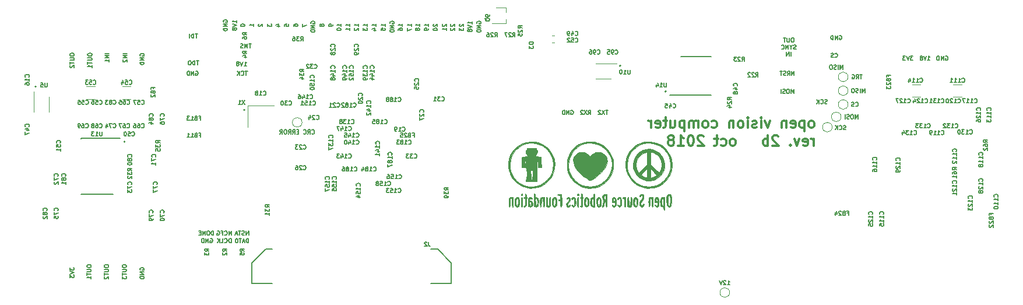
<source format=gbo>
G04 #@! TF.GenerationSoftware,KiCad,Pcbnew,6.0.0-rc1-unknown-8ecdf58~84~ubuntu16.04.1*
G04 #@! TF.CreationDate,2018-10-22T17:09:18+08:00*
G04 #@! TF.ProjectId,ovc2_stereo,6F7663325F73746572656F2E6B696361,rev?*
G04 #@! TF.SameCoordinates,Original*
G04 #@! TF.FileFunction,Legend,Bot*
G04 #@! TF.FilePolarity,Positive*
%FSLAX46Y46*%
G04 Gerber Fmt 4.6, Leading zero omitted, Abs format (unit mm)*
G04 Created by KiCad (PCBNEW 6.0.0-rc1-unknown-8ecdf58~84~ubuntu16.04.1) date Mon 22 Oct 2018 05:09:18 PM +08*
%MOMM*%
%LPD*%
G01*
G04 APERTURE LIST*
%ADD10C,0.127000*%
%ADD11C,0.200000*%
%ADD12C,0.350000*%
%ADD13C,0.120000*%
%ADD14C,0.100000*%
%ADD15C,0.150000*%
G04 APERTURE END LIST*
D10*
X99528571Y-98071428D02*
X99528571Y-97471428D01*
X99385714Y-97471428D01*
X99300000Y-97500000D01*
X99242857Y-97557142D01*
X99214285Y-97614285D01*
X99185714Y-97728571D01*
X99185714Y-97814285D01*
X99214285Y-97928571D01*
X99242857Y-97985714D01*
X99300000Y-98042857D01*
X99385714Y-98071428D01*
X99528571Y-98071428D01*
X98957142Y-97900000D02*
X98671428Y-97900000D01*
X99014285Y-98071428D02*
X98814285Y-97471428D01*
X98614285Y-98071428D01*
X98500000Y-97471428D02*
X98157142Y-97471428D01*
X98328571Y-98071428D02*
X98328571Y-97471428D01*
X97842857Y-97471428D02*
X97785714Y-97471428D01*
X97728571Y-97500000D01*
X97700000Y-97528571D01*
X97671428Y-97585714D01*
X97642857Y-97700000D01*
X97642857Y-97842857D01*
X97671428Y-97957142D01*
X97700000Y-98014285D01*
X97728571Y-98042857D01*
X97785714Y-98071428D01*
X97842857Y-98071428D01*
X97900000Y-98042857D01*
X97928571Y-98014285D01*
X97957142Y-97957142D01*
X97985714Y-97842857D01*
X97985714Y-97700000D01*
X97957142Y-97585714D01*
X97928571Y-97528571D01*
X97900000Y-97500000D01*
X97842857Y-97471428D01*
X99542857Y-96971428D02*
X99542857Y-96371428D01*
X99200000Y-96971428D01*
X99200000Y-96371428D01*
X98942857Y-96942857D02*
X98857142Y-96971428D01*
X98714285Y-96971428D01*
X98657142Y-96942857D01*
X98628571Y-96914285D01*
X98600000Y-96857142D01*
X98600000Y-96800000D01*
X98628571Y-96742857D01*
X98657142Y-96714285D01*
X98714285Y-96685714D01*
X98828571Y-96657142D01*
X98885714Y-96628571D01*
X98914285Y-96600000D01*
X98942857Y-96542857D01*
X98942857Y-96485714D01*
X98914285Y-96428571D01*
X98885714Y-96400000D01*
X98828571Y-96371428D01*
X98685714Y-96371428D01*
X98600000Y-96400000D01*
X98428571Y-96371428D02*
X98085714Y-96371428D01*
X98257142Y-96971428D02*
X98257142Y-96371428D01*
X97914285Y-96800000D02*
X97628571Y-96800000D01*
X97971428Y-96971428D02*
X97771428Y-96371428D01*
X97571428Y-96971428D01*
X97028571Y-96971428D02*
X97028571Y-96371428D01*
X96685714Y-96971428D01*
X96685714Y-96371428D01*
X96057142Y-96914285D02*
X96085714Y-96942857D01*
X96171428Y-96971428D01*
X96228571Y-96971428D01*
X96314285Y-96942857D01*
X96371428Y-96885714D01*
X96400000Y-96828571D01*
X96428571Y-96714285D01*
X96428571Y-96628571D01*
X96400000Y-96514285D01*
X96371428Y-96457142D01*
X96314285Y-96400000D01*
X96228571Y-96371428D01*
X96171428Y-96371428D01*
X96085714Y-96400000D01*
X96057142Y-96428571D01*
X95600000Y-96657142D02*
X95800000Y-96657142D01*
X95800000Y-96971428D02*
X95800000Y-96371428D01*
X95514285Y-96371428D01*
X94971428Y-96400000D02*
X95028571Y-96371428D01*
X95114285Y-96371428D01*
X95200000Y-96400000D01*
X95257142Y-96457142D01*
X95285714Y-96514285D01*
X95314285Y-96628571D01*
X95314285Y-96714285D01*
X95285714Y-96828571D01*
X95257142Y-96885714D01*
X95200000Y-96942857D01*
X95114285Y-96971428D01*
X95057142Y-96971428D01*
X94971428Y-96942857D01*
X94942857Y-96914285D01*
X94942857Y-96714285D01*
X95057142Y-96714285D01*
X97000000Y-98071428D02*
X97000000Y-97471428D01*
X96857142Y-97471428D01*
X96771428Y-97500000D01*
X96714285Y-97557142D01*
X96685714Y-97614285D01*
X96657142Y-97728571D01*
X96657142Y-97814285D01*
X96685714Y-97928571D01*
X96714285Y-97985714D01*
X96771428Y-98042857D01*
X96857142Y-98071428D01*
X97000000Y-98071428D01*
X96057142Y-98014285D02*
X96085714Y-98042857D01*
X96171428Y-98071428D01*
X96228571Y-98071428D01*
X96314285Y-98042857D01*
X96371428Y-97985714D01*
X96400000Y-97928571D01*
X96428571Y-97814285D01*
X96428571Y-97728571D01*
X96400000Y-97614285D01*
X96371428Y-97557142D01*
X96314285Y-97500000D01*
X96228571Y-97471428D01*
X96171428Y-97471428D01*
X96085714Y-97500000D01*
X96057142Y-97528571D01*
X95514285Y-98071428D02*
X95800000Y-98071428D01*
X95800000Y-97471428D01*
X95314285Y-98071428D02*
X95314285Y-97471428D01*
X94971428Y-98071428D02*
X95228571Y-97728571D01*
X94971428Y-97471428D02*
X95314285Y-97814285D01*
X94457142Y-96971428D02*
X94457142Y-96371428D01*
X94314285Y-96371428D01*
X94228571Y-96400000D01*
X94171428Y-96457142D01*
X94142857Y-96514285D01*
X94114285Y-96628571D01*
X94114285Y-96714285D01*
X94142857Y-96828571D01*
X94171428Y-96885714D01*
X94228571Y-96942857D01*
X94314285Y-96971428D01*
X94457142Y-96971428D01*
X93742857Y-96371428D02*
X93628571Y-96371428D01*
X93571428Y-96400000D01*
X93514285Y-96457142D01*
X93485714Y-96571428D01*
X93485714Y-96771428D01*
X93514285Y-96885714D01*
X93571428Y-96942857D01*
X93628571Y-96971428D01*
X93742857Y-96971428D01*
X93800000Y-96942857D01*
X93857142Y-96885714D01*
X93885714Y-96771428D01*
X93885714Y-96571428D01*
X93857142Y-96457142D01*
X93800000Y-96400000D01*
X93742857Y-96371428D01*
X93228571Y-96971428D02*
X93228571Y-96371428D01*
X92885714Y-96971428D01*
X92885714Y-96371428D01*
X92600000Y-96657142D02*
X92400000Y-96657142D01*
X92314285Y-96971428D02*
X92600000Y-96971428D01*
X92600000Y-96371428D01*
X92314285Y-96371428D01*
X93957142Y-97500000D02*
X94014285Y-97471428D01*
X94100000Y-97471428D01*
X94185714Y-97500000D01*
X94242857Y-97557142D01*
X94271428Y-97614285D01*
X94300000Y-97728571D01*
X94300000Y-97814285D01*
X94271428Y-97928571D01*
X94242857Y-97985714D01*
X94185714Y-98042857D01*
X94100000Y-98071428D01*
X94042857Y-98071428D01*
X93957142Y-98042857D01*
X93928571Y-98014285D01*
X93928571Y-97814285D01*
X94042857Y-97814285D01*
X93671428Y-98071428D02*
X93671428Y-97471428D01*
X93328571Y-98071428D01*
X93328571Y-97471428D01*
X93042857Y-98071428D02*
X93042857Y-97471428D01*
X92900000Y-97471428D01*
X92814285Y-97500000D01*
X92757142Y-97557142D01*
X92728571Y-97614285D01*
X92700000Y-97728571D01*
X92700000Y-97814285D01*
X92728571Y-97928571D01*
X92757142Y-97985714D01*
X92814285Y-98042857D01*
X92900000Y-98071428D01*
X93042857Y-98071428D01*
X76071428Y-101414285D02*
X76071428Y-101528571D01*
X76100000Y-101585714D01*
X76157142Y-101642857D01*
X76271428Y-101671428D01*
X76471428Y-101671428D01*
X76585714Y-101642857D01*
X76642857Y-101585714D01*
X76671428Y-101528571D01*
X76671428Y-101414285D01*
X76642857Y-101357142D01*
X76585714Y-101300000D01*
X76471428Y-101271428D01*
X76271428Y-101271428D01*
X76157142Y-101300000D01*
X76100000Y-101357142D01*
X76071428Y-101414285D01*
X76071428Y-101928571D02*
X76557142Y-101928571D01*
X76614285Y-101957142D01*
X76642857Y-101985714D01*
X76671428Y-102042857D01*
X76671428Y-102157142D01*
X76642857Y-102214285D01*
X76614285Y-102242857D01*
X76557142Y-102271428D01*
X76071428Y-102271428D01*
X76071428Y-102471428D02*
X76071428Y-102814285D01*
X76671428Y-102642857D02*
X76071428Y-102642857D01*
X76671428Y-103328571D02*
X76671428Y-102985714D01*
X76671428Y-103157142D02*
X76071428Y-103157142D01*
X76157142Y-103100000D01*
X76214285Y-103042857D01*
X76242857Y-102985714D01*
X73571428Y-101657142D02*
X73571428Y-102028571D01*
X73800000Y-101828571D01*
X73800000Y-101914285D01*
X73828571Y-101971428D01*
X73857142Y-102000000D01*
X73914285Y-102028571D01*
X74057142Y-102028571D01*
X74114285Y-102000000D01*
X74142857Y-101971428D01*
X74171428Y-101914285D01*
X74171428Y-101742857D01*
X74142857Y-101685714D01*
X74114285Y-101657142D01*
X73571428Y-102200000D02*
X74171428Y-102400000D01*
X73571428Y-102600000D01*
X73571428Y-102742857D02*
X73571428Y-103114285D01*
X73800000Y-102914285D01*
X73800000Y-103000000D01*
X73828571Y-103057142D01*
X73857142Y-103085714D01*
X73914285Y-103114285D01*
X74057142Y-103114285D01*
X74114285Y-103085714D01*
X74142857Y-103057142D01*
X74171428Y-103000000D01*
X74171428Y-102828571D01*
X74142857Y-102771428D01*
X74114285Y-102742857D01*
X78571428Y-101414285D02*
X78571428Y-101528571D01*
X78600000Y-101585714D01*
X78657142Y-101642857D01*
X78771428Y-101671428D01*
X78971428Y-101671428D01*
X79085714Y-101642857D01*
X79142857Y-101585714D01*
X79171428Y-101528571D01*
X79171428Y-101414285D01*
X79142857Y-101357142D01*
X79085714Y-101300000D01*
X78971428Y-101271428D01*
X78771428Y-101271428D01*
X78657142Y-101300000D01*
X78600000Y-101357142D01*
X78571428Y-101414285D01*
X78571428Y-101928571D02*
X79057142Y-101928571D01*
X79114285Y-101957142D01*
X79142857Y-101985714D01*
X79171428Y-102042857D01*
X79171428Y-102157142D01*
X79142857Y-102214285D01*
X79114285Y-102242857D01*
X79057142Y-102271428D01*
X78571428Y-102271428D01*
X78571428Y-102471428D02*
X78571428Y-102814285D01*
X79171428Y-102642857D02*
X78571428Y-102642857D01*
X78628571Y-102985714D02*
X78600000Y-103014285D01*
X78571428Y-103071428D01*
X78571428Y-103214285D01*
X78600000Y-103271428D01*
X78628571Y-103300000D01*
X78685714Y-103328571D01*
X78742857Y-103328571D01*
X78828571Y-103300000D01*
X79171428Y-102957142D01*
X79171428Y-103328571D01*
X81171428Y-101414285D02*
X81171428Y-101528571D01*
X81200000Y-101585714D01*
X81257142Y-101642857D01*
X81371428Y-101671428D01*
X81571428Y-101671428D01*
X81685714Y-101642857D01*
X81742857Y-101585714D01*
X81771428Y-101528571D01*
X81771428Y-101414285D01*
X81742857Y-101357142D01*
X81685714Y-101300000D01*
X81571428Y-101271428D01*
X81371428Y-101271428D01*
X81257142Y-101300000D01*
X81200000Y-101357142D01*
X81171428Y-101414285D01*
X81171428Y-101928571D02*
X81657142Y-101928571D01*
X81714285Y-101957142D01*
X81742857Y-101985714D01*
X81771428Y-102042857D01*
X81771428Y-102157142D01*
X81742857Y-102214285D01*
X81714285Y-102242857D01*
X81657142Y-102271428D01*
X81171428Y-102271428D01*
X81171428Y-102471428D02*
X81171428Y-102814285D01*
X81771428Y-102642857D02*
X81171428Y-102642857D01*
X81171428Y-102957142D02*
X81171428Y-103328571D01*
X81400000Y-103128571D01*
X81400000Y-103214285D01*
X81428571Y-103271428D01*
X81457142Y-103300000D01*
X81514285Y-103328571D01*
X81657142Y-103328571D01*
X81714285Y-103300000D01*
X81742857Y-103271428D01*
X81771428Y-103214285D01*
X81771428Y-103042857D01*
X81742857Y-102985714D01*
X81714285Y-102957142D01*
X83800000Y-102042857D02*
X83771428Y-101985714D01*
X83771428Y-101900000D01*
X83800000Y-101814285D01*
X83857142Y-101757142D01*
X83914285Y-101728571D01*
X84028571Y-101700000D01*
X84114285Y-101700000D01*
X84228571Y-101728571D01*
X84285714Y-101757142D01*
X84342857Y-101814285D01*
X84371428Y-101900000D01*
X84371428Y-101957142D01*
X84342857Y-102042857D01*
X84314285Y-102071428D01*
X84114285Y-102071428D01*
X84114285Y-101957142D01*
X84371428Y-102328571D02*
X83771428Y-102328571D01*
X84371428Y-102671428D01*
X83771428Y-102671428D01*
X84371428Y-102957142D02*
X83771428Y-102957142D01*
X83771428Y-103100000D01*
X83800000Y-103185714D01*
X83857142Y-103242857D01*
X83914285Y-103271428D01*
X84028571Y-103300000D01*
X84114285Y-103300000D01*
X84228571Y-103271428D01*
X84285714Y-103242857D01*
X84342857Y-103185714D01*
X84371428Y-103100000D01*
X84371428Y-102957142D01*
X83800000Y-70942857D02*
X83771428Y-70885714D01*
X83771428Y-70800000D01*
X83800000Y-70714285D01*
X83857142Y-70657142D01*
X83914285Y-70628571D01*
X84028571Y-70600000D01*
X84114285Y-70600000D01*
X84228571Y-70628571D01*
X84285714Y-70657142D01*
X84342857Y-70714285D01*
X84371428Y-70800000D01*
X84371428Y-70857142D01*
X84342857Y-70942857D01*
X84314285Y-70971428D01*
X84114285Y-70971428D01*
X84114285Y-70857142D01*
X84371428Y-71228571D02*
X83771428Y-71228571D01*
X84371428Y-71571428D01*
X83771428Y-71571428D01*
X84371428Y-71857142D02*
X83771428Y-71857142D01*
X83771428Y-72000000D01*
X83800000Y-72085714D01*
X83857142Y-72142857D01*
X83914285Y-72171428D01*
X84028571Y-72200000D01*
X84114285Y-72200000D01*
X84228571Y-72171428D01*
X84285714Y-72142857D01*
X84342857Y-72085714D01*
X84371428Y-72000000D01*
X84371428Y-71857142D01*
X76171428Y-70714285D02*
X76171428Y-70828571D01*
X76200000Y-70885714D01*
X76257142Y-70942857D01*
X76371428Y-70971428D01*
X76571428Y-70971428D01*
X76685714Y-70942857D01*
X76742857Y-70885714D01*
X76771428Y-70828571D01*
X76771428Y-70714285D01*
X76742857Y-70657142D01*
X76685714Y-70600000D01*
X76571428Y-70571428D01*
X76371428Y-70571428D01*
X76257142Y-70600000D01*
X76200000Y-70657142D01*
X76171428Y-70714285D01*
X76171428Y-71228571D02*
X76657142Y-71228571D01*
X76714285Y-71257142D01*
X76742857Y-71285714D01*
X76771428Y-71342857D01*
X76771428Y-71457142D01*
X76742857Y-71514285D01*
X76714285Y-71542857D01*
X76657142Y-71571428D01*
X76171428Y-71571428D01*
X76171428Y-71771428D02*
X76171428Y-72114285D01*
X76771428Y-71942857D02*
X76171428Y-71942857D01*
X76771428Y-72628571D02*
X76771428Y-72285714D01*
X76771428Y-72457142D02*
X76171428Y-72457142D01*
X76257142Y-72400000D01*
X76314285Y-72342857D01*
X76342857Y-72285714D01*
X79271428Y-70600000D02*
X78671428Y-70600000D01*
X79271428Y-70885714D02*
X78671428Y-70885714D01*
X79271428Y-71228571D01*
X78671428Y-71228571D01*
X79271428Y-71828571D02*
X79271428Y-71485714D01*
X79271428Y-71657142D02*
X78671428Y-71657142D01*
X78757142Y-71600000D01*
X78814285Y-71542857D01*
X78842857Y-71485714D01*
X81871428Y-70600000D02*
X81271428Y-70600000D01*
X81871428Y-70885714D02*
X81271428Y-70885714D01*
X81871428Y-71228571D01*
X81271428Y-71228571D01*
X81328571Y-71485714D02*
X81300000Y-71514285D01*
X81271428Y-71571428D01*
X81271428Y-71714285D01*
X81300000Y-71771428D01*
X81328571Y-71800000D01*
X81385714Y-71828571D01*
X81442857Y-71828571D01*
X81528571Y-71800000D01*
X81871428Y-71457142D01*
X81871428Y-71828571D01*
X73571428Y-70714285D02*
X73571428Y-70828571D01*
X73600000Y-70885714D01*
X73657142Y-70942857D01*
X73771428Y-70971428D01*
X73971428Y-70971428D01*
X74085714Y-70942857D01*
X74142857Y-70885714D01*
X74171428Y-70828571D01*
X74171428Y-70714285D01*
X74142857Y-70657142D01*
X74085714Y-70600000D01*
X73971428Y-70571428D01*
X73771428Y-70571428D01*
X73657142Y-70600000D01*
X73600000Y-70657142D01*
X73571428Y-70714285D01*
X73571428Y-71228571D02*
X74057142Y-71228571D01*
X74114285Y-71257142D01*
X74142857Y-71285714D01*
X74171428Y-71342857D01*
X74171428Y-71457142D01*
X74142857Y-71514285D01*
X74114285Y-71542857D01*
X74057142Y-71571428D01*
X73571428Y-71571428D01*
X73571428Y-71771428D02*
X73571428Y-72114285D01*
X74171428Y-71942857D02*
X73571428Y-71942857D01*
X73628571Y-72285714D02*
X73600000Y-72314285D01*
X73571428Y-72371428D01*
X73571428Y-72514285D01*
X73600000Y-72571428D01*
X73628571Y-72600000D01*
X73685714Y-72628571D01*
X73742857Y-72628571D01*
X73828571Y-72600000D01*
X74171428Y-72257142D01*
X74171428Y-72628571D01*
X99900000Y-69171428D02*
X99557142Y-69171428D01*
X99728571Y-69771428D02*
X99728571Y-69171428D01*
X99357142Y-69771428D02*
X99357142Y-69171428D01*
X99157142Y-69600000D01*
X98957142Y-69171428D01*
X98957142Y-69771428D01*
X98700000Y-69742857D02*
X98614285Y-69771428D01*
X98471428Y-69771428D01*
X98414285Y-69742857D01*
X98385714Y-69714285D01*
X98357142Y-69657142D01*
X98357142Y-69600000D01*
X98385714Y-69542857D01*
X98414285Y-69514285D01*
X98471428Y-69485714D01*
X98585714Y-69457142D01*
X98642857Y-69428571D01*
X98671428Y-69400000D01*
X98700000Y-69342857D01*
X98700000Y-69285714D01*
X98671428Y-69228571D01*
X98642857Y-69200000D01*
X98585714Y-69171428D01*
X98442857Y-69171428D01*
X98357142Y-69200000D01*
X98871428Y-72371428D02*
X99214285Y-72371428D01*
X99042857Y-72371428D02*
X99042857Y-71771428D01*
X99100000Y-71857142D01*
X99157142Y-71914285D01*
X99214285Y-71942857D01*
X98700000Y-71771428D02*
X98500000Y-72371428D01*
X98300000Y-71771428D01*
X98014285Y-72028571D02*
X98071428Y-72000000D01*
X98100000Y-71971428D01*
X98128571Y-71914285D01*
X98128571Y-71885714D01*
X98100000Y-71828571D01*
X98071428Y-71800000D01*
X98014285Y-71771428D01*
X97900000Y-71771428D01*
X97842857Y-71800000D01*
X97814285Y-71828571D01*
X97785714Y-71885714D01*
X97785714Y-71914285D01*
X97814285Y-71971428D01*
X97842857Y-72000000D01*
X97900000Y-72028571D01*
X98014285Y-72028571D01*
X98071428Y-72057142D01*
X98100000Y-72085714D01*
X98128571Y-72142857D01*
X98128571Y-72257142D01*
X98100000Y-72314285D01*
X98071428Y-72342857D01*
X98014285Y-72371428D01*
X97900000Y-72371428D01*
X97842857Y-72342857D01*
X97814285Y-72314285D01*
X97785714Y-72257142D01*
X97785714Y-72142857D01*
X97814285Y-72085714D01*
X97842857Y-72057142D01*
X97900000Y-72028571D01*
X99371428Y-73171428D02*
X99028571Y-73171428D01*
X99200000Y-73771428D02*
X99200000Y-73171428D01*
X98485714Y-73714285D02*
X98514285Y-73742857D01*
X98600000Y-73771428D01*
X98657142Y-73771428D01*
X98742857Y-73742857D01*
X98800000Y-73685714D01*
X98828571Y-73628571D01*
X98857142Y-73514285D01*
X98857142Y-73428571D01*
X98828571Y-73314285D01*
X98800000Y-73257142D01*
X98742857Y-73200000D01*
X98657142Y-73171428D01*
X98600000Y-73171428D01*
X98514285Y-73200000D01*
X98485714Y-73228571D01*
X98228571Y-73771428D02*
X98228571Y-73171428D01*
X97885714Y-73771428D02*
X98142857Y-73428571D01*
X97885714Y-73171428D02*
X98228571Y-73514285D01*
X92285714Y-71671428D02*
X91942857Y-71671428D01*
X92114285Y-72271428D02*
X92114285Y-71671428D01*
X91742857Y-72271428D02*
X91742857Y-71671428D01*
X91600000Y-71671428D01*
X91514285Y-71700000D01*
X91457142Y-71757142D01*
X91428571Y-71814285D01*
X91400000Y-71928571D01*
X91400000Y-72014285D01*
X91428571Y-72128571D01*
X91457142Y-72185714D01*
X91514285Y-72242857D01*
X91600000Y-72271428D01*
X91742857Y-72271428D01*
X91028571Y-71671428D02*
X90914285Y-71671428D01*
X90857142Y-71700000D01*
X90800000Y-71757142D01*
X90771428Y-71871428D01*
X90771428Y-72071428D01*
X90800000Y-72185714D01*
X90857142Y-72242857D01*
X90914285Y-72271428D01*
X91028571Y-72271428D01*
X91085714Y-72242857D01*
X91142857Y-72185714D01*
X91171428Y-72071428D01*
X91171428Y-71871428D01*
X91142857Y-71757142D01*
X91085714Y-71700000D01*
X91028571Y-71671428D01*
X92114285Y-67771428D02*
X91771428Y-67771428D01*
X91942857Y-68371428D02*
X91942857Y-67771428D01*
X91571428Y-68371428D02*
X91571428Y-67771428D01*
X91428571Y-67771428D01*
X91342857Y-67800000D01*
X91285714Y-67857142D01*
X91257142Y-67914285D01*
X91228571Y-68028571D01*
X91228571Y-68114285D01*
X91257142Y-68228571D01*
X91285714Y-68285714D01*
X91342857Y-68342857D01*
X91428571Y-68371428D01*
X91571428Y-68371428D01*
X90971428Y-68371428D02*
X90971428Y-67771428D01*
X91857142Y-73200000D02*
X91914285Y-73171428D01*
X92000000Y-73171428D01*
X92085714Y-73200000D01*
X92142857Y-73257142D01*
X92171428Y-73314285D01*
X92200000Y-73428571D01*
X92200000Y-73514285D01*
X92171428Y-73628571D01*
X92142857Y-73685714D01*
X92085714Y-73742857D01*
X92000000Y-73771428D01*
X91942857Y-73771428D01*
X91857142Y-73742857D01*
X91828571Y-73714285D01*
X91828571Y-73514285D01*
X91942857Y-73514285D01*
X91571428Y-73771428D02*
X91571428Y-73171428D01*
X91228571Y-73771428D01*
X91228571Y-73171428D01*
X90942857Y-73771428D02*
X90942857Y-73171428D01*
X90800000Y-73171428D01*
X90714285Y-73200000D01*
X90657142Y-73257142D01*
X90628571Y-73314285D01*
X90600000Y-73428571D01*
X90600000Y-73514285D01*
X90628571Y-73628571D01*
X90657142Y-73685714D01*
X90714285Y-73742857D01*
X90800000Y-73771428D01*
X90942857Y-73771428D01*
X196042857Y-70971428D02*
X195671428Y-70971428D01*
X195871428Y-71200000D01*
X195785714Y-71200000D01*
X195728571Y-71228571D01*
X195700000Y-71257142D01*
X195671428Y-71314285D01*
X195671428Y-71457142D01*
X195700000Y-71514285D01*
X195728571Y-71542857D01*
X195785714Y-71571428D01*
X195957142Y-71571428D01*
X196014285Y-71542857D01*
X196042857Y-71514285D01*
X195500000Y-70971428D02*
X195300000Y-71571428D01*
X195100000Y-70971428D01*
X194957142Y-70971428D02*
X194585714Y-70971428D01*
X194785714Y-71200000D01*
X194700000Y-71200000D01*
X194642857Y-71228571D01*
X194614285Y-71257142D01*
X194585714Y-71314285D01*
X194585714Y-71457142D01*
X194614285Y-71514285D01*
X194642857Y-71542857D01*
X194700000Y-71571428D01*
X194871428Y-71571428D01*
X194928571Y-71542857D01*
X194957142Y-71514285D01*
X198171428Y-71571428D02*
X198514285Y-71571428D01*
X198342857Y-71571428D02*
X198342857Y-70971428D01*
X198400000Y-71057142D01*
X198457142Y-71114285D01*
X198514285Y-71142857D01*
X198000000Y-70971428D02*
X197800000Y-71571428D01*
X197600000Y-70971428D01*
X197314285Y-71228571D02*
X197371428Y-71200000D01*
X197400000Y-71171428D01*
X197428571Y-71114285D01*
X197428571Y-71085714D01*
X197400000Y-71028571D01*
X197371428Y-71000000D01*
X197314285Y-70971428D01*
X197200000Y-70971428D01*
X197142857Y-71000000D01*
X197114285Y-71028571D01*
X197085714Y-71085714D01*
X197085714Y-71114285D01*
X197114285Y-71171428D01*
X197142857Y-71200000D01*
X197200000Y-71228571D01*
X197314285Y-71228571D01*
X197371428Y-71257142D01*
X197400000Y-71285714D01*
X197428571Y-71342857D01*
X197428571Y-71457142D01*
X197400000Y-71514285D01*
X197371428Y-71542857D01*
X197314285Y-71571428D01*
X197200000Y-71571428D01*
X197142857Y-71542857D01*
X197114285Y-71514285D01*
X197085714Y-71457142D01*
X197085714Y-71342857D01*
X197114285Y-71285714D01*
X197142857Y-71257142D01*
X197200000Y-71228571D01*
X200757142Y-71000000D02*
X200814285Y-70971428D01*
X200900000Y-70971428D01*
X200985714Y-71000000D01*
X201042857Y-71057142D01*
X201071428Y-71114285D01*
X201100000Y-71228571D01*
X201100000Y-71314285D01*
X201071428Y-71428571D01*
X201042857Y-71485714D01*
X200985714Y-71542857D01*
X200900000Y-71571428D01*
X200842857Y-71571428D01*
X200757142Y-71542857D01*
X200728571Y-71514285D01*
X200728571Y-71314285D01*
X200842857Y-71314285D01*
X200471428Y-71571428D02*
X200471428Y-70971428D01*
X200128571Y-71571428D01*
X200128571Y-70971428D01*
X199842857Y-71571428D02*
X199842857Y-70971428D01*
X199700000Y-70971428D01*
X199614285Y-71000000D01*
X199557142Y-71057142D01*
X199528571Y-71114285D01*
X199500000Y-71228571D01*
X199500000Y-71314285D01*
X199528571Y-71428571D01*
X199557142Y-71485714D01*
X199614285Y-71542857D01*
X199700000Y-71571428D01*
X199842857Y-71571428D01*
X184700000Y-71114285D02*
X184728571Y-71142857D01*
X184814285Y-71171428D01*
X184871428Y-71171428D01*
X184957142Y-71142857D01*
X185014285Y-71085714D01*
X185042857Y-71028571D01*
X185071428Y-70914285D01*
X185071428Y-70828571D01*
X185042857Y-70714285D01*
X185014285Y-70657142D01*
X184957142Y-70600000D01*
X184871428Y-70571428D01*
X184814285Y-70571428D01*
X184728571Y-70600000D01*
X184700000Y-70628571D01*
X184471428Y-71142857D02*
X184385714Y-71171428D01*
X184242857Y-71171428D01*
X184185714Y-71142857D01*
X184157142Y-71114285D01*
X184128571Y-71057142D01*
X184128571Y-71000000D01*
X184157142Y-70942857D01*
X184185714Y-70914285D01*
X184242857Y-70885714D01*
X184357142Y-70857142D01*
X184414285Y-70828571D01*
X184442857Y-70800000D01*
X184471428Y-70742857D01*
X184471428Y-70685714D01*
X184442857Y-70628571D01*
X184414285Y-70600000D01*
X184357142Y-70571428D01*
X184214285Y-70571428D01*
X184128571Y-70600000D01*
X178785714Y-73771428D02*
X178785714Y-73171428D01*
X178442857Y-73771428D01*
X178442857Y-73171428D01*
X177814285Y-73771428D02*
X178014285Y-73485714D01*
X178157142Y-73771428D02*
X178157142Y-73171428D01*
X177928571Y-73171428D01*
X177871428Y-73200000D01*
X177842857Y-73228571D01*
X177814285Y-73285714D01*
X177814285Y-73371428D01*
X177842857Y-73428571D01*
X177871428Y-73457142D01*
X177928571Y-73485714D01*
X178157142Y-73485714D01*
X177585714Y-73742857D02*
X177500000Y-73771428D01*
X177357142Y-73771428D01*
X177300000Y-73742857D01*
X177271428Y-73714285D01*
X177242857Y-73657142D01*
X177242857Y-73600000D01*
X177271428Y-73542857D01*
X177300000Y-73514285D01*
X177357142Y-73485714D01*
X177471428Y-73457142D01*
X177528571Y-73428571D01*
X177557142Y-73400000D01*
X177585714Y-73342857D01*
X177585714Y-73285714D01*
X177557142Y-73228571D01*
X177528571Y-73200000D01*
X177471428Y-73171428D01*
X177328571Y-73171428D01*
X177242857Y-73200000D01*
X177071428Y-73171428D02*
X176728571Y-73171428D01*
X176900000Y-73771428D02*
X176900000Y-73171428D01*
X178742857Y-76371428D02*
X178742857Y-75771428D01*
X178542857Y-76200000D01*
X178342857Y-75771428D01*
X178342857Y-76371428D01*
X177942857Y-75771428D02*
X177828571Y-75771428D01*
X177771428Y-75800000D01*
X177714285Y-75857142D01*
X177685714Y-75971428D01*
X177685714Y-76171428D01*
X177714285Y-76285714D01*
X177771428Y-76342857D01*
X177828571Y-76371428D01*
X177942857Y-76371428D01*
X178000000Y-76342857D01*
X178057142Y-76285714D01*
X178085714Y-76171428D01*
X178085714Y-75971428D01*
X178057142Y-75857142D01*
X178000000Y-75800000D01*
X177942857Y-75771428D01*
X177457142Y-76342857D02*
X177371428Y-76371428D01*
X177228571Y-76371428D01*
X177171428Y-76342857D01*
X177142857Y-76314285D01*
X177114285Y-76257142D01*
X177114285Y-76200000D01*
X177142857Y-76142857D01*
X177171428Y-76114285D01*
X177228571Y-76085714D01*
X177342857Y-76057142D01*
X177400000Y-76028571D01*
X177428571Y-76000000D01*
X177457142Y-75942857D01*
X177457142Y-75885714D01*
X177428571Y-75828571D01*
X177400000Y-75800000D01*
X177342857Y-75771428D01*
X177200000Y-75771428D01*
X177114285Y-75800000D01*
X176857142Y-76371428D02*
X176857142Y-75771428D01*
X183571428Y-77842857D02*
X183485714Y-77871428D01*
X183342857Y-77871428D01*
X183285714Y-77842857D01*
X183257142Y-77814285D01*
X183228571Y-77757142D01*
X183228571Y-77700000D01*
X183257142Y-77642857D01*
X183285714Y-77614285D01*
X183342857Y-77585714D01*
X183457142Y-77557142D01*
X183514285Y-77528571D01*
X183542857Y-77500000D01*
X183571428Y-77442857D01*
X183571428Y-77385714D01*
X183542857Y-77328571D01*
X183514285Y-77300000D01*
X183457142Y-77271428D01*
X183314285Y-77271428D01*
X183228571Y-77300000D01*
X182628571Y-77814285D02*
X182657142Y-77842857D01*
X182742857Y-77871428D01*
X182800000Y-77871428D01*
X182885714Y-77842857D01*
X182942857Y-77785714D01*
X182971428Y-77728571D01*
X183000000Y-77614285D01*
X183000000Y-77528571D01*
X182971428Y-77414285D01*
X182942857Y-77357142D01*
X182885714Y-77300000D01*
X182800000Y-77271428D01*
X182742857Y-77271428D01*
X182657142Y-77300000D01*
X182628571Y-77328571D01*
X182371428Y-77871428D02*
X182371428Y-77271428D01*
X182028571Y-77871428D02*
X182285714Y-77528571D01*
X182028571Y-77271428D02*
X182371428Y-77614285D01*
X185357142Y-68000000D02*
X185414285Y-67971428D01*
X185500000Y-67971428D01*
X185585714Y-68000000D01*
X185642857Y-68057142D01*
X185671428Y-68114285D01*
X185700000Y-68228571D01*
X185700000Y-68314285D01*
X185671428Y-68428571D01*
X185642857Y-68485714D01*
X185585714Y-68542857D01*
X185500000Y-68571428D01*
X185442857Y-68571428D01*
X185357142Y-68542857D01*
X185328571Y-68514285D01*
X185328571Y-68314285D01*
X185442857Y-68314285D01*
X185071428Y-68571428D02*
X185071428Y-67971428D01*
X184728571Y-68571428D01*
X184728571Y-67971428D01*
X184442857Y-68571428D02*
X184442857Y-67971428D01*
X184300000Y-67971428D01*
X184214285Y-68000000D01*
X184157142Y-68057142D01*
X184128571Y-68114285D01*
X184100000Y-68228571D01*
X184100000Y-68314285D01*
X184128571Y-68428571D01*
X184157142Y-68485714D01*
X184214285Y-68542857D01*
X184300000Y-68571428D01*
X184442857Y-68571428D01*
X178600000Y-68344428D02*
X178485714Y-68344428D01*
X178428571Y-68373000D01*
X178371428Y-68430142D01*
X178342857Y-68544428D01*
X178342857Y-68744428D01*
X178371428Y-68858714D01*
X178428571Y-68915857D01*
X178485714Y-68944428D01*
X178600000Y-68944428D01*
X178657142Y-68915857D01*
X178714285Y-68858714D01*
X178742857Y-68744428D01*
X178742857Y-68544428D01*
X178714285Y-68430142D01*
X178657142Y-68373000D01*
X178600000Y-68344428D01*
X178085714Y-68344428D02*
X178085714Y-68830142D01*
X178057142Y-68887285D01*
X178028571Y-68915857D01*
X177971428Y-68944428D01*
X177857142Y-68944428D01*
X177800000Y-68915857D01*
X177771428Y-68887285D01*
X177742857Y-68830142D01*
X177742857Y-68344428D01*
X177542857Y-68344428D02*
X177200000Y-68344428D01*
X177371428Y-68944428D02*
X177371428Y-68344428D01*
X179042857Y-69942857D02*
X178957142Y-69971428D01*
X178814285Y-69971428D01*
X178757142Y-69942857D01*
X178728571Y-69914285D01*
X178700000Y-69857142D01*
X178700000Y-69800000D01*
X178728571Y-69742857D01*
X178757142Y-69714285D01*
X178814285Y-69685714D01*
X178928571Y-69657142D01*
X178985714Y-69628571D01*
X179014285Y-69600000D01*
X179042857Y-69542857D01*
X179042857Y-69485714D01*
X179014285Y-69428571D01*
X178985714Y-69400000D01*
X178928571Y-69371428D01*
X178785714Y-69371428D01*
X178700000Y-69400000D01*
X178328571Y-69685714D02*
X178328571Y-69971428D01*
X178528571Y-69371428D02*
X178328571Y-69685714D01*
X178128571Y-69371428D01*
X177928571Y-69971428D02*
X177928571Y-69371428D01*
X177585714Y-69971428D01*
X177585714Y-69371428D01*
X176957142Y-69914285D02*
X176985714Y-69942857D01*
X177071428Y-69971428D01*
X177128571Y-69971428D01*
X177214285Y-69942857D01*
X177271428Y-69885714D01*
X177300000Y-69828571D01*
X177328571Y-69714285D01*
X177328571Y-69628571D01*
X177300000Y-69514285D01*
X177271428Y-69457142D01*
X177214285Y-69400000D01*
X177128571Y-69371428D01*
X177071428Y-69371428D01*
X176985714Y-69400000D01*
X176957142Y-69428571D01*
X178314285Y-70998428D02*
X178314285Y-70398428D01*
X178028571Y-70998428D02*
X178028571Y-70398428D01*
X177685714Y-70998428D01*
X177685714Y-70398428D01*
X185842857Y-72871428D02*
X185842857Y-72271428D01*
X185642857Y-72700000D01*
X185442857Y-72271428D01*
X185442857Y-72871428D01*
X185157142Y-72871428D02*
X185157142Y-72271428D01*
X184900000Y-72842857D02*
X184814285Y-72871428D01*
X184671428Y-72871428D01*
X184614285Y-72842857D01*
X184585714Y-72814285D01*
X184557142Y-72757142D01*
X184557142Y-72700000D01*
X184585714Y-72642857D01*
X184614285Y-72614285D01*
X184671428Y-72585714D01*
X184785714Y-72557142D01*
X184842857Y-72528571D01*
X184871428Y-72500000D01*
X184900000Y-72442857D01*
X184900000Y-72385714D01*
X184871428Y-72328571D01*
X184842857Y-72300000D01*
X184785714Y-72271428D01*
X184642857Y-72271428D01*
X184557142Y-72300000D01*
X184185714Y-72271428D02*
X184071428Y-72271428D01*
X184014285Y-72300000D01*
X183957142Y-72357142D01*
X183928571Y-72471428D01*
X183928571Y-72671428D01*
X183957142Y-72785714D01*
X184014285Y-72842857D01*
X184071428Y-72871428D01*
X184185714Y-72871428D01*
X184242857Y-72842857D01*
X184300000Y-72785714D01*
X184328571Y-72671428D01*
X184328571Y-72471428D01*
X184300000Y-72357142D01*
X184242857Y-72300000D01*
X184185714Y-72271428D01*
X146357142Y-78900000D02*
X146414285Y-78871428D01*
X146500000Y-78871428D01*
X146585714Y-78900000D01*
X146642857Y-78957142D01*
X146671428Y-79014285D01*
X146700000Y-79128571D01*
X146700000Y-79214285D01*
X146671428Y-79328571D01*
X146642857Y-79385714D01*
X146585714Y-79442857D01*
X146500000Y-79471428D01*
X146442857Y-79471428D01*
X146357142Y-79442857D01*
X146328571Y-79414285D01*
X146328571Y-79214285D01*
X146442857Y-79214285D01*
X146071428Y-79471428D02*
X146071428Y-78871428D01*
X145728571Y-79471428D01*
X145728571Y-78871428D01*
X145442857Y-79471428D02*
X145442857Y-78871428D01*
X145300000Y-78871428D01*
X145214285Y-78900000D01*
X145157142Y-78957142D01*
X145128571Y-79014285D01*
X145100000Y-79128571D01*
X145100000Y-79214285D01*
X145128571Y-79328571D01*
X145157142Y-79385714D01*
X145214285Y-79442857D01*
X145300000Y-79471428D01*
X145442857Y-79471428D01*
X148885714Y-79471428D02*
X149085714Y-79185714D01*
X149228571Y-79471428D02*
X149228571Y-78871428D01*
X149000000Y-78871428D01*
X148942857Y-78900000D01*
X148914285Y-78928571D01*
X148885714Y-78985714D01*
X148885714Y-79071428D01*
X148914285Y-79128571D01*
X148942857Y-79157142D01*
X149000000Y-79185714D01*
X149228571Y-79185714D01*
X148685714Y-78871428D02*
X148285714Y-79471428D01*
X148285714Y-78871428D02*
X148685714Y-79471428D01*
X148085714Y-78928571D02*
X148057142Y-78900000D01*
X148000000Y-78871428D01*
X147857142Y-78871428D01*
X147800000Y-78900000D01*
X147771428Y-78928571D01*
X147742857Y-78985714D01*
X147742857Y-79042857D01*
X147771428Y-79128571D01*
X148114285Y-79471428D01*
X147742857Y-79471428D01*
X151742857Y-78871428D02*
X151400000Y-78871428D01*
X151571428Y-79471428D02*
X151571428Y-78871428D01*
X151257142Y-78871428D02*
X150857142Y-79471428D01*
X150857142Y-78871428D02*
X151257142Y-79471428D01*
X150657142Y-78928571D02*
X150628571Y-78900000D01*
X150571428Y-78871428D01*
X150428571Y-78871428D01*
X150371428Y-78900000D01*
X150342857Y-78928571D01*
X150314285Y-78985714D01*
X150314285Y-79042857D01*
X150342857Y-79128571D01*
X150685714Y-79471428D01*
X150314285Y-79471428D01*
X131971428Y-66328571D02*
X131971428Y-65985714D01*
X131971428Y-66157142D02*
X131371428Y-66157142D01*
X131457142Y-66100000D01*
X131514285Y-66042857D01*
X131542857Y-65985714D01*
X131371428Y-66500000D02*
X131971428Y-66700000D01*
X131371428Y-66900000D01*
X131628571Y-67185714D02*
X131600000Y-67128571D01*
X131571428Y-67100000D01*
X131514285Y-67071428D01*
X131485714Y-67071428D01*
X131428571Y-67100000D01*
X131400000Y-67128571D01*
X131371428Y-67185714D01*
X131371428Y-67300000D01*
X131400000Y-67357142D01*
X131428571Y-67385714D01*
X131485714Y-67414285D01*
X131514285Y-67414285D01*
X131571428Y-67385714D01*
X131600000Y-67357142D01*
X131628571Y-67300000D01*
X131628571Y-67185714D01*
X131657142Y-67128571D01*
X131685714Y-67100000D01*
X131742857Y-67071428D01*
X131857142Y-67071428D01*
X131914285Y-67100000D01*
X131942857Y-67128571D01*
X131971428Y-67185714D01*
X131971428Y-67300000D01*
X131942857Y-67357142D01*
X131914285Y-67385714D01*
X131857142Y-67414285D01*
X131742857Y-67414285D01*
X131685714Y-67385714D01*
X131657142Y-67357142D01*
X131628571Y-67300000D01*
X132700000Y-66242857D02*
X132671428Y-66185714D01*
X132671428Y-66100000D01*
X132700000Y-66014285D01*
X132757142Y-65957142D01*
X132814285Y-65928571D01*
X132928571Y-65900000D01*
X133014285Y-65900000D01*
X133128571Y-65928571D01*
X133185714Y-65957142D01*
X133242857Y-66014285D01*
X133271428Y-66100000D01*
X133271428Y-66157142D01*
X133242857Y-66242857D01*
X133214285Y-66271428D01*
X133014285Y-66271428D01*
X133014285Y-66157142D01*
X133271428Y-66528571D02*
X132671428Y-66528571D01*
X133271428Y-66871428D01*
X132671428Y-66871428D01*
X133271428Y-67157142D02*
X132671428Y-67157142D01*
X132671428Y-67300000D01*
X132700000Y-67385714D01*
X132757142Y-67442857D01*
X132814285Y-67471428D01*
X132928571Y-67500000D01*
X133014285Y-67500000D01*
X133128571Y-67471428D01*
X133185714Y-67442857D01*
X133242857Y-67385714D01*
X133271428Y-67300000D01*
X133271428Y-67157142D01*
X130228571Y-66342857D02*
X130200000Y-66371428D01*
X130171428Y-66428571D01*
X130171428Y-66571428D01*
X130200000Y-66628571D01*
X130228571Y-66657142D01*
X130285714Y-66685714D01*
X130342857Y-66685714D01*
X130428571Y-66657142D01*
X130771428Y-66314285D01*
X130771428Y-66685714D01*
X130171428Y-66885714D02*
X130171428Y-67257142D01*
X130400000Y-67057142D01*
X130400000Y-67142857D01*
X130428571Y-67200000D01*
X130457142Y-67228571D01*
X130514285Y-67257142D01*
X130657142Y-67257142D01*
X130714285Y-67228571D01*
X130742857Y-67200000D01*
X130771428Y-67142857D01*
X130771428Y-66971428D01*
X130742857Y-66914285D01*
X130714285Y-66885714D01*
X128928571Y-66342857D02*
X128900000Y-66371428D01*
X128871428Y-66428571D01*
X128871428Y-66571428D01*
X128900000Y-66628571D01*
X128928571Y-66657142D01*
X128985714Y-66685714D01*
X129042857Y-66685714D01*
X129128571Y-66657142D01*
X129471428Y-66314285D01*
X129471428Y-66685714D01*
X128928571Y-66914285D02*
X128900000Y-66942857D01*
X128871428Y-67000000D01*
X128871428Y-67142857D01*
X128900000Y-67200000D01*
X128928571Y-67228571D01*
X128985714Y-67257142D01*
X129042857Y-67257142D01*
X129128571Y-67228571D01*
X129471428Y-66885714D01*
X129471428Y-67257142D01*
X126428571Y-66342857D02*
X126400000Y-66371428D01*
X126371428Y-66428571D01*
X126371428Y-66571428D01*
X126400000Y-66628571D01*
X126428571Y-66657142D01*
X126485714Y-66685714D01*
X126542857Y-66685714D01*
X126628571Y-66657142D01*
X126971428Y-66314285D01*
X126971428Y-66685714D01*
X126371428Y-67057142D02*
X126371428Y-67114285D01*
X126400000Y-67171428D01*
X126428571Y-67200000D01*
X126485714Y-67228571D01*
X126600000Y-67257142D01*
X126742857Y-67257142D01*
X126857142Y-67228571D01*
X126914285Y-67200000D01*
X126942857Y-67171428D01*
X126971428Y-67114285D01*
X126971428Y-67057142D01*
X126942857Y-67000000D01*
X126914285Y-66971428D01*
X126857142Y-66942857D01*
X126742857Y-66914285D01*
X126600000Y-66914285D01*
X126485714Y-66942857D01*
X126428571Y-66971428D01*
X126400000Y-67000000D01*
X126371428Y-67057142D01*
X127728571Y-66342857D02*
X127700000Y-66371428D01*
X127671428Y-66428571D01*
X127671428Y-66571428D01*
X127700000Y-66628571D01*
X127728571Y-66657142D01*
X127785714Y-66685714D01*
X127842857Y-66685714D01*
X127928571Y-66657142D01*
X128271428Y-66314285D01*
X128271428Y-66685714D01*
X128271428Y-67257142D02*
X128271428Y-66914285D01*
X128271428Y-67085714D02*
X127671428Y-67085714D01*
X127757142Y-67028571D01*
X127814285Y-66971428D01*
X127842857Y-66914285D01*
X121871428Y-66685714D02*
X121871428Y-66342857D01*
X121871428Y-66514285D02*
X121271428Y-66514285D01*
X121357142Y-66457142D01*
X121414285Y-66400000D01*
X121442857Y-66342857D01*
X121271428Y-67200000D02*
X121271428Y-67085714D01*
X121300000Y-67028571D01*
X121328571Y-67000000D01*
X121414285Y-66942857D01*
X121528571Y-66914285D01*
X121757142Y-66914285D01*
X121814285Y-66942857D01*
X121842857Y-66971428D01*
X121871428Y-67028571D01*
X121871428Y-67142857D01*
X121842857Y-67200000D01*
X121814285Y-67228571D01*
X121757142Y-67257142D01*
X121614285Y-67257142D01*
X121557142Y-67228571D01*
X121528571Y-67200000D01*
X121500000Y-67142857D01*
X121500000Y-67028571D01*
X121528571Y-66971428D01*
X121557142Y-66942857D01*
X121614285Y-66914285D01*
X125671428Y-66685714D02*
X125671428Y-66342857D01*
X125671428Y-66514285D02*
X125071428Y-66514285D01*
X125157142Y-66457142D01*
X125214285Y-66400000D01*
X125242857Y-66342857D01*
X125671428Y-66971428D02*
X125671428Y-67085714D01*
X125642857Y-67142857D01*
X125614285Y-67171428D01*
X125528571Y-67228571D01*
X125414285Y-67257142D01*
X125185714Y-67257142D01*
X125128571Y-67228571D01*
X125100000Y-67200000D01*
X125071428Y-67142857D01*
X125071428Y-67028571D01*
X125100000Y-66971428D01*
X125128571Y-66942857D01*
X125185714Y-66914285D01*
X125328571Y-66914285D01*
X125385714Y-66942857D01*
X125414285Y-66971428D01*
X125442857Y-67028571D01*
X125442857Y-67142857D01*
X125414285Y-67200000D01*
X125385714Y-67228571D01*
X125328571Y-67257142D01*
X124371428Y-66685714D02*
X124371428Y-66342857D01*
X124371428Y-66514285D02*
X123771428Y-66514285D01*
X123857142Y-66457142D01*
X123914285Y-66400000D01*
X123942857Y-66342857D01*
X124028571Y-67028571D02*
X124000000Y-66971428D01*
X123971428Y-66942857D01*
X123914285Y-66914285D01*
X123885714Y-66914285D01*
X123828571Y-66942857D01*
X123800000Y-66971428D01*
X123771428Y-67028571D01*
X123771428Y-67142857D01*
X123800000Y-67200000D01*
X123828571Y-67228571D01*
X123885714Y-67257142D01*
X123914285Y-67257142D01*
X123971428Y-67228571D01*
X124000000Y-67200000D01*
X124028571Y-67142857D01*
X124028571Y-67028571D01*
X124057142Y-66971428D01*
X124085714Y-66942857D01*
X124142857Y-66914285D01*
X124257142Y-66914285D01*
X124314285Y-66942857D01*
X124342857Y-66971428D01*
X124371428Y-67028571D01*
X124371428Y-67142857D01*
X124342857Y-67200000D01*
X124314285Y-67228571D01*
X124257142Y-67257142D01*
X124142857Y-67257142D01*
X124085714Y-67228571D01*
X124057142Y-67200000D01*
X124028571Y-67142857D01*
X123171428Y-66685714D02*
X123171428Y-66342857D01*
X123171428Y-66514285D02*
X122571428Y-66514285D01*
X122657142Y-66457142D01*
X122714285Y-66400000D01*
X122742857Y-66342857D01*
X122571428Y-66885714D02*
X122571428Y-67285714D01*
X123171428Y-67028571D01*
X120100000Y-66242857D02*
X120071428Y-66185714D01*
X120071428Y-66100000D01*
X120100000Y-66014285D01*
X120157142Y-65957142D01*
X120214285Y-65928571D01*
X120328571Y-65900000D01*
X120414285Y-65900000D01*
X120528571Y-65928571D01*
X120585714Y-65957142D01*
X120642857Y-66014285D01*
X120671428Y-66100000D01*
X120671428Y-66157142D01*
X120642857Y-66242857D01*
X120614285Y-66271428D01*
X120414285Y-66271428D01*
X120414285Y-66157142D01*
X120671428Y-66528571D02*
X120071428Y-66528571D01*
X120671428Y-66871428D01*
X120071428Y-66871428D01*
X120671428Y-67157142D02*
X120071428Y-67157142D01*
X120071428Y-67300000D01*
X120100000Y-67385714D01*
X120157142Y-67442857D01*
X120214285Y-67471428D01*
X120328571Y-67500000D01*
X120414285Y-67500000D01*
X120528571Y-67471428D01*
X120585714Y-67442857D01*
X120642857Y-67385714D01*
X120671428Y-67300000D01*
X120671428Y-67157142D01*
X112971428Y-66685714D02*
X112971428Y-66342857D01*
X112971428Y-66514285D02*
X112371428Y-66514285D01*
X112457142Y-66457142D01*
X112514285Y-66400000D01*
X112542857Y-66342857D01*
X112371428Y-67057142D02*
X112371428Y-67114285D01*
X112400000Y-67171428D01*
X112428571Y-67200000D01*
X112485714Y-67228571D01*
X112600000Y-67257142D01*
X112742857Y-67257142D01*
X112857142Y-67228571D01*
X112914285Y-67200000D01*
X112942857Y-67171428D01*
X112971428Y-67114285D01*
X112971428Y-67057142D01*
X112942857Y-67000000D01*
X112914285Y-66971428D01*
X112857142Y-66942857D01*
X112742857Y-66914285D01*
X112600000Y-66914285D01*
X112485714Y-66942857D01*
X112428571Y-66971428D01*
X112400000Y-67000000D01*
X112371428Y-67057142D01*
X110128571Y-66442857D02*
X110100000Y-66385714D01*
X110071428Y-66357142D01*
X110014285Y-66328571D01*
X109985714Y-66328571D01*
X109928571Y-66357142D01*
X109900000Y-66385714D01*
X109871428Y-66442857D01*
X109871428Y-66557142D01*
X109900000Y-66614285D01*
X109928571Y-66642857D01*
X109985714Y-66671428D01*
X110014285Y-66671428D01*
X110071428Y-66642857D01*
X110100000Y-66614285D01*
X110128571Y-66557142D01*
X110128571Y-66442857D01*
X110157142Y-66385714D01*
X110185714Y-66357142D01*
X110242857Y-66328571D01*
X110357142Y-66328571D01*
X110414285Y-66357142D01*
X110442857Y-66385714D01*
X110471428Y-66442857D01*
X110471428Y-66557142D01*
X110442857Y-66614285D01*
X110414285Y-66642857D01*
X110357142Y-66671428D01*
X110242857Y-66671428D01*
X110185714Y-66642857D01*
X110157142Y-66614285D01*
X110128571Y-66557142D01*
X118071428Y-66685714D02*
X118071428Y-66342857D01*
X118071428Y-66514285D02*
X117471428Y-66514285D01*
X117557142Y-66457142D01*
X117614285Y-66400000D01*
X117642857Y-66342857D01*
X117671428Y-67200000D02*
X118071428Y-67200000D01*
X117442857Y-67057142D02*
X117871428Y-66914285D01*
X117871428Y-67285714D01*
X111771428Y-66385714D02*
X111771428Y-66500000D01*
X111742857Y-66557142D01*
X111714285Y-66585714D01*
X111628571Y-66642857D01*
X111514285Y-66671428D01*
X111285714Y-66671428D01*
X111228571Y-66642857D01*
X111200000Y-66614285D01*
X111171428Y-66557142D01*
X111171428Y-66442857D01*
X111200000Y-66385714D01*
X111228571Y-66357142D01*
X111285714Y-66328571D01*
X111428571Y-66328571D01*
X111485714Y-66357142D01*
X111514285Y-66385714D01*
X111542857Y-66442857D01*
X111542857Y-66557142D01*
X111514285Y-66614285D01*
X111485714Y-66642857D01*
X111428571Y-66671428D01*
X119371428Y-66685714D02*
X119371428Y-66342857D01*
X119371428Y-66514285D02*
X118771428Y-66514285D01*
X118857142Y-66457142D01*
X118914285Y-66400000D01*
X118942857Y-66342857D01*
X118771428Y-67228571D02*
X118771428Y-66942857D01*
X119057142Y-66914285D01*
X119028571Y-66942857D01*
X119000000Y-67000000D01*
X119000000Y-67142857D01*
X119028571Y-67200000D01*
X119057142Y-67228571D01*
X119114285Y-67257142D01*
X119257142Y-67257142D01*
X119314285Y-67228571D01*
X119342857Y-67200000D01*
X119371428Y-67142857D01*
X119371428Y-67000000D01*
X119342857Y-66942857D01*
X119314285Y-66914285D01*
X115471428Y-66685714D02*
X115471428Y-66342857D01*
X115471428Y-66514285D02*
X114871428Y-66514285D01*
X114957142Y-66457142D01*
X115014285Y-66400000D01*
X115042857Y-66342857D01*
X114928571Y-66914285D02*
X114900000Y-66942857D01*
X114871428Y-67000000D01*
X114871428Y-67142857D01*
X114900000Y-67200000D01*
X114928571Y-67228571D01*
X114985714Y-67257142D01*
X115042857Y-67257142D01*
X115128571Y-67228571D01*
X115471428Y-66885714D01*
X115471428Y-67257142D01*
X114271428Y-66685714D02*
X114271428Y-66342857D01*
X114271428Y-66514285D02*
X113671428Y-66514285D01*
X113757142Y-66457142D01*
X113814285Y-66400000D01*
X113842857Y-66342857D01*
X114271428Y-67257142D02*
X114271428Y-66914285D01*
X114271428Y-67085714D02*
X113671428Y-67085714D01*
X113757142Y-67028571D01*
X113814285Y-66971428D01*
X113842857Y-66914285D01*
X116771428Y-66685714D02*
X116771428Y-66342857D01*
X116771428Y-66514285D02*
X116171428Y-66514285D01*
X116257142Y-66457142D01*
X116314285Y-66400000D01*
X116342857Y-66342857D01*
X116171428Y-66885714D02*
X116171428Y-67257142D01*
X116400000Y-67057142D01*
X116400000Y-67142857D01*
X116428571Y-67200000D01*
X116457142Y-67228571D01*
X116514285Y-67257142D01*
X116657142Y-67257142D01*
X116714285Y-67228571D01*
X116742857Y-67200000D01*
X116771428Y-67142857D01*
X116771428Y-66971428D01*
X116742857Y-66914285D01*
X116714285Y-66885714D01*
X108600000Y-66242857D02*
X108571428Y-66185714D01*
X108571428Y-66100000D01*
X108600000Y-66014285D01*
X108657142Y-65957142D01*
X108714285Y-65928571D01*
X108828571Y-65900000D01*
X108914285Y-65900000D01*
X109028571Y-65928571D01*
X109085714Y-65957142D01*
X109142857Y-66014285D01*
X109171428Y-66100000D01*
X109171428Y-66157142D01*
X109142857Y-66242857D01*
X109114285Y-66271428D01*
X108914285Y-66271428D01*
X108914285Y-66157142D01*
X109171428Y-66528571D02*
X108571428Y-66528571D01*
X109171428Y-66871428D01*
X108571428Y-66871428D01*
X109171428Y-67157142D02*
X108571428Y-67157142D01*
X108571428Y-67300000D01*
X108600000Y-67385714D01*
X108657142Y-67442857D01*
X108714285Y-67471428D01*
X108828571Y-67500000D01*
X108914285Y-67500000D01*
X109028571Y-67471428D01*
X109085714Y-67442857D01*
X109142857Y-67385714D01*
X109171428Y-67300000D01*
X109171428Y-67157142D01*
X106071428Y-66614285D02*
X106071428Y-66500000D01*
X106100000Y-66442857D01*
X106128571Y-66414285D01*
X106214285Y-66357142D01*
X106328571Y-66328571D01*
X106557142Y-66328571D01*
X106614285Y-66357142D01*
X106642857Y-66385714D01*
X106671428Y-66442857D01*
X106671428Y-66557142D01*
X106642857Y-66614285D01*
X106614285Y-66642857D01*
X106557142Y-66671428D01*
X106414285Y-66671428D01*
X106357142Y-66642857D01*
X106328571Y-66614285D01*
X106300000Y-66557142D01*
X106300000Y-66442857D01*
X106328571Y-66385714D01*
X106357142Y-66357142D01*
X106414285Y-66328571D01*
X103671428Y-66614285D02*
X104071428Y-66614285D01*
X103442857Y-66471428D02*
X103871428Y-66328571D01*
X103871428Y-66700000D01*
X104771428Y-66642857D02*
X104771428Y-66357142D01*
X105057142Y-66328571D01*
X105028571Y-66357142D01*
X105000000Y-66414285D01*
X105000000Y-66557142D01*
X105028571Y-66614285D01*
X105057142Y-66642857D01*
X105114285Y-66671428D01*
X105257142Y-66671428D01*
X105314285Y-66642857D01*
X105342857Y-66614285D01*
X105371428Y-66557142D01*
X105371428Y-66414285D01*
X105342857Y-66357142D01*
X105314285Y-66328571D01*
X107371428Y-66300000D02*
X107371428Y-66700000D01*
X107971428Y-66442857D01*
D11*
X153600000Y-72400000D02*
G75*
G03X153600000Y-72400000I-100000J0D01*
G01*
X68700000Y-75400000D02*
G75*
G03X68700000Y-75400000I-100000J0D01*
G01*
X81600000Y-83400000D02*
G75*
G03X81600000Y-83400000I-100000J0D01*
G01*
D10*
X102271428Y-66300000D02*
X102271428Y-66671428D01*
X102500000Y-66471428D01*
X102500000Y-66557142D01*
X102528571Y-66614285D01*
X102557142Y-66642857D01*
X102614285Y-66671428D01*
X102757142Y-66671428D01*
X102814285Y-66642857D01*
X102842857Y-66614285D01*
X102871428Y-66557142D01*
X102871428Y-66385714D01*
X102842857Y-66328571D01*
X102814285Y-66300000D01*
X101028571Y-66328571D02*
X101000000Y-66357142D01*
X100971428Y-66414285D01*
X100971428Y-66557142D01*
X101000000Y-66614285D01*
X101028571Y-66642857D01*
X101085714Y-66671428D01*
X101142857Y-66671428D01*
X101228571Y-66642857D01*
X101571428Y-66300000D01*
X101571428Y-66671428D01*
X100271428Y-66671428D02*
X100271428Y-66328571D01*
X100271428Y-66500000D02*
X99671428Y-66500000D01*
X99757142Y-66442857D01*
X99814285Y-66385714D01*
X99842857Y-66328571D01*
X98371428Y-66471428D02*
X98371428Y-66528571D01*
X98400000Y-66585714D01*
X98428571Y-66614285D01*
X98485714Y-66642857D01*
X98600000Y-66671428D01*
X98742857Y-66671428D01*
X98857142Y-66642857D01*
X98914285Y-66614285D01*
X98942857Y-66585714D01*
X98971428Y-66528571D01*
X98971428Y-66471428D01*
X98942857Y-66414285D01*
X98914285Y-66385714D01*
X98857142Y-66357142D01*
X98742857Y-66328571D01*
X98600000Y-66328571D01*
X98485714Y-66357142D01*
X98428571Y-66385714D01*
X98400000Y-66414285D01*
X98371428Y-66471428D01*
X97771428Y-66128571D02*
X97771428Y-65785714D01*
X97771428Y-65957142D02*
X97171428Y-65957142D01*
X97257142Y-65900000D01*
X97314285Y-65842857D01*
X97342857Y-65785714D01*
X97171428Y-66300000D02*
X97771428Y-66500000D01*
X97171428Y-66700000D01*
X97428571Y-66985714D02*
X97400000Y-66928571D01*
X97371428Y-66900000D01*
X97314285Y-66871428D01*
X97285714Y-66871428D01*
X97228571Y-66900000D01*
X97200000Y-66928571D01*
X97171428Y-66985714D01*
X97171428Y-67100000D01*
X97200000Y-67157142D01*
X97228571Y-67185714D01*
X97285714Y-67214285D01*
X97314285Y-67214285D01*
X97371428Y-67185714D01*
X97400000Y-67157142D01*
X97428571Y-67100000D01*
X97428571Y-66985714D01*
X97457142Y-66928571D01*
X97485714Y-66900000D01*
X97542857Y-66871428D01*
X97657142Y-66871428D01*
X97714285Y-66900000D01*
X97742857Y-66928571D01*
X97771428Y-66985714D01*
X97771428Y-67100000D01*
X97742857Y-67157142D01*
X97714285Y-67185714D01*
X97657142Y-67214285D01*
X97542857Y-67214285D01*
X97485714Y-67185714D01*
X97457142Y-67157142D01*
X97428571Y-67100000D01*
X95900000Y-66042857D02*
X95871428Y-65985714D01*
X95871428Y-65900000D01*
X95900000Y-65814285D01*
X95957142Y-65757142D01*
X96014285Y-65728571D01*
X96128571Y-65700000D01*
X96214285Y-65700000D01*
X96328571Y-65728571D01*
X96385714Y-65757142D01*
X96442857Y-65814285D01*
X96471428Y-65900000D01*
X96471428Y-65957142D01*
X96442857Y-66042857D01*
X96414285Y-66071428D01*
X96214285Y-66071428D01*
X96214285Y-65957142D01*
X96471428Y-66328571D02*
X95871428Y-66328571D01*
X96471428Y-66671428D01*
X95871428Y-66671428D01*
X96471428Y-66957142D02*
X95871428Y-66957142D01*
X95871428Y-67100000D01*
X95900000Y-67185714D01*
X95957142Y-67242857D01*
X96014285Y-67271428D01*
X96128571Y-67300000D01*
X96214285Y-67300000D01*
X96328571Y-67271428D01*
X96385714Y-67242857D01*
X96442857Y-67185714D01*
X96471428Y-67100000D01*
X96471428Y-66957142D01*
X169071428Y-104171428D02*
X169414285Y-104171428D01*
X169242857Y-104171428D02*
X169242857Y-103571428D01*
X169300000Y-103657142D01*
X169357142Y-103714285D01*
X169414285Y-103742857D01*
X168842857Y-103628571D02*
X168814285Y-103600000D01*
X168757142Y-103571428D01*
X168614285Y-103571428D01*
X168557142Y-103600000D01*
X168528571Y-103628571D01*
X168500000Y-103685714D01*
X168500000Y-103742857D01*
X168528571Y-103828571D01*
X168871428Y-104171428D01*
X168500000Y-104171428D01*
X168328571Y-103571428D02*
X168128571Y-104171428D01*
X167928571Y-103571428D01*
X186271428Y-81642857D02*
X186185714Y-81671428D01*
X186042857Y-81671428D01*
X185985714Y-81642857D01*
X185957142Y-81614285D01*
X185928571Y-81557142D01*
X185928571Y-81500000D01*
X185957142Y-81442857D01*
X185985714Y-81414285D01*
X186042857Y-81385714D01*
X186157142Y-81357142D01*
X186214285Y-81328571D01*
X186242857Y-81300000D01*
X186271428Y-81242857D01*
X186271428Y-81185714D01*
X186242857Y-81128571D01*
X186214285Y-81100000D01*
X186157142Y-81071428D01*
X186014285Y-81071428D01*
X185928571Y-81100000D01*
X185328571Y-81614285D02*
X185357142Y-81642857D01*
X185442857Y-81671428D01*
X185500000Y-81671428D01*
X185585714Y-81642857D01*
X185642857Y-81585714D01*
X185671428Y-81528571D01*
X185700000Y-81414285D01*
X185700000Y-81328571D01*
X185671428Y-81214285D01*
X185642857Y-81157142D01*
X185585714Y-81100000D01*
X185500000Y-81071428D01*
X185442857Y-81071428D01*
X185357142Y-81100000D01*
X185328571Y-81128571D01*
X185071428Y-81671428D02*
X185071428Y-81071428D01*
X184728571Y-81671428D02*
X184985714Y-81328571D01*
X184728571Y-81071428D02*
X185071428Y-81414285D01*
X188042857Y-80071428D02*
X188042857Y-79471428D01*
X187842857Y-79900000D01*
X187642857Y-79471428D01*
X187642857Y-80071428D01*
X187242857Y-79471428D02*
X187128571Y-79471428D01*
X187071428Y-79500000D01*
X187014285Y-79557142D01*
X186985714Y-79671428D01*
X186985714Y-79871428D01*
X187014285Y-79985714D01*
X187071428Y-80042857D01*
X187128571Y-80071428D01*
X187242857Y-80071428D01*
X187300000Y-80042857D01*
X187357142Y-79985714D01*
X187385714Y-79871428D01*
X187385714Y-79671428D01*
X187357142Y-79557142D01*
X187300000Y-79500000D01*
X187242857Y-79471428D01*
X186757142Y-80042857D02*
X186671428Y-80071428D01*
X186528571Y-80071428D01*
X186471428Y-80042857D01*
X186442857Y-80014285D01*
X186414285Y-79957142D01*
X186414285Y-79900000D01*
X186442857Y-79842857D01*
X186471428Y-79814285D01*
X186528571Y-79785714D01*
X186642857Y-79757142D01*
X186700000Y-79728571D01*
X186728571Y-79700000D01*
X186757142Y-79642857D01*
X186757142Y-79585714D01*
X186728571Y-79528571D01*
X186700000Y-79500000D01*
X186642857Y-79471428D01*
X186500000Y-79471428D01*
X186414285Y-79500000D01*
X186157142Y-80071428D02*
X186157142Y-79471428D01*
X187700000Y-78214285D02*
X187728571Y-78242857D01*
X187814285Y-78271428D01*
X187871428Y-78271428D01*
X187957142Y-78242857D01*
X188014285Y-78185714D01*
X188042857Y-78128571D01*
X188071428Y-78014285D01*
X188071428Y-77928571D01*
X188042857Y-77814285D01*
X188014285Y-77757142D01*
X187957142Y-77700000D01*
X187871428Y-77671428D01*
X187814285Y-77671428D01*
X187728571Y-77700000D01*
X187700000Y-77728571D01*
X187471428Y-78242857D02*
X187385714Y-78271428D01*
X187242857Y-78271428D01*
X187185714Y-78242857D01*
X187157142Y-78214285D01*
X187128571Y-78157142D01*
X187128571Y-78100000D01*
X187157142Y-78042857D01*
X187185714Y-78014285D01*
X187242857Y-77985714D01*
X187357142Y-77957142D01*
X187414285Y-77928571D01*
X187442857Y-77900000D01*
X187471428Y-77842857D01*
X187471428Y-77785714D01*
X187442857Y-77728571D01*
X187414285Y-77700000D01*
X187357142Y-77671428D01*
X187214285Y-77671428D01*
X187128571Y-77700000D01*
X189042857Y-76271428D02*
X189042857Y-75671428D01*
X188842857Y-76100000D01*
X188642857Y-75671428D01*
X188642857Y-76271428D01*
X188357142Y-76271428D02*
X188357142Y-75671428D01*
X188100000Y-76242857D02*
X188014285Y-76271428D01*
X187871428Y-76271428D01*
X187814285Y-76242857D01*
X187785714Y-76214285D01*
X187757142Y-76157142D01*
X187757142Y-76100000D01*
X187785714Y-76042857D01*
X187814285Y-76014285D01*
X187871428Y-75985714D01*
X187985714Y-75957142D01*
X188042857Y-75928571D01*
X188071428Y-75900000D01*
X188100000Y-75842857D01*
X188100000Y-75785714D01*
X188071428Y-75728571D01*
X188042857Y-75700000D01*
X187985714Y-75671428D01*
X187842857Y-75671428D01*
X187757142Y-75700000D01*
X187385714Y-75671428D02*
X187271428Y-75671428D01*
X187214285Y-75700000D01*
X187157142Y-75757142D01*
X187128571Y-75871428D01*
X187128571Y-76071428D01*
X187157142Y-76185714D01*
X187214285Y-76242857D01*
X187271428Y-76271428D01*
X187385714Y-76271428D01*
X187442857Y-76242857D01*
X187500000Y-76185714D01*
X187528571Y-76071428D01*
X187528571Y-75871428D01*
X187500000Y-75757142D01*
X187442857Y-75700000D01*
X187385714Y-75671428D01*
X188671428Y-73671428D02*
X188328571Y-73671428D01*
X188500000Y-74271428D02*
X188500000Y-73671428D01*
X187785714Y-74271428D02*
X187985714Y-73985714D01*
X188128571Y-74271428D02*
X188128571Y-73671428D01*
X187900000Y-73671428D01*
X187842857Y-73700000D01*
X187814285Y-73728571D01*
X187785714Y-73785714D01*
X187785714Y-73871428D01*
X187814285Y-73928571D01*
X187842857Y-73957142D01*
X187900000Y-73985714D01*
X188128571Y-73985714D01*
X187214285Y-73700000D02*
X187271428Y-73671428D01*
X187357142Y-73671428D01*
X187442857Y-73700000D01*
X187500000Y-73757142D01*
X187528571Y-73814285D01*
X187557142Y-73928571D01*
X187557142Y-74014285D01*
X187528571Y-74128571D01*
X187500000Y-74185714D01*
X187442857Y-74242857D01*
X187357142Y-74271428D01*
X187300000Y-74271428D01*
X187214285Y-74242857D01*
X187185714Y-74214285D01*
X187185714Y-74014285D01*
X187300000Y-74014285D01*
X108728571Y-82214285D02*
X108757142Y-82242857D01*
X108842857Y-82271428D01*
X108900000Y-82271428D01*
X108985714Y-82242857D01*
X109042857Y-82185714D01*
X109071428Y-82128571D01*
X109100000Y-82014285D01*
X109100000Y-81928571D01*
X109071428Y-81814285D01*
X109042857Y-81757142D01*
X108985714Y-81700000D01*
X108900000Y-81671428D01*
X108842857Y-81671428D01*
X108757142Y-81700000D01*
X108728571Y-81728571D01*
X108128571Y-82271428D02*
X108328571Y-81985714D01*
X108471428Y-82271428D02*
X108471428Y-81671428D01*
X108242857Y-81671428D01*
X108185714Y-81700000D01*
X108157142Y-81728571D01*
X108128571Y-81785714D01*
X108128571Y-81871428D01*
X108157142Y-81928571D01*
X108185714Y-81957142D01*
X108242857Y-81985714D01*
X108471428Y-81985714D01*
X107528571Y-82214285D02*
X107557142Y-82242857D01*
X107642857Y-82271428D01*
X107700000Y-82271428D01*
X107785714Y-82242857D01*
X107842857Y-82185714D01*
X107871428Y-82128571D01*
X107900000Y-82014285D01*
X107900000Y-81928571D01*
X107871428Y-81814285D01*
X107842857Y-81757142D01*
X107785714Y-81700000D01*
X107700000Y-81671428D01*
X107642857Y-81671428D01*
X107557142Y-81700000D01*
X107528571Y-81728571D01*
X106814285Y-81957142D02*
X106614285Y-81957142D01*
X106528571Y-82271428D02*
X106814285Y-82271428D01*
X106814285Y-81671428D01*
X106528571Y-81671428D01*
X105928571Y-82271428D02*
X106128571Y-81985714D01*
X106271428Y-82271428D02*
X106271428Y-81671428D01*
X106042857Y-81671428D01*
X105985714Y-81700000D01*
X105957142Y-81728571D01*
X105928571Y-81785714D01*
X105928571Y-81871428D01*
X105957142Y-81928571D01*
X105985714Y-81957142D01*
X106042857Y-81985714D01*
X106271428Y-81985714D01*
X105328571Y-82271428D02*
X105528571Y-81985714D01*
X105671428Y-82271428D02*
X105671428Y-81671428D01*
X105442857Y-81671428D01*
X105385714Y-81700000D01*
X105357142Y-81728571D01*
X105328571Y-81785714D01*
X105328571Y-81871428D01*
X105357142Y-81928571D01*
X105385714Y-81957142D01*
X105442857Y-81985714D01*
X105671428Y-81985714D01*
X104957142Y-81671428D02*
X104842857Y-81671428D01*
X104785714Y-81700000D01*
X104728571Y-81757142D01*
X104700000Y-81871428D01*
X104700000Y-82071428D01*
X104728571Y-82185714D01*
X104785714Y-82242857D01*
X104842857Y-82271428D01*
X104957142Y-82271428D01*
X105014285Y-82242857D01*
X105071428Y-82185714D01*
X105100000Y-82071428D01*
X105100000Y-81871428D01*
X105071428Y-81757142D01*
X105014285Y-81700000D01*
X104957142Y-81671428D01*
X104100000Y-82271428D02*
X104300000Y-81985714D01*
X104442857Y-82271428D02*
X104442857Y-81671428D01*
X104214285Y-81671428D01*
X104157142Y-81700000D01*
X104128571Y-81728571D01*
X104100000Y-81785714D01*
X104100000Y-81871428D01*
X104128571Y-81928571D01*
X104157142Y-81957142D01*
X104214285Y-81985714D01*
X104442857Y-81985714D01*
D12*
X181401071Y-81378571D02*
X181543928Y-81307142D01*
X181615357Y-81235714D01*
X181686785Y-81092857D01*
X181686785Y-80664285D01*
X181615357Y-80521428D01*
X181543928Y-80450000D01*
X181401071Y-80378571D01*
X181186785Y-80378571D01*
X181043928Y-80450000D01*
X180972500Y-80521428D01*
X180901071Y-80664285D01*
X180901071Y-81092857D01*
X180972500Y-81235714D01*
X181043928Y-81307142D01*
X181186785Y-81378571D01*
X181401071Y-81378571D01*
X180258214Y-80378571D02*
X180258214Y-81878571D01*
X180258214Y-80450000D02*
X180115357Y-80378571D01*
X179829642Y-80378571D01*
X179686785Y-80450000D01*
X179615357Y-80521428D01*
X179543928Y-80664285D01*
X179543928Y-81092857D01*
X179615357Y-81235714D01*
X179686785Y-81307142D01*
X179829642Y-81378571D01*
X180115357Y-81378571D01*
X180258214Y-81307142D01*
X178329642Y-81307142D02*
X178472500Y-81378571D01*
X178758214Y-81378571D01*
X178901071Y-81307142D01*
X178972500Y-81164285D01*
X178972500Y-80592857D01*
X178901071Y-80450000D01*
X178758214Y-80378571D01*
X178472500Y-80378571D01*
X178329642Y-80450000D01*
X178258214Y-80592857D01*
X178258214Y-80735714D01*
X178972500Y-80878571D01*
X177615357Y-80378571D02*
X177615357Y-81378571D01*
X177615357Y-80521428D02*
X177543928Y-80450000D01*
X177401071Y-80378571D01*
X177186785Y-80378571D01*
X177043928Y-80450000D01*
X176972500Y-80592857D01*
X176972500Y-81378571D01*
X175258214Y-80378571D02*
X174901071Y-81378571D01*
X174543928Y-80378571D01*
X173972500Y-81378571D02*
X173972500Y-80378571D01*
X173972500Y-79878571D02*
X174043928Y-79950000D01*
X173972500Y-80021428D01*
X173901071Y-79950000D01*
X173972500Y-79878571D01*
X173972500Y-80021428D01*
X173329642Y-81307142D02*
X173186785Y-81378571D01*
X172901071Y-81378571D01*
X172758214Y-81307142D01*
X172686785Y-81164285D01*
X172686785Y-81092857D01*
X172758214Y-80950000D01*
X172901071Y-80878571D01*
X173115357Y-80878571D01*
X173258214Y-80807142D01*
X173329642Y-80664285D01*
X173329642Y-80592857D01*
X173258214Y-80450000D01*
X173115357Y-80378571D01*
X172901071Y-80378571D01*
X172758214Y-80450000D01*
X172043928Y-81378571D02*
X172043928Y-80378571D01*
X172043928Y-79878571D02*
X172115357Y-79950000D01*
X172043928Y-80021428D01*
X171972500Y-79950000D01*
X172043928Y-79878571D01*
X172043928Y-80021428D01*
X171115357Y-81378571D02*
X171258214Y-81307142D01*
X171329642Y-81235714D01*
X171401071Y-81092857D01*
X171401071Y-80664285D01*
X171329642Y-80521428D01*
X171258214Y-80450000D01*
X171115357Y-80378571D01*
X170901071Y-80378571D01*
X170758214Y-80450000D01*
X170686785Y-80521428D01*
X170615357Y-80664285D01*
X170615357Y-81092857D01*
X170686785Y-81235714D01*
X170758214Y-81307142D01*
X170901071Y-81378571D01*
X171115357Y-81378571D01*
X169972500Y-80378571D02*
X169972500Y-81378571D01*
X169972500Y-80521428D02*
X169901071Y-80450000D01*
X169758214Y-80378571D01*
X169543928Y-80378571D01*
X169401071Y-80450000D01*
X169329642Y-80592857D01*
X169329642Y-81378571D01*
X166829642Y-81307142D02*
X166972500Y-81378571D01*
X167258214Y-81378571D01*
X167401071Y-81307142D01*
X167472500Y-81235714D01*
X167543928Y-81092857D01*
X167543928Y-80664285D01*
X167472500Y-80521428D01*
X167401071Y-80450000D01*
X167258214Y-80378571D01*
X166972500Y-80378571D01*
X166829642Y-80450000D01*
X165972500Y-81378571D02*
X166115357Y-81307142D01*
X166186785Y-81235714D01*
X166258214Y-81092857D01*
X166258214Y-80664285D01*
X166186785Y-80521428D01*
X166115357Y-80450000D01*
X165972500Y-80378571D01*
X165758214Y-80378571D01*
X165615357Y-80450000D01*
X165543928Y-80521428D01*
X165472500Y-80664285D01*
X165472500Y-81092857D01*
X165543928Y-81235714D01*
X165615357Y-81307142D01*
X165758214Y-81378571D01*
X165972500Y-81378571D01*
X164829642Y-81378571D02*
X164829642Y-80378571D01*
X164829642Y-80521428D02*
X164758214Y-80450000D01*
X164615357Y-80378571D01*
X164401071Y-80378571D01*
X164258214Y-80450000D01*
X164186785Y-80592857D01*
X164186785Y-81378571D01*
X164186785Y-80592857D02*
X164115357Y-80450000D01*
X163972500Y-80378571D01*
X163758214Y-80378571D01*
X163615357Y-80450000D01*
X163543928Y-80592857D01*
X163543928Y-81378571D01*
X162829642Y-80378571D02*
X162829642Y-81878571D01*
X162829642Y-80450000D02*
X162686785Y-80378571D01*
X162401071Y-80378571D01*
X162258214Y-80450000D01*
X162186785Y-80521428D01*
X162115357Y-80664285D01*
X162115357Y-81092857D01*
X162186785Y-81235714D01*
X162258214Y-81307142D01*
X162401071Y-81378571D01*
X162686785Y-81378571D01*
X162829642Y-81307142D01*
X160829642Y-80378571D02*
X160829642Y-81378571D01*
X161472500Y-80378571D02*
X161472500Y-81164285D01*
X161401071Y-81307142D01*
X161258214Y-81378571D01*
X161043928Y-81378571D01*
X160901071Y-81307142D01*
X160829642Y-81235714D01*
X160329642Y-80378571D02*
X159758214Y-80378571D01*
X160115357Y-79878571D02*
X160115357Y-81164285D01*
X160043928Y-81307142D01*
X159901071Y-81378571D01*
X159758214Y-81378571D01*
X158686785Y-81307142D02*
X158829642Y-81378571D01*
X159115357Y-81378571D01*
X159258214Y-81307142D01*
X159329642Y-81164285D01*
X159329642Y-80592857D01*
X159258214Y-80450000D01*
X159115357Y-80378571D01*
X158829642Y-80378571D01*
X158686785Y-80450000D01*
X158615357Y-80592857D01*
X158615357Y-80735714D01*
X159329642Y-80878571D01*
X157972500Y-81378571D02*
X157972500Y-80378571D01*
X157972500Y-80664285D02*
X157901071Y-80521428D01*
X157829642Y-80450000D01*
X157686785Y-80378571D01*
X157543928Y-80378571D01*
X181615357Y-83978571D02*
X181615357Y-82978571D01*
X181615357Y-83264285D02*
X181543928Y-83121428D01*
X181472500Y-83050000D01*
X181329642Y-82978571D01*
X181186785Y-82978571D01*
X180115357Y-83907142D02*
X180258214Y-83978571D01*
X180543928Y-83978571D01*
X180686785Y-83907142D01*
X180758214Y-83764285D01*
X180758214Y-83192857D01*
X180686785Y-83050000D01*
X180543928Y-82978571D01*
X180258214Y-82978571D01*
X180115357Y-83050000D01*
X180043928Y-83192857D01*
X180043928Y-83335714D01*
X180758214Y-83478571D01*
X179543928Y-82978571D02*
X179186785Y-83978571D01*
X178829642Y-82978571D01*
X178258214Y-83835714D02*
X178186785Y-83907142D01*
X178258214Y-83978571D01*
X178329642Y-83907142D01*
X178258214Y-83835714D01*
X178258214Y-83978571D01*
X176472500Y-82621428D02*
X176401071Y-82550000D01*
X176258214Y-82478571D01*
X175901071Y-82478571D01*
X175758214Y-82550000D01*
X175686785Y-82621428D01*
X175615357Y-82764285D01*
X175615357Y-82907142D01*
X175686785Y-83121428D01*
X176543928Y-83978571D01*
X175615357Y-83978571D01*
X174972500Y-83978571D02*
X174972500Y-82478571D01*
X174972500Y-83050000D02*
X174829642Y-82978571D01*
X174543928Y-82978571D01*
X174401071Y-83050000D01*
X174329642Y-83121428D01*
X174258214Y-83264285D01*
X174258214Y-83692857D01*
X174329642Y-83835714D01*
X174401071Y-83907142D01*
X174543928Y-83978571D01*
X174829642Y-83978571D01*
X174972500Y-83907142D01*
X169972500Y-83978571D02*
X170115357Y-83907142D01*
X170186785Y-83835714D01*
X170258214Y-83692857D01*
X170258214Y-83264285D01*
X170186785Y-83121428D01*
X170115357Y-83050000D01*
X169972500Y-82978571D01*
X169758214Y-82978571D01*
X169615357Y-83050000D01*
X169543928Y-83121428D01*
X169472500Y-83264285D01*
X169472500Y-83692857D01*
X169543928Y-83835714D01*
X169615357Y-83907142D01*
X169758214Y-83978571D01*
X169972500Y-83978571D01*
X168186785Y-83907142D02*
X168329642Y-83978571D01*
X168615357Y-83978571D01*
X168758214Y-83907142D01*
X168829642Y-83835714D01*
X168901071Y-83692857D01*
X168901071Y-83264285D01*
X168829642Y-83121428D01*
X168758214Y-83050000D01*
X168615357Y-82978571D01*
X168329642Y-82978571D01*
X168186785Y-83050000D01*
X167758214Y-82978571D02*
X167186785Y-82978571D01*
X167543928Y-82478571D02*
X167543928Y-83764285D01*
X167472500Y-83907142D01*
X167329642Y-83978571D01*
X167186785Y-83978571D01*
X165615357Y-82621428D02*
X165543928Y-82550000D01*
X165401071Y-82478571D01*
X165043928Y-82478571D01*
X164901071Y-82550000D01*
X164829642Y-82621428D01*
X164758214Y-82764285D01*
X164758214Y-82907142D01*
X164829642Y-83121428D01*
X165686785Y-83978571D01*
X164758214Y-83978571D01*
X163829642Y-82478571D02*
X163686785Y-82478571D01*
X163543928Y-82550000D01*
X163472500Y-82621428D01*
X163401071Y-82764285D01*
X163329642Y-83050000D01*
X163329642Y-83407142D01*
X163401071Y-83692857D01*
X163472500Y-83835714D01*
X163543928Y-83907142D01*
X163686785Y-83978571D01*
X163829642Y-83978571D01*
X163972500Y-83907142D01*
X164043928Y-83835714D01*
X164115357Y-83692857D01*
X164186785Y-83407142D01*
X164186785Y-83050000D01*
X164115357Y-82764285D01*
X164043928Y-82621428D01*
X163972500Y-82550000D01*
X163829642Y-82478571D01*
X161901071Y-83978571D02*
X162758214Y-83978571D01*
X162329642Y-83978571D02*
X162329642Y-82478571D01*
X162472500Y-82692857D01*
X162615357Y-82835714D01*
X162758214Y-82907142D01*
X161043928Y-83121428D02*
X161186785Y-83050000D01*
X161258214Y-82978571D01*
X161329642Y-82835714D01*
X161329642Y-82764285D01*
X161258214Y-82621428D01*
X161186785Y-82550000D01*
X161043928Y-82478571D01*
X160758214Y-82478571D01*
X160615357Y-82550000D01*
X160543928Y-82621428D01*
X160472500Y-82764285D01*
X160472500Y-82835714D01*
X160543928Y-82978571D01*
X160615357Y-83050000D01*
X160758214Y-83121428D01*
X161043928Y-83121428D01*
X161186785Y-83192857D01*
X161258214Y-83264285D01*
X161329642Y-83407142D01*
X161329642Y-83692857D01*
X161258214Y-83835714D01*
X161186785Y-83907142D01*
X161043928Y-83978571D01*
X160758214Y-83978571D01*
X160615357Y-83907142D01*
X160543928Y-83835714D01*
X160472500Y-83692857D01*
X160472500Y-83407142D01*
X160543928Y-83264285D01*
X160615357Y-83192857D01*
X160758214Y-83121428D01*
D11*
X99000000Y-78800000D02*
G75*
G03X99000000Y-78800000I-100000J0D01*
G01*
X160200000Y-76100000D02*
G75*
G03X160200000Y-76100000I-100000J0D01*
G01*
D13*
G04 #@! TO.C,TP7*
X169400000Y-105300000D02*
G75*
G03X169400000Y-105300000I-700000J0D01*
G01*
G04 #@! TO.C,TP6*
X184300000Y-81300000D02*
G75*
G03X184300000Y-81300000I-700000J0D01*
G01*
G04 #@! TO.C,TP5*
X185600000Y-79800000D02*
G75*
G03X185600000Y-79800000I-700000J0D01*
G01*
G04 #@! TO.C,TP4*
X186600000Y-78000000D02*
G75*
G03X186600000Y-78000000I-700000J0D01*
G01*
G04 #@! TO.C,TP2*
X186600000Y-76000000D02*
G75*
G03X186600000Y-76000000I-700000J0D01*
G01*
G04 #@! TO.C,TP1*
X186600000Y-74000000D02*
G75*
G03X186600000Y-74000000I-700000J0D01*
G01*
G04 #@! TO.C,TP3*
X107300000Y-80600000D02*
G75*
G03X107300000Y-80600000I-700000J0D01*
G01*
G04 #@! TO.C,C111*
X203102064Y-76910000D02*
X201897936Y-76910000D01*
X203102064Y-75090000D02*
X201897936Y-75090000D01*
G04 #@! TO.C,C53*
X75997936Y-75390000D02*
X77202064Y-75390000D01*
X75997936Y-77210000D02*
X77202064Y-77210000D01*
G04 #@! TO.C,C54*
X82402064Y-77210000D02*
X81197936Y-77210000D01*
X82402064Y-75390000D02*
X81197936Y-75390000D01*
G04 #@! TO.C,C114*
X195897936Y-75090000D02*
X197102064Y-75090000D01*
X195897936Y-76910000D02*
X197102064Y-76910000D01*
G04 #@! TO.C,U10*
X150000000Y-72075001D02*
X153000000Y-72075001D01*
X150000000Y-74275001D02*
X152200000Y-74275001D01*
G04 #@! TO.C,Q6*
X135520000Y-63940000D02*
X136930000Y-63940000D01*
X136930000Y-66260000D02*
X134900000Y-66260000D01*
X136930000Y-66260000D02*
X136930000Y-65600000D01*
X136930000Y-64600000D02*
X136930000Y-63940000D01*
D14*
G04 #@! TO.C,D3*
X140650000Y-66610000D02*
G75*
G03X140650000Y-66610000I-50000J0D01*
G01*
D13*
G04 #@! TO.C,C52*
X143637221Y-67990000D02*
X143962779Y-67990000D01*
X143637221Y-69010000D02*
X143962779Y-69010000D01*
D14*
G04 #@! TO.C,Z2*
G36*
X159309927Y-92161555D02*
X159324124Y-92375980D01*
X159359805Y-92580331D01*
X159377297Y-92641333D01*
X159438517Y-92775887D01*
X159521513Y-92830759D01*
X159557555Y-92833927D01*
X159557555Y-92160782D01*
X159559447Y-91919644D01*
X159568313Y-91769872D01*
X159588937Y-91689964D01*
X159626106Y-91658419D01*
X159670444Y-91653555D01*
X159727442Y-91664106D01*
X159762994Y-91710895D01*
X159783687Y-91816630D01*
X159796108Y-92004017D01*
X159799983Y-92100122D01*
X159805573Y-92374550D01*
X159795205Y-92553250D01*
X159764840Y-92652754D01*
X159710435Y-92689592D01*
X159656504Y-92687065D01*
X159608835Y-92663845D01*
X159579244Y-92602074D01*
X159563650Y-92480034D01*
X159557968Y-92276008D01*
X159557555Y-92160782D01*
X159557555Y-92833927D01*
X159614000Y-92838889D01*
X159725135Y-92850233D01*
X159780397Y-92905825D01*
X159808645Y-93038005D01*
X159811555Y-93060283D01*
X159845834Y-93206743D01*
X159896025Y-93296091D01*
X159910333Y-93304876D01*
X159937557Y-93288514D01*
X159957271Y-93210742D01*
X159970419Y-93059396D01*
X159977946Y-92822314D01*
X159980796Y-92487332D01*
X159980889Y-92396065D01*
X159980889Y-91464056D01*
X159712778Y-91474139D01*
X159547635Y-91486756D01*
X159457257Y-91524148D01*
X159403523Y-91609907D01*
X159377297Y-91681778D01*
X159336049Y-91862206D01*
X159312245Y-92081483D01*
X159309927Y-92161555D01*
X159309927Y-92161555D01*
G37*
X159309927Y-92161555D02*
X159324124Y-92375980D01*
X159359805Y-92580331D01*
X159377297Y-92641333D01*
X159438517Y-92775887D01*
X159521513Y-92830759D01*
X159557555Y-92833927D01*
X159557555Y-92160782D01*
X159559447Y-91919644D01*
X159568313Y-91769872D01*
X159588937Y-91689964D01*
X159626106Y-91658419D01*
X159670444Y-91653555D01*
X159727442Y-91664106D01*
X159762994Y-91710895D01*
X159783687Y-91816630D01*
X159796108Y-92004017D01*
X159799983Y-92100122D01*
X159805573Y-92374550D01*
X159795205Y-92553250D01*
X159764840Y-92652754D01*
X159710435Y-92689592D01*
X159656504Y-92687065D01*
X159608835Y-92663845D01*
X159579244Y-92602074D01*
X159563650Y-92480034D01*
X159557968Y-92276008D01*
X159557555Y-92160782D01*
X159557555Y-92833927D01*
X159614000Y-92838889D01*
X159725135Y-92850233D01*
X159780397Y-92905825D01*
X159808645Y-93038005D01*
X159811555Y-93060283D01*
X159845834Y-93206743D01*
X159896025Y-93296091D01*
X159910333Y-93304876D01*
X159937557Y-93288514D01*
X159957271Y-93210742D01*
X159970419Y-93059396D01*
X159977946Y-92822314D01*
X159980796Y-92487332D01*
X159980889Y-92396065D01*
X159980889Y-91464056D01*
X159712778Y-91474139D01*
X159547635Y-91486756D01*
X159457257Y-91524148D01*
X159403523Y-91609907D01*
X159377297Y-91681778D01*
X159336049Y-91862206D01*
X159312245Y-92081483D01*
X159309927Y-92161555D01*
G36*
X160227680Y-91802810D02*
X160228093Y-92091299D01*
X160247030Y-92362210D01*
X160284537Y-92583347D01*
X160334968Y-92714371D01*
X160429780Y-92804358D01*
X160429780Y-92021432D01*
X160435304Y-91766971D01*
X160452732Y-91532594D01*
X160481443Y-91349972D01*
X160517111Y-91255121D01*
X160585001Y-91179116D01*
X160635436Y-91193120D01*
X160686444Y-91255121D01*
X160732166Y-91356660D01*
X160759391Y-91528944D01*
X160770540Y-91790017D01*
X160771111Y-91886447D01*
X160760239Y-92218307D01*
X160729437Y-92469243D01*
X160681423Y-92632437D01*
X160618920Y-92701075D01*
X160544646Y-92668342D01*
X160490875Y-92588599D01*
X160456943Y-92463917D01*
X160436786Y-92264304D01*
X160429780Y-92021432D01*
X160429780Y-92804358D01*
X160472204Y-92844624D01*
X160628343Y-92872816D01*
X160777354Y-92800449D01*
X160867388Y-92683667D01*
X160920619Y-92518410D01*
X160955305Y-92276746D01*
X160971077Y-91993684D01*
X160967567Y-91704235D01*
X160944406Y-91443406D01*
X160901226Y-91246207D01*
X160882990Y-91202000D01*
X160761909Y-91058008D01*
X160607219Y-91004308D01*
X160450168Y-91043656D01*
X160337141Y-91153867D01*
X160282249Y-91301896D01*
X160245747Y-91528943D01*
X160227680Y-91802810D01*
X160227680Y-91802810D01*
G37*
X160227680Y-91802810D02*
X160228093Y-92091299D01*
X160247030Y-92362210D01*
X160284537Y-92583347D01*
X160334968Y-92714371D01*
X160429780Y-92804358D01*
X160429780Y-92021432D01*
X160435304Y-91766971D01*
X160452732Y-91532594D01*
X160481443Y-91349972D01*
X160517111Y-91255121D01*
X160585001Y-91179116D01*
X160635436Y-91193120D01*
X160686444Y-91255121D01*
X160732166Y-91356660D01*
X160759391Y-91528944D01*
X160770540Y-91790017D01*
X160771111Y-91886447D01*
X160760239Y-92218307D01*
X160729437Y-92469243D01*
X160681423Y-92632437D01*
X160618920Y-92701075D01*
X160544646Y-92668342D01*
X160490875Y-92588599D01*
X160456943Y-92463917D01*
X160436786Y-92264304D01*
X160429780Y-92021432D01*
X160429780Y-92804358D01*
X160472204Y-92844624D01*
X160628343Y-92872816D01*
X160777354Y-92800449D01*
X160867388Y-92683667D01*
X160920619Y-92518410D01*
X160955305Y-92276746D01*
X160971077Y-91993684D01*
X160967567Y-91704235D01*
X160944406Y-91443406D01*
X160901226Y-91246207D01*
X160882990Y-91202000D01*
X160761909Y-91058008D01*
X160607219Y-91004308D01*
X160450168Y-91043656D01*
X160337141Y-91153867D01*
X160282249Y-91301896D01*
X160245747Y-91528943D01*
X160227680Y-91802810D01*
G36*
X158485111Y-92218000D02*
X158683531Y-92232355D01*
X158683531Y-91893444D01*
X158708907Y-91751919D01*
X158741048Y-91681778D01*
X158793216Y-91631069D01*
X158850793Y-91668654D01*
X158881295Y-91706677D01*
X158959206Y-91854746D01*
X158950114Y-91964945D01*
X158857509Y-92018237D01*
X158823778Y-92020444D01*
X158715433Y-91996197D01*
X158683633Y-91905867D01*
X158683531Y-91893444D01*
X158683531Y-92232355D01*
X158725000Y-92235356D01*
X158877847Y-92254933D01*
X158947821Y-92296130D01*
X158964881Y-92376985D01*
X158964889Y-92379790D01*
X158931477Y-92528837D01*
X158885320Y-92615685D01*
X158820936Y-92689062D01*
X158762452Y-92680711D01*
X158693368Y-92622796D01*
X158591397Y-92564902D01*
X158536088Y-92590631D01*
X158544773Y-92674595D01*
X158601219Y-92757779D01*
X158744683Y-92849948D01*
X158902147Y-92854199D01*
X159028507Y-92773800D01*
X159081463Y-92649098D01*
X159115291Y-92449028D01*
X159129195Y-92209617D01*
X159122379Y-91966887D01*
X159094046Y-91756863D01*
X159053717Y-91633381D01*
X158940712Y-91489294D01*
X158815915Y-91445774D01*
X158694425Y-91493747D01*
X158591340Y-91624142D01*
X158521759Y-91827886D01*
X158503518Y-91964000D01*
X158485111Y-92218000D01*
X158485111Y-92218000D01*
G37*
X158485111Y-92218000D02*
X158683531Y-92232355D01*
X158683531Y-91893444D01*
X158708907Y-91751919D01*
X158741048Y-91681778D01*
X158793216Y-91631069D01*
X158850793Y-91668654D01*
X158881295Y-91706677D01*
X158959206Y-91854746D01*
X158950114Y-91964945D01*
X158857509Y-92018237D01*
X158823778Y-92020444D01*
X158715433Y-91996197D01*
X158683633Y-91905867D01*
X158683531Y-91893444D01*
X158683531Y-92232355D01*
X158725000Y-92235356D01*
X158877847Y-92254933D01*
X158947821Y-92296130D01*
X158964881Y-92376985D01*
X158964889Y-92379790D01*
X158931477Y-92528837D01*
X158885320Y-92615685D01*
X158820936Y-92689062D01*
X158762452Y-92680711D01*
X158693368Y-92622796D01*
X158591397Y-92564902D01*
X158536088Y-92590631D01*
X158544773Y-92674595D01*
X158601219Y-92757779D01*
X158744683Y-92849948D01*
X158902147Y-92854199D01*
X159028507Y-92773800D01*
X159081463Y-92649098D01*
X159115291Y-92449028D01*
X159129195Y-92209617D01*
X159122379Y-91966887D01*
X159094046Y-91756863D01*
X159053717Y-91633381D01*
X158940712Y-91489294D01*
X158815915Y-91445774D01*
X158694425Y-91493747D01*
X158591340Y-91624142D01*
X158521759Y-91827886D01*
X158503518Y-91964000D01*
X158485111Y-92218000D01*
G36*
X157620278Y-92172267D02*
X157622395Y-92297328D01*
X157633328Y-92555897D01*
X157649916Y-92719975D01*
X157675575Y-92807937D01*
X157713725Y-92838157D01*
X157723111Y-92838889D01*
X157762083Y-92819387D01*
X157789115Y-92749085D01*
X157807143Y-92610292D01*
X157819101Y-92385314D01*
X157823798Y-92232111D01*
X157832486Y-91963435D01*
X157844248Y-91788043D01*
X157863125Y-91686333D01*
X157893157Y-91638703D01*
X157938386Y-91625552D01*
X157948889Y-91625333D01*
X157997574Y-91634257D01*
X158030200Y-91674141D01*
X158050853Y-91764659D01*
X158063619Y-91925481D01*
X158072586Y-92176281D01*
X158073979Y-92227519D01*
X158087428Y-92532246D01*
X158109362Y-92732231D01*
X158140876Y-92835382D01*
X158160526Y-92853102D01*
X158239536Y-92831171D01*
X158261320Y-92797622D01*
X158272261Y-92711347D01*
X158278358Y-92539146D01*
X158279064Y-92307900D01*
X158275460Y-92101511D01*
X158259333Y-91484278D01*
X157990842Y-91467465D01*
X157825203Y-91463252D01*
X157735026Y-91487761D01*
X157683694Y-91556216D01*
X157664348Y-91603210D01*
X157640463Y-91726015D01*
X157625081Y-91927157D01*
X157620278Y-92172267D01*
X157620278Y-92172267D01*
G37*
X157620278Y-92172267D02*
X157622395Y-92297328D01*
X157633328Y-92555897D01*
X157649916Y-92719975D01*
X157675575Y-92807937D01*
X157713725Y-92838157D01*
X157723111Y-92838889D01*
X157762083Y-92819387D01*
X157789115Y-92749085D01*
X157807143Y-92610292D01*
X157819101Y-92385314D01*
X157823798Y-92232111D01*
X157832486Y-91963435D01*
X157844248Y-91788043D01*
X157863125Y-91686333D01*
X157893157Y-91638703D01*
X157938386Y-91625552D01*
X157948889Y-91625333D01*
X157997574Y-91634257D01*
X158030200Y-91674141D01*
X158050853Y-91764659D01*
X158063619Y-91925481D01*
X158072586Y-92176281D01*
X158073979Y-92227519D01*
X158087428Y-92532246D01*
X158109362Y-92732231D01*
X158140876Y-92835382D01*
X158160526Y-92853102D01*
X158239536Y-92831171D01*
X158261320Y-92797622D01*
X158272261Y-92711347D01*
X158278358Y-92539146D01*
X158279064Y-92307900D01*
X158275460Y-92101511D01*
X158259333Y-91484278D01*
X157990842Y-91467465D01*
X157825203Y-91463252D01*
X157735026Y-91487761D01*
X157683694Y-91556216D01*
X157664348Y-91603210D01*
X157640463Y-91726015D01*
X157625081Y-91927157D01*
X157620278Y-92172267D01*
G36*
X156276203Y-92514725D02*
X156285735Y-92593800D01*
X156366330Y-92753016D01*
X156502802Y-92846517D01*
X156661372Y-92863527D01*
X156808263Y-92793269D01*
X156832798Y-92768333D01*
X156921847Y-92630216D01*
X156958238Y-92542555D01*
X156969390Y-92445699D01*
X156906004Y-92416057D01*
X156886367Y-92415555D01*
X156782569Y-92466496D01*
X156739436Y-92560417D01*
X156681188Y-92674154D01*
X156604941Y-92692005D01*
X156534444Y-92622971D01*
X156493446Y-92476052D01*
X156492601Y-92466872D01*
X156497617Y-92331214D01*
X156547300Y-92195931D01*
X156656386Y-92025789D01*
X156704267Y-91960860D01*
X156823380Y-91782919D01*
X156908426Y-91619073D01*
X156939389Y-91513963D01*
X156933088Y-91262481D01*
X156881231Y-91103343D01*
X156775720Y-91022402D01*
X156647787Y-91004444D01*
X156472217Y-91047461D01*
X156350358Y-91159004D01*
X156312000Y-91290698D01*
X156345373Y-91380308D01*
X156418661Y-91391899D01*
X156491615Y-91326941D01*
X156510574Y-91283456D01*
X156574817Y-91193153D01*
X156658241Y-91193166D01*
X156729203Y-91273011D01*
X156753804Y-91364035D01*
X156734865Y-91516756D01*
X156635550Y-91692575D01*
X156589022Y-91753139D01*
X156417581Y-92013399D01*
X156309671Y-92277344D01*
X156276203Y-92514725D01*
X156276203Y-92514725D01*
G37*
X156276203Y-92514725D02*
X156285735Y-92593800D01*
X156366330Y-92753016D01*
X156502802Y-92846517D01*
X156661372Y-92863527D01*
X156808263Y-92793269D01*
X156832798Y-92768333D01*
X156921847Y-92630216D01*
X156958238Y-92542555D01*
X156969390Y-92445699D01*
X156906004Y-92416057D01*
X156886367Y-92415555D01*
X156782569Y-92466496D01*
X156739436Y-92560417D01*
X156681188Y-92674154D01*
X156604941Y-92692005D01*
X156534444Y-92622971D01*
X156493446Y-92476052D01*
X156492601Y-92466872D01*
X156497617Y-92331214D01*
X156547300Y-92195931D01*
X156656386Y-92025789D01*
X156704267Y-91960860D01*
X156823380Y-91782919D01*
X156908426Y-91619073D01*
X156939389Y-91513963D01*
X156933088Y-91262481D01*
X156881231Y-91103343D01*
X156775720Y-91022402D01*
X156647787Y-91004444D01*
X156472217Y-91047461D01*
X156350358Y-91159004D01*
X156312000Y-91290698D01*
X156345373Y-91380308D01*
X156418661Y-91391899D01*
X156491615Y-91326941D01*
X156510574Y-91283456D01*
X156574817Y-91193153D01*
X156658241Y-91193166D01*
X156729203Y-91273011D01*
X156753804Y-91364035D01*
X156734865Y-91516756D01*
X156635550Y-91692575D01*
X156589022Y-91753139D01*
X156417581Y-92013399D01*
X156309671Y-92277344D01*
X156276203Y-92514725D01*
G36*
X155394778Y-92161555D02*
X155418942Y-92478620D01*
X155490208Y-92702049D01*
X155575438Y-92793844D01*
X155575438Y-92143099D01*
X155590171Y-91935378D01*
X155622529Y-91766856D01*
X155668997Y-91676708D01*
X155765885Y-91643903D01*
X155843084Y-91712732D01*
X155895146Y-91872845D01*
X155916625Y-92113889D01*
X155916889Y-92147832D01*
X155900641Y-92417749D01*
X155854330Y-92598073D01*
X155781607Y-92682304D01*
X155686125Y-92663944D01*
X155645955Y-92630044D01*
X155602432Y-92527572D01*
X155579226Y-92352877D01*
X155575438Y-92143099D01*
X155575438Y-92793844D01*
X155606736Y-92827554D01*
X155691528Y-92853511D01*
X155824009Y-92848914D01*
X155894328Y-92825288D01*
X155987813Y-92702154D01*
X156053064Y-92501692D01*
X156087261Y-92256564D01*
X156087589Y-91999433D01*
X156051227Y-91762962D01*
X155998379Y-91619191D01*
X155917530Y-91501130D01*
X155814969Y-91463526D01*
X155730661Y-91466772D01*
X155573117Y-91523803D01*
X155467204Y-91664212D01*
X155409201Y-91895695D01*
X155394778Y-92161555D01*
X155394778Y-92161555D01*
G37*
X155394778Y-92161555D02*
X155418942Y-92478620D01*
X155490208Y-92702049D01*
X155575438Y-92793844D01*
X155575438Y-92143099D01*
X155590171Y-91935378D01*
X155622529Y-91766856D01*
X155668997Y-91676708D01*
X155765885Y-91643903D01*
X155843084Y-91712732D01*
X155895146Y-91872845D01*
X155916625Y-92113889D01*
X155916889Y-92147832D01*
X155900641Y-92417749D01*
X155854330Y-92598073D01*
X155781607Y-92682304D01*
X155686125Y-92663944D01*
X155645955Y-92630044D01*
X155602432Y-92527572D01*
X155579226Y-92352877D01*
X155575438Y-92143099D01*
X155575438Y-92793844D01*
X155606736Y-92827554D01*
X155691528Y-92853511D01*
X155824009Y-92848914D01*
X155894328Y-92825288D01*
X155987813Y-92702154D01*
X156053064Y-92501692D01*
X156087261Y-92256564D01*
X156087589Y-91999433D01*
X156051227Y-91762962D01*
X155998379Y-91619191D01*
X155917530Y-91501130D01*
X155814969Y-91463526D01*
X155730661Y-91466772D01*
X155573117Y-91523803D01*
X155467204Y-91664212D01*
X155409201Y-91895695D01*
X155394778Y-92161555D01*
G36*
X154562222Y-92842559D02*
X154814920Y-92853557D01*
X154988010Y-92849030D01*
X155085336Y-92808939D01*
X155125365Y-92756655D01*
X155149449Y-92656978D01*
X155168610Y-92473627D01*
X155180455Y-92235788D01*
X155183111Y-92052377D01*
X155180411Y-91779697D01*
X155170660Y-91601973D01*
X155151382Y-91501363D01*
X155120102Y-91460026D01*
X155100354Y-91456000D01*
X155062040Y-91476982D01*
X155035350Y-91551461D01*
X155017466Y-91696732D01*
X155005574Y-91930091D01*
X155001576Y-92062778D01*
X154993015Y-92331085D01*
X154981521Y-92506195D01*
X154962910Y-92607791D01*
X154933001Y-92655557D01*
X154887613Y-92669178D01*
X154872667Y-92669555D01*
X154822539Y-92661618D01*
X154788986Y-92624684D01*
X154767824Y-92539069D01*
X154754871Y-92385088D01*
X154745947Y-92143059D01*
X154743757Y-92062778D01*
X154733585Y-91785922D01*
X154718641Y-91604643D01*
X154696109Y-91501642D01*
X154663172Y-91459625D01*
X154644979Y-91456000D01*
X154609529Y-91474079D01*
X154585538Y-91539532D01*
X154570999Y-91669186D01*
X154563904Y-91879863D01*
X154562222Y-92149280D01*
X154562222Y-92842559D01*
X154562222Y-92842559D01*
G37*
X154562222Y-92842559D02*
X154814920Y-92853557D01*
X154988010Y-92849030D01*
X155085336Y-92808939D01*
X155125365Y-92756655D01*
X155149449Y-92656978D01*
X155168610Y-92473627D01*
X155180455Y-92235788D01*
X155183111Y-92052377D01*
X155180411Y-91779697D01*
X155170660Y-91601973D01*
X155151382Y-91501363D01*
X155120102Y-91460026D01*
X155100354Y-91456000D01*
X155062040Y-91476982D01*
X155035350Y-91551461D01*
X155017466Y-91696732D01*
X155005574Y-91930091D01*
X155001576Y-92062778D01*
X154993015Y-92331085D01*
X154981521Y-92506195D01*
X154962910Y-92607791D01*
X154933001Y-92655557D01*
X154887613Y-92669178D01*
X154872667Y-92669555D01*
X154822539Y-92661618D01*
X154788986Y-92624684D01*
X154767824Y-92539069D01*
X154754871Y-92385088D01*
X154745947Y-92143059D01*
X154743757Y-92062778D01*
X154733585Y-91785922D01*
X154718641Y-91604643D01*
X154696109Y-91501642D01*
X154663172Y-91459625D01*
X154644979Y-91456000D01*
X154609529Y-91474079D01*
X154585538Y-91539532D01*
X154570999Y-91669186D01*
X154563904Y-91879863D01*
X154562222Y-92149280D01*
X154562222Y-92842559D01*
G36*
X153829426Y-91532235D02*
X153831838Y-91587640D01*
X153926766Y-91630579D01*
X153955444Y-91635519D01*
X154011666Y-91649450D01*
X154049050Y-91685784D01*
X154072275Y-91764963D01*
X154086021Y-91907429D01*
X154094966Y-92133624D01*
X154098465Y-92260333D01*
X154108637Y-92537189D01*
X154123581Y-92718468D01*
X154146114Y-92821468D01*
X154179050Y-92863485D01*
X154197243Y-92867111D01*
X154232569Y-92849099D01*
X154256521Y-92783885D01*
X154271084Y-92654697D01*
X154278244Y-92444766D01*
X154280000Y-92168209D01*
X154280000Y-91469308D01*
X154054222Y-91466192D01*
X153907549Y-91484905D01*
X153829426Y-91532235D01*
X153829426Y-91532235D01*
G37*
X153829426Y-91532235D02*
X153831838Y-91587640D01*
X153926766Y-91630579D01*
X153955444Y-91635519D01*
X154011666Y-91649450D01*
X154049050Y-91685784D01*
X154072275Y-91764963D01*
X154086021Y-91907429D01*
X154094966Y-92133624D01*
X154098465Y-92260333D01*
X154108637Y-92537189D01*
X154123581Y-92718468D01*
X154146114Y-92821468D01*
X154179050Y-92863485D01*
X154197243Y-92867111D01*
X154232569Y-92849099D01*
X154256521Y-92783885D01*
X154271084Y-92654697D01*
X154278244Y-92444766D01*
X154280000Y-92168209D01*
X154280000Y-91469308D01*
X154054222Y-91466192D01*
X153907549Y-91484905D01*
X153829426Y-91532235D01*
G36*
X153094667Y-92604363D02*
X153142660Y-92714901D01*
X153257601Y-92813571D01*
X153395932Y-92865431D01*
X153422217Y-92867111D01*
X153546147Y-92813336D01*
X153629439Y-92700581D01*
X153682186Y-92531486D01*
X153711643Y-92292463D01*
X153715555Y-92161555D01*
X153692548Y-91843137D01*
X153625081Y-91616371D01*
X153515487Y-91486557D01*
X153404963Y-91456000D01*
X153284681Y-91491388D01*
X153183271Y-91576635D01*
X153123609Y-91680364D01*
X153128570Y-91771202D01*
X153155574Y-91798054D01*
X153236221Y-91806010D01*
X153286737Y-91736793D01*
X153357564Y-91638754D01*
X153425945Y-91641592D01*
X153484827Y-91733390D01*
X153527158Y-91902229D01*
X153545885Y-92136192D01*
X153546222Y-92175279D01*
X153528830Y-92419920D01*
X153479936Y-92587282D01*
X153461555Y-92616434D01*
X153392774Y-92691063D01*
X153341135Y-92676109D01*
X153300111Y-92627222D01*
X153205344Y-92544919D01*
X153126335Y-92537340D01*
X153094667Y-92604363D01*
X153094667Y-92604363D01*
G37*
X153094667Y-92604363D02*
X153142660Y-92714901D01*
X153257601Y-92813571D01*
X153395932Y-92865431D01*
X153422217Y-92867111D01*
X153546147Y-92813336D01*
X153629439Y-92700581D01*
X153682186Y-92531486D01*
X153711643Y-92292463D01*
X153715555Y-92161555D01*
X153692548Y-91843137D01*
X153625081Y-91616371D01*
X153515487Y-91486557D01*
X153404963Y-91456000D01*
X153284681Y-91491388D01*
X153183271Y-91576635D01*
X153123609Y-91680364D01*
X153128570Y-91771202D01*
X153155574Y-91798054D01*
X153236221Y-91806010D01*
X153286737Y-91736793D01*
X153357564Y-91638754D01*
X153425945Y-91641592D01*
X153484827Y-91733390D01*
X153527158Y-91902229D01*
X153545885Y-92136192D01*
X153546222Y-92175279D01*
X153528830Y-92419920D01*
X153479936Y-92587282D01*
X153461555Y-92616434D01*
X153392774Y-92691063D01*
X153341135Y-92676109D01*
X153300111Y-92627222D01*
X153205344Y-92544919D01*
X153126335Y-92537340D01*
X153094667Y-92604363D01*
G36*
X152304444Y-92246222D02*
X152473778Y-92246222D01*
X152473778Y-91912172D01*
X152498824Y-91743998D01*
X152564625Y-91642470D01*
X152614889Y-91625333D01*
X152697622Y-91676246D01*
X152747570Y-91810000D01*
X152756000Y-91912172D01*
X152720369Y-91997788D01*
X152614889Y-92020444D01*
X152503305Y-91993105D01*
X152473778Y-91912172D01*
X152473778Y-92246222D01*
X152530222Y-92246222D01*
X152675896Y-92254141D01*
X152740627Y-92290613D01*
X152755961Y-92374710D01*
X152756000Y-92382717D01*
X152731805Y-92563543D01*
X152670002Y-92673166D01*
X152586765Y-92698907D01*
X152498268Y-92628088D01*
X152480098Y-92599000D01*
X152421031Y-92534302D01*
X152354449Y-92569444D01*
X152318586Y-92639947D01*
X152366405Y-92728257D01*
X152387904Y-92752888D01*
X152538580Y-92852512D01*
X152696597Y-92848832D01*
X152833320Y-92743696D01*
X152847666Y-92723239D01*
X152905028Y-92567862D01*
X152936272Y-92343296D01*
X152940840Y-92090309D01*
X152918177Y-91849670D01*
X152867725Y-91662145D01*
X152862318Y-91650337D01*
X152774428Y-91526420D01*
X152649083Y-91485186D01*
X152615795Y-91484222D01*
X152456411Y-91533069D01*
X152353606Y-91679119D01*
X152307819Y-91921635D01*
X152305276Y-92006333D01*
X152304444Y-92246222D01*
X152304444Y-92246222D01*
G37*
X152304444Y-92246222D02*
X152473778Y-92246222D01*
X152473778Y-91912172D01*
X152498824Y-91743998D01*
X152564625Y-91642470D01*
X152614889Y-91625333D01*
X152697622Y-91676246D01*
X152747570Y-91810000D01*
X152756000Y-91912172D01*
X152720369Y-91997788D01*
X152614889Y-92020444D01*
X152503305Y-91993105D01*
X152473778Y-91912172D01*
X152473778Y-92246222D01*
X152530222Y-92246222D01*
X152675896Y-92254141D01*
X152740627Y-92290613D01*
X152755961Y-92374710D01*
X152756000Y-92382717D01*
X152731805Y-92563543D01*
X152670002Y-92673166D01*
X152586765Y-92698907D01*
X152498268Y-92628088D01*
X152480098Y-92599000D01*
X152421031Y-92534302D01*
X152354449Y-92569444D01*
X152318586Y-92639947D01*
X152366405Y-92728257D01*
X152387904Y-92752888D01*
X152538580Y-92852512D01*
X152696597Y-92848832D01*
X152833320Y-92743696D01*
X152847666Y-92723239D01*
X152905028Y-92567862D01*
X152936272Y-92343296D01*
X152940840Y-92090309D01*
X152918177Y-91849670D01*
X152867725Y-91662145D01*
X152862318Y-91650337D01*
X152774428Y-91526420D01*
X152649083Y-91485186D01*
X152615795Y-91484222D01*
X152456411Y-91533069D01*
X152353606Y-91679119D01*
X152307819Y-91921635D01*
X152305276Y-92006333D01*
X152304444Y-92246222D01*
G36*
X150903851Y-92829694D02*
X150921669Y-92861477D01*
X150963844Y-92861656D01*
X150991028Y-92856574D01*
X151056365Y-92806916D01*
X151115454Y-92675015D01*
X151129108Y-92622625D01*
X151129108Y-91542918D01*
X151134315Y-91366317D01*
X151192249Y-91261438D01*
X151210452Y-91246584D01*
X151310292Y-91187162D01*
X151368228Y-91199840D01*
X151394995Y-91298205D01*
X151401333Y-91488148D01*
X151397787Y-91666744D01*
X151379823Y-91758139D01*
X151336456Y-91787967D01*
X151274333Y-91784481D01*
X151187754Y-91750467D01*
X151144353Y-91659367D01*
X151129108Y-91542918D01*
X151129108Y-92622625D01*
X151174657Y-92447856D01*
X151238587Y-92202027D01*
X151296157Y-92066798D01*
X151345080Y-92042424D01*
X151383069Y-92129159D01*
X151407838Y-92327257D01*
X151412894Y-92421298D01*
X151432725Y-92666674D01*
X151467330Y-92813306D01*
X151500111Y-92853188D01*
X151527282Y-92836899D01*
X151546973Y-92759284D01*
X151560125Y-92608197D01*
X151567675Y-92371494D01*
X151570563Y-92037028D01*
X151570667Y-91940481D01*
X151570667Y-91004444D01*
X151379364Y-91004444D01*
X151151739Y-91047000D01*
X151000143Y-91172522D01*
X150927689Y-91377793D01*
X150921555Y-91477219D01*
X150945082Y-91687942D01*
X151010222Y-91822819D01*
X151012178Y-91824812D01*
X151055630Y-91879711D01*
X151072554Y-91949744D01*
X151062310Y-92062431D01*
X151024258Y-92245289D01*
X150999994Y-92348939D01*
X150942668Y-92593002D01*
X150910735Y-92746728D01*
X150903851Y-92829694D01*
X150903851Y-92829694D01*
G37*
X150903851Y-92829694D02*
X150921669Y-92861477D01*
X150963844Y-92861656D01*
X150991028Y-92856574D01*
X151056365Y-92806916D01*
X151115454Y-92675015D01*
X151129108Y-92622625D01*
X151129108Y-91542918D01*
X151134315Y-91366317D01*
X151192249Y-91261438D01*
X151210452Y-91246584D01*
X151310292Y-91187162D01*
X151368228Y-91199840D01*
X151394995Y-91298205D01*
X151401333Y-91488148D01*
X151397787Y-91666744D01*
X151379823Y-91758139D01*
X151336456Y-91787967D01*
X151274333Y-91784481D01*
X151187754Y-91750467D01*
X151144353Y-91659367D01*
X151129108Y-91542918D01*
X151129108Y-92622625D01*
X151174657Y-92447856D01*
X151238587Y-92202027D01*
X151296157Y-92066798D01*
X151345080Y-92042424D01*
X151383069Y-92129159D01*
X151407838Y-92327257D01*
X151412894Y-92421298D01*
X151432725Y-92666674D01*
X151467330Y-92813306D01*
X151500111Y-92853188D01*
X151527282Y-92836899D01*
X151546973Y-92759284D01*
X151560125Y-92608197D01*
X151567675Y-92371494D01*
X151570563Y-92037028D01*
X151570667Y-91940481D01*
X151570667Y-91004444D01*
X151379364Y-91004444D01*
X151151739Y-91047000D01*
X151000143Y-91172522D01*
X150927689Y-91377793D01*
X150921555Y-91477219D01*
X150945082Y-91687942D01*
X151010222Y-91822819D01*
X151012178Y-91824812D01*
X151055630Y-91879711D01*
X151072554Y-91949744D01*
X151062310Y-92062431D01*
X151024258Y-92245289D01*
X150999994Y-92348939D01*
X150942668Y-92593002D01*
X150910735Y-92746728D01*
X150903851Y-92829694D01*
G36*
X150046806Y-92044696D02*
X150053290Y-92296026D01*
X150089157Y-92531359D01*
X150151707Y-92718574D01*
X150215103Y-92799190D01*
X150215103Y-92149544D01*
X150234587Y-91940392D01*
X150280096Y-91764838D01*
X150347421Y-91651793D01*
X150406120Y-91625333D01*
X150477301Y-91651533D01*
X150522912Y-91740920D01*
X150547262Y-91909674D01*
X150554661Y-92173977D01*
X150554667Y-92183105D01*
X150538917Y-92423711D01*
X150496983Y-92596690D01*
X150436836Y-92691646D01*
X150366447Y-92698183D01*
X150293787Y-92605905D01*
X150271047Y-92552992D01*
X150225853Y-92363382D01*
X150215103Y-92149544D01*
X150215103Y-92799190D01*
X150233642Y-92822765D01*
X150372332Y-92863835D01*
X150520012Y-92845836D01*
X150601316Y-92794247D01*
X150686895Y-92622476D01*
X150736258Y-92381884D01*
X150748448Y-92110889D01*
X150722515Y-91847911D01*
X150657504Y-91631368D01*
X150631367Y-91583000D01*
X150507779Y-91472630D01*
X150356202Y-91452851D01*
X150212053Y-91520855D01*
X150132783Y-91622530D01*
X150072404Y-91809490D01*
X150046806Y-92044696D01*
X150046806Y-92044696D01*
G37*
X150046806Y-92044696D02*
X150053290Y-92296026D01*
X150089157Y-92531359D01*
X150151707Y-92718574D01*
X150215103Y-92799190D01*
X150215103Y-92149544D01*
X150234587Y-91940392D01*
X150280096Y-91764838D01*
X150347421Y-91651793D01*
X150406120Y-91625333D01*
X150477301Y-91651533D01*
X150522912Y-91740920D01*
X150547262Y-91909674D01*
X150554661Y-92173977D01*
X150554667Y-92183105D01*
X150538917Y-92423711D01*
X150496983Y-92596690D01*
X150436836Y-92691646D01*
X150366447Y-92698183D01*
X150293787Y-92605905D01*
X150271047Y-92552992D01*
X150225853Y-92363382D01*
X150215103Y-92149544D01*
X150215103Y-92799190D01*
X150233642Y-92822765D01*
X150372332Y-92863835D01*
X150520012Y-92845836D01*
X150601316Y-92794247D01*
X150686895Y-92622476D01*
X150736258Y-92381884D01*
X150748448Y-92110889D01*
X150722515Y-91847911D01*
X150657504Y-91631368D01*
X150631367Y-91583000D01*
X150507779Y-91472630D01*
X150356202Y-91452851D01*
X150212053Y-91520855D01*
X150132783Y-91622530D01*
X150072404Y-91809490D01*
X150046806Y-92044696D01*
G36*
X149154458Y-92252626D02*
X149189886Y-92542026D01*
X149217297Y-92641333D01*
X149267045Y-92761718D01*
X149333536Y-92821417D01*
X149397555Y-92833343D01*
X149397555Y-92160782D01*
X149399447Y-91919644D01*
X149408313Y-91769872D01*
X149428937Y-91689964D01*
X149466106Y-91658419D01*
X149510444Y-91653555D01*
X149567442Y-91664106D01*
X149602994Y-91710895D01*
X149623687Y-91816630D01*
X149636108Y-92004017D01*
X149639983Y-92100122D01*
X149645573Y-92374550D01*
X149635205Y-92553250D01*
X149604840Y-92652754D01*
X149550435Y-92689592D01*
X149496504Y-92687065D01*
X149448835Y-92663845D01*
X149419244Y-92602074D01*
X149403650Y-92480034D01*
X149397968Y-92276008D01*
X149397555Y-92160782D01*
X149397555Y-92833343D01*
X149454891Y-92844025D01*
X149552778Y-92848972D01*
X149820889Y-92859055D01*
X149820889Y-91937788D01*
X149819340Y-91586650D01*
X149813774Y-91332849D01*
X149802814Y-91160868D01*
X149785081Y-91055187D01*
X149759199Y-91000286D01*
X149736222Y-90984032D01*
X149683996Y-90985741D01*
X149658340Y-91057320D01*
X149651555Y-91218428D01*
X149647616Y-91379566D01*
X149622114Y-91457721D01*
X149554524Y-91482795D01*
X149468734Y-91484768D01*
X149339886Y-91499861D01*
X149265662Y-91567773D01*
X149217920Y-91681778D01*
X149163816Y-91945675D01*
X149154458Y-92252626D01*
X149154458Y-92252626D01*
G37*
X149154458Y-92252626D02*
X149189886Y-92542026D01*
X149217297Y-92641333D01*
X149267045Y-92761718D01*
X149333536Y-92821417D01*
X149397555Y-92833343D01*
X149397555Y-92160782D01*
X149399447Y-91919644D01*
X149408313Y-91769872D01*
X149428937Y-91689964D01*
X149466106Y-91658419D01*
X149510444Y-91653555D01*
X149567442Y-91664106D01*
X149602994Y-91710895D01*
X149623687Y-91816630D01*
X149636108Y-92004017D01*
X149639983Y-92100122D01*
X149645573Y-92374550D01*
X149635205Y-92553250D01*
X149604840Y-92652754D01*
X149550435Y-92689592D01*
X149496504Y-92687065D01*
X149448835Y-92663845D01*
X149419244Y-92602074D01*
X149403650Y-92480034D01*
X149397968Y-92276008D01*
X149397555Y-92160782D01*
X149397555Y-92833343D01*
X149454891Y-92844025D01*
X149552778Y-92848972D01*
X149820889Y-92859055D01*
X149820889Y-91937788D01*
X149819340Y-91586650D01*
X149813774Y-91332849D01*
X149802814Y-91160868D01*
X149785081Y-91055187D01*
X149759199Y-91000286D01*
X149736222Y-90984032D01*
X149683996Y-90985741D01*
X149658340Y-91057320D01*
X149651555Y-91218428D01*
X149647616Y-91379566D01*
X149622114Y-91457721D01*
X149554524Y-91482795D01*
X149468734Y-91484768D01*
X149339886Y-91499861D01*
X149265662Y-91567773D01*
X149217920Y-91681778D01*
X149163816Y-91945675D01*
X149154458Y-92252626D01*
G36*
X148276386Y-92161555D02*
X148301110Y-92469728D01*
X148372877Y-92693020D01*
X148463438Y-92795352D01*
X148463438Y-92143099D01*
X148478171Y-91935378D01*
X148510529Y-91766856D01*
X148556997Y-91676708D01*
X148637183Y-91633699D01*
X148705028Y-91680999D01*
X148726330Y-91708808D01*
X148775774Y-91832992D01*
X148799456Y-92012727D01*
X148799765Y-92217754D01*
X148779091Y-92417816D01*
X148739824Y-92582653D01*
X148684351Y-92682006D01*
X148648241Y-92697778D01*
X148571968Y-92662375D01*
X148533955Y-92630044D01*
X148490432Y-92527572D01*
X148467226Y-92352877D01*
X148463438Y-92143099D01*
X148463438Y-92795352D01*
X148488080Y-92823197D01*
X148579528Y-92853511D01*
X148714333Y-92848399D01*
X148787246Y-92824140D01*
X148873658Y-92709876D01*
X148935210Y-92517174D01*
X148969248Y-92278279D01*
X148973121Y-92025438D01*
X148944174Y-91790894D01*
X148886379Y-91619191D01*
X148805530Y-91501130D01*
X148702969Y-91463526D01*
X148618661Y-91466772D01*
X148456157Y-91528591D01*
X148346818Y-91680349D01*
X148288324Y-91926754D01*
X148276386Y-92161555D01*
X148276386Y-92161555D01*
G37*
X148276386Y-92161555D02*
X148301110Y-92469728D01*
X148372877Y-92693020D01*
X148463438Y-92795352D01*
X148463438Y-92143099D01*
X148478171Y-91935378D01*
X148510529Y-91766856D01*
X148556997Y-91676708D01*
X148637183Y-91633699D01*
X148705028Y-91680999D01*
X148726330Y-91708808D01*
X148775774Y-91832992D01*
X148799456Y-92012727D01*
X148799765Y-92217754D01*
X148779091Y-92417816D01*
X148739824Y-92582653D01*
X148684351Y-92682006D01*
X148648241Y-92697778D01*
X148571968Y-92662375D01*
X148533955Y-92630044D01*
X148490432Y-92527572D01*
X148467226Y-92352877D01*
X148463438Y-92143099D01*
X148463438Y-92795352D01*
X148488080Y-92823197D01*
X148579528Y-92853511D01*
X148714333Y-92848399D01*
X148787246Y-92824140D01*
X148873658Y-92709876D01*
X148935210Y-92517174D01*
X148969248Y-92278279D01*
X148973121Y-92025438D01*
X148944174Y-91790894D01*
X148886379Y-91619191D01*
X148805530Y-91501130D01*
X148702969Y-91463526D01*
X148618661Y-91466772D01*
X148456157Y-91528591D01*
X148346818Y-91680349D01*
X148288324Y-91926754D01*
X148276386Y-92161555D01*
G36*
X147676000Y-92782444D02*
X147722375Y-92841854D01*
X147826487Y-92868817D01*
X147935817Y-92855128D01*
X147977037Y-92829481D01*
X147992701Y-92760561D01*
X148005174Y-92604333D01*
X148012905Y-92386365D01*
X148014667Y-92208592D01*
X148019870Y-91940310D01*
X148034475Y-91745535D01*
X148056970Y-91639877D01*
X148071111Y-91625333D01*
X148121187Y-91579616D01*
X148127555Y-91540667D01*
X148098799Y-91465526D01*
X148074356Y-91456000D01*
X148037896Y-91405734D01*
X148009863Y-91279592D01*
X148003801Y-91220498D01*
X147973586Y-91042714D01*
X147927008Y-90962242D01*
X147880275Y-90981456D01*
X147849597Y-91102728D01*
X147845333Y-91197296D01*
X147834639Y-91366412D01*
X147798151Y-91444471D01*
X147760667Y-91456000D01*
X147685834Y-91501182D01*
X147676000Y-91540667D01*
X147721182Y-91615499D01*
X147760667Y-91625333D01*
X147801026Y-91644524D01*
X147826568Y-91714713D01*
X147840279Y-91854825D01*
X147845147Y-92083785D01*
X147845333Y-92161555D01*
X147842303Y-92417168D01*
X147831221Y-92578929D01*
X147809098Y-92665765D01*
X147772946Y-92696598D01*
X147760667Y-92697778D01*
X147685834Y-92742960D01*
X147676000Y-92782444D01*
X147676000Y-92782444D01*
G37*
X147676000Y-92782444D02*
X147722375Y-92841854D01*
X147826487Y-92868817D01*
X147935817Y-92855128D01*
X147977037Y-92829481D01*
X147992701Y-92760561D01*
X148005174Y-92604333D01*
X148012905Y-92386365D01*
X148014667Y-92208592D01*
X148019870Y-91940310D01*
X148034475Y-91745535D01*
X148056970Y-91639877D01*
X148071111Y-91625333D01*
X148121187Y-91579616D01*
X148127555Y-91540667D01*
X148098799Y-91465526D01*
X148074356Y-91456000D01*
X148037896Y-91405734D01*
X148009863Y-91279592D01*
X148003801Y-91220498D01*
X147973586Y-91042714D01*
X147927008Y-90962242D01*
X147880275Y-90981456D01*
X147849597Y-91102728D01*
X147845333Y-91197296D01*
X147834639Y-91366412D01*
X147798151Y-91444471D01*
X147760667Y-91456000D01*
X147685834Y-91501182D01*
X147676000Y-91540667D01*
X147721182Y-91615499D01*
X147760667Y-91625333D01*
X147801026Y-91644524D01*
X147826568Y-91714713D01*
X147840279Y-91854825D01*
X147845147Y-92083785D01*
X147845333Y-92161555D01*
X147842303Y-92417168D01*
X147831221Y-92578929D01*
X147809098Y-92665765D01*
X147772946Y-92696598D01*
X147760667Y-92697778D01*
X147685834Y-92742960D01*
X147676000Y-92782444D01*
G36*
X147280889Y-92161555D02*
X147282887Y-92460434D01*
X147290241Y-92663451D01*
X147304988Y-92787583D01*
X147329164Y-92849809D01*
X147364808Y-92867107D01*
X147365555Y-92867111D01*
X147401421Y-92850457D01*
X147425783Y-92789175D01*
X147440679Y-92666287D01*
X147448146Y-92464816D01*
X147450222Y-92167784D01*
X147450222Y-92161555D01*
X147448224Y-91862677D01*
X147440870Y-91659660D01*
X147426123Y-91535528D01*
X147401947Y-91473302D01*
X147366303Y-91456004D01*
X147365555Y-91456000D01*
X147329690Y-91472654D01*
X147305328Y-91533936D01*
X147290432Y-91656824D01*
X147282965Y-91858294D01*
X147280889Y-92155326D01*
X147280889Y-92161555D01*
X147280889Y-92161555D01*
G37*
X147280889Y-92161555D02*
X147282887Y-92460434D01*
X147290241Y-92663451D01*
X147304988Y-92787583D01*
X147329164Y-92849809D01*
X147364808Y-92867107D01*
X147365555Y-92867111D01*
X147401421Y-92850457D01*
X147425783Y-92789175D01*
X147440679Y-92666287D01*
X147448146Y-92464816D01*
X147450222Y-92167784D01*
X147450222Y-92161555D01*
X147448224Y-91862677D01*
X147440870Y-91659660D01*
X147426123Y-91535528D01*
X147401947Y-91473302D01*
X147366303Y-91456004D01*
X147365555Y-91456000D01*
X147329690Y-91472654D01*
X147305328Y-91533936D01*
X147290432Y-91656824D01*
X147282965Y-91858294D01*
X147280889Y-92155326D01*
X147280889Y-92161555D01*
G36*
X146434222Y-92604363D02*
X146479638Y-92708752D01*
X146585010Y-92809553D01*
X146704022Y-92865097D01*
X146726252Y-92867111D01*
X146825946Y-92828095D01*
X146914792Y-92753347D01*
X146994283Y-92600478D01*
X147040370Y-92378823D01*
X147053266Y-92124708D01*
X147033181Y-91874454D01*
X146980327Y-91664385D01*
X146907751Y-91542481D01*
X146765369Y-91464919D01*
X146615552Y-91476367D01*
X146493728Y-91562458D01*
X146435324Y-91708827D01*
X146434222Y-91734511D01*
X146468758Y-91790565D01*
X146548280Y-91775025D01*
X146635866Y-91695889D01*
X146719068Y-91628069D01*
X146785278Y-91666178D01*
X146831604Y-91804139D01*
X146855153Y-92035874D01*
X146857555Y-92161555D01*
X146844586Y-92431385D01*
X146807608Y-92610028D01*
X146749513Y-92691408D01*
X146673195Y-92669447D01*
X146635866Y-92627222D01*
X146544391Y-92545029D01*
X146466268Y-92537075D01*
X146434222Y-92604363D01*
X146434222Y-92604363D01*
G37*
X146434222Y-92604363D02*
X146479638Y-92708752D01*
X146585010Y-92809553D01*
X146704022Y-92865097D01*
X146726252Y-92867111D01*
X146825946Y-92828095D01*
X146914792Y-92753347D01*
X146994283Y-92600478D01*
X147040370Y-92378823D01*
X147053266Y-92124708D01*
X147033181Y-91874454D01*
X146980327Y-91664385D01*
X146907751Y-91542481D01*
X146765369Y-91464919D01*
X146615552Y-91476367D01*
X146493728Y-91562458D01*
X146435324Y-91708827D01*
X146434222Y-91734511D01*
X146468758Y-91790565D01*
X146548280Y-91775025D01*
X146635866Y-91695889D01*
X146719068Y-91628069D01*
X146785278Y-91666178D01*
X146831604Y-91804139D01*
X146855153Y-92035874D01*
X146857555Y-92161555D01*
X146844586Y-92431385D01*
X146807608Y-92610028D01*
X146749513Y-92691408D01*
X146673195Y-92669447D01*
X146635866Y-92627222D01*
X146544391Y-92545029D01*
X146466268Y-92537075D01*
X146434222Y-92604363D01*
G36*
X145672757Y-92507850D02*
X145703809Y-92699507D01*
X145752511Y-92777170D01*
X145873587Y-92851827D01*
X146025637Y-92862825D01*
X146158779Y-92812280D01*
X146206458Y-92757933D01*
X146254124Y-92643400D01*
X146264889Y-92588599D01*
X146227696Y-92534111D01*
X146149867Y-92539533D01*
X146082025Y-92598325D01*
X146075144Y-92613111D01*
X145999710Y-92688198D01*
X145956216Y-92697778D01*
X145880572Y-92657237D01*
X145869015Y-92551702D01*
X145916343Y-92405300D01*
X146017355Y-92242161D01*
X146067333Y-92182345D01*
X146205460Y-91983219D01*
X146266765Y-91792120D01*
X146254479Y-91628676D01*
X146171833Y-91512516D01*
X146022057Y-91463267D01*
X145949440Y-91466032D01*
X145814041Y-91511521D01*
X145727305Y-91592789D01*
X145709735Y-91681595D01*
X145753640Y-91735762D01*
X145849338Y-91744807D01*
X145900299Y-91697310D01*
X145986704Y-91642791D01*
X146064776Y-91679962D01*
X146095555Y-91781507D01*
X146058239Y-91872652D01*
X145962762Y-92004142D01*
X145886711Y-92088450D01*
X145735180Y-92296694D01*
X145672757Y-92507850D01*
X145672757Y-92507850D01*
G37*
X145672757Y-92507850D02*
X145703809Y-92699507D01*
X145752511Y-92777170D01*
X145873587Y-92851827D01*
X146025637Y-92862825D01*
X146158779Y-92812280D01*
X146206458Y-92757933D01*
X146254124Y-92643400D01*
X146264889Y-92588599D01*
X146227696Y-92534111D01*
X146149867Y-92539533D01*
X146082025Y-92598325D01*
X146075144Y-92613111D01*
X145999710Y-92688198D01*
X145956216Y-92697778D01*
X145880572Y-92657237D01*
X145869015Y-92551702D01*
X145916343Y-92405300D01*
X146017355Y-92242161D01*
X146067333Y-92182345D01*
X146205460Y-91983219D01*
X146266765Y-91792120D01*
X146254479Y-91628676D01*
X146171833Y-91512516D01*
X146022057Y-91463267D01*
X145949440Y-91466032D01*
X145814041Y-91511521D01*
X145727305Y-91592789D01*
X145709735Y-91681595D01*
X145753640Y-91735762D01*
X145849338Y-91744807D01*
X145900299Y-91697310D01*
X145986704Y-91642791D01*
X146064776Y-91679962D01*
X146095555Y-91781507D01*
X146058239Y-91872652D01*
X145962762Y-92004142D01*
X145886711Y-92088450D01*
X145735180Y-92296694D01*
X145672757Y-92507850D01*
G36*
X144402222Y-91086161D02*
X144441293Y-91150103D01*
X144569460Y-91173348D01*
X144599778Y-91173778D01*
X144797333Y-91173778D01*
X144797333Y-91484222D01*
X144793670Y-91662020D01*
X144774310Y-91754598D01*
X144726696Y-91789581D01*
X144656222Y-91794667D01*
X144542730Y-91824107D01*
X144515111Y-91879333D01*
X144564048Y-91947508D01*
X144653848Y-91964000D01*
X144724061Y-91970045D01*
X144766686Y-92003830D01*
X144790142Y-92088827D01*
X144802844Y-92248510D01*
X144809070Y-92396914D01*
X144828266Y-92655014D01*
X144861768Y-92808830D01*
X144896081Y-92853164D01*
X144975314Y-92831342D01*
X144996435Y-92798769D01*
X145005920Y-92717178D01*
X145012023Y-92544739D01*
X145014406Y-92303451D01*
X145012731Y-92015314D01*
X145010575Y-91876853D01*
X144994889Y-91032667D01*
X144698555Y-91015606D01*
X144520475Y-91011968D01*
X144429809Y-91031351D01*
X144402412Y-91079505D01*
X144402222Y-91086161D01*
X144402222Y-91086161D01*
G37*
X144402222Y-91086161D02*
X144441293Y-91150103D01*
X144569460Y-91173348D01*
X144599778Y-91173778D01*
X144797333Y-91173778D01*
X144797333Y-91484222D01*
X144793670Y-91662020D01*
X144774310Y-91754598D01*
X144726696Y-91789581D01*
X144656222Y-91794667D01*
X144542730Y-91824107D01*
X144515111Y-91879333D01*
X144564048Y-91947508D01*
X144653848Y-91964000D01*
X144724061Y-91970045D01*
X144766686Y-92003830D01*
X144790142Y-92088827D01*
X144802844Y-92248510D01*
X144809070Y-92396914D01*
X144828266Y-92655014D01*
X144861768Y-92808830D01*
X144896081Y-92853164D01*
X144975314Y-92831342D01*
X144996435Y-92798769D01*
X145005920Y-92717178D01*
X145012023Y-92544739D01*
X145014406Y-92303451D01*
X145012731Y-92015314D01*
X145010575Y-91876853D01*
X144994889Y-91032667D01*
X144698555Y-91015606D01*
X144520475Y-91011968D01*
X144429809Y-91031351D01*
X144402412Y-91079505D01*
X144402222Y-91086161D01*
G36*
X143593920Y-92239146D02*
X143617493Y-92479584D01*
X143669967Y-92664962D01*
X143672146Y-92669555D01*
X143778549Y-92795360D01*
X143778549Y-92143099D01*
X143793282Y-91935378D01*
X143825640Y-91766856D01*
X143872108Y-91676708D01*
X143952294Y-91633699D01*
X144020139Y-91680999D01*
X144041441Y-91708808D01*
X144090885Y-91832992D01*
X144114567Y-92012727D01*
X144114876Y-92217754D01*
X144094203Y-92417816D01*
X144054935Y-92582653D01*
X143999462Y-92682006D01*
X143963353Y-92697778D01*
X143887080Y-92662375D01*
X143849067Y-92630044D01*
X143805543Y-92527572D01*
X143782337Y-92352877D01*
X143778549Y-92143099D01*
X143778549Y-92795360D01*
X143785291Y-92803332D01*
X143937635Y-92862092D01*
X144089961Y-92831742D01*
X144102358Y-92824140D01*
X144188272Y-92710321D01*
X144249752Y-92518052D01*
X144284083Y-92279662D01*
X144288552Y-92027480D01*
X144260445Y-91793835D01*
X144203217Y-91622530D01*
X144083148Y-91489019D01*
X143930647Y-91449400D01*
X143778067Y-91505112D01*
X143689808Y-91599657D01*
X143630758Y-91757965D01*
X143598569Y-91984868D01*
X143593920Y-92239146D01*
X143593920Y-92239146D01*
G37*
X143593920Y-92239146D02*
X143617493Y-92479584D01*
X143669967Y-92664962D01*
X143672146Y-92669555D01*
X143778549Y-92795360D01*
X143778549Y-92143099D01*
X143793282Y-91935378D01*
X143825640Y-91766856D01*
X143872108Y-91676708D01*
X143952294Y-91633699D01*
X144020139Y-91680999D01*
X144041441Y-91708808D01*
X144090885Y-91832992D01*
X144114567Y-92012727D01*
X144114876Y-92217754D01*
X144094203Y-92417816D01*
X144054935Y-92582653D01*
X143999462Y-92682006D01*
X143963353Y-92697778D01*
X143887080Y-92662375D01*
X143849067Y-92630044D01*
X143805543Y-92527572D01*
X143782337Y-92352877D01*
X143778549Y-92143099D01*
X143778549Y-92795360D01*
X143785291Y-92803332D01*
X143937635Y-92862092D01*
X144089961Y-92831742D01*
X144102358Y-92824140D01*
X144188272Y-92710321D01*
X144249752Y-92518052D01*
X144284083Y-92279662D01*
X144288552Y-92027480D01*
X144260445Y-91793835D01*
X144203217Y-91622530D01*
X144083148Y-91489019D01*
X143930647Y-91449400D01*
X143778067Y-91505112D01*
X143689808Y-91599657D01*
X143630758Y-91757965D01*
X143598569Y-91984868D01*
X143593920Y-92239146D01*
G36*
X142737111Y-92833457D02*
X143002960Y-92850800D01*
X143176734Y-92852576D01*
X143274800Y-92822140D01*
X143327516Y-92758448D01*
X143352008Y-92657973D01*
X143371491Y-92473929D01*
X143383529Y-92235607D01*
X143386222Y-92052377D01*
X143383651Y-91780768D01*
X143374217Y-91603787D01*
X143355340Y-91503255D01*
X143324438Y-91460993D01*
X143301555Y-91456000D01*
X143261601Y-91475007D01*
X143236039Y-91544510D01*
X143221960Y-91683231D01*
X143216455Y-91909892D01*
X143216025Y-92006333D01*
X143209489Y-92315116D01*
X143188706Y-92523772D01*
X143150200Y-92644551D01*
X143090498Y-92689699D01*
X143025030Y-92679552D01*
X142983747Y-92645838D01*
X142956931Y-92569475D01*
X142941761Y-92430698D01*
X142935416Y-92209740D01*
X142934667Y-92046299D01*
X142932995Y-91779962D01*
X142925837Y-91607632D01*
X142909978Y-91510454D01*
X142882205Y-91469568D01*
X142839304Y-91466118D01*
X142835889Y-91466745D01*
X142793714Y-91486323D01*
X142765455Y-91538404D01*
X142748413Y-91641911D01*
X142739892Y-91815769D01*
X142737192Y-92078902D01*
X142737111Y-92159613D01*
X142737111Y-92833457D01*
X142737111Y-92833457D01*
G37*
X142737111Y-92833457D02*
X143002960Y-92850800D01*
X143176734Y-92852576D01*
X143274800Y-92822140D01*
X143327516Y-92758448D01*
X143352008Y-92657973D01*
X143371491Y-92473929D01*
X143383529Y-92235607D01*
X143386222Y-92052377D01*
X143383651Y-91780768D01*
X143374217Y-91603787D01*
X143355340Y-91503255D01*
X143324438Y-91460993D01*
X143301555Y-91456000D01*
X143261601Y-91475007D01*
X143236039Y-91544510D01*
X143221960Y-91683231D01*
X143216455Y-91909892D01*
X143216025Y-92006333D01*
X143209489Y-92315116D01*
X143188706Y-92523772D01*
X143150200Y-92644551D01*
X143090498Y-92689699D01*
X143025030Y-92679552D01*
X142983747Y-92645838D01*
X142956931Y-92569475D01*
X142941761Y-92430698D01*
X142935416Y-92209740D01*
X142934667Y-92046299D01*
X142932995Y-91779962D01*
X142925837Y-91607632D01*
X142909978Y-91510454D01*
X142882205Y-91469568D01*
X142839304Y-91466118D01*
X142835889Y-91466745D01*
X142793714Y-91486323D01*
X142765455Y-91538404D01*
X142748413Y-91641911D01*
X142739892Y-91815769D01*
X142737192Y-92078902D01*
X142737111Y-92159613D01*
X142737111Y-92833457D01*
G36*
X141862222Y-92224911D02*
X141864638Y-92509290D01*
X141873377Y-92698198D01*
X141890673Y-92808979D01*
X141918762Y-92858979D01*
X141944979Y-92867111D01*
X141983293Y-92846128D01*
X142009984Y-92771650D01*
X142027867Y-92626379D01*
X142039759Y-92393020D01*
X142043757Y-92260333D01*
X142052318Y-91992025D01*
X142063813Y-91816916D01*
X142082424Y-91715320D01*
X142112332Y-91667553D01*
X142157721Y-91653933D01*
X142172667Y-91653555D01*
X142222794Y-91661493D01*
X142256348Y-91698427D01*
X142277510Y-91784042D01*
X142290462Y-91938022D01*
X142299386Y-92180052D01*
X142301576Y-92260333D01*
X142311748Y-92537189D01*
X142326692Y-92718468D01*
X142349225Y-92821468D01*
X142382161Y-92863485D01*
X142400354Y-92867111D01*
X142435681Y-92849099D01*
X142459633Y-92783885D01*
X142474196Y-92654697D01*
X142481355Y-92444766D01*
X142483111Y-92168209D01*
X142483111Y-91469308D01*
X142244949Y-91466021D01*
X142091397Y-91469859D01*
X141985518Y-91498017D01*
X141918487Y-91567994D01*
X141881478Y-91697289D01*
X141865667Y-91903399D01*
X141862228Y-92203825D01*
X141862222Y-92224911D01*
X141862222Y-92224911D01*
G37*
X141862222Y-92224911D02*
X141864638Y-92509290D01*
X141873377Y-92698198D01*
X141890673Y-92808979D01*
X141918762Y-92858979D01*
X141944979Y-92867111D01*
X141983293Y-92846128D01*
X142009984Y-92771650D01*
X142027867Y-92626379D01*
X142039759Y-92393020D01*
X142043757Y-92260333D01*
X142052318Y-91992025D01*
X142063813Y-91816916D01*
X142082424Y-91715320D01*
X142112332Y-91667553D01*
X142157721Y-91653933D01*
X142172667Y-91653555D01*
X142222794Y-91661493D01*
X142256348Y-91698427D01*
X142277510Y-91784042D01*
X142290462Y-91938022D01*
X142299386Y-92180052D01*
X142301576Y-92260333D01*
X142311748Y-92537189D01*
X142326692Y-92718468D01*
X142349225Y-92821468D01*
X142382161Y-92863485D01*
X142400354Y-92867111D01*
X142435681Y-92849099D01*
X142459633Y-92783885D01*
X142474196Y-92654697D01*
X142481355Y-92444766D01*
X142483111Y-92168209D01*
X142483111Y-91469308D01*
X142244949Y-91466021D01*
X142091397Y-91469859D01*
X141985518Y-91498017D01*
X141918487Y-91567994D01*
X141881478Y-91697289D01*
X141865667Y-91903399D01*
X141862228Y-92203825D01*
X141862222Y-92224911D01*
G36*
X140969465Y-91653638D02*
X140971857Y-91890640D01*
X140987333Y-92833279D01*
X141191023Y-92846874D01*
X141191023Y-91898867D01*
X141194586Y-91746362D01*
X141211355Y-91664119D01*
X141245114Y-91630897D01*
X141289076Y-91625333D01*
X141375261Y-91657553D01*
X141430604Y-91763250D01*
X141459443Y-91955979D01*
X141466340Y-92179377D01*
X141450064Y-92416909D01*
X141404210Y-92588939D01*
X141335275Y-92677937D01*
X141279845Y-92682531D01*
X141242122Y-92613289D01*
X141214358Y-92437886D01*
X141197531Y-92162692D01*
X141196882Y-92142878D01*
X141191023Y-91898867D01*
X141191023Y-92846874D01*
X141221385Y-92848901D01*
X141417760Y-92838626D01*
X141531829Y-92772531D01*
X141577098Y-92659823D01*
X141608448Y-92469983D01*
X141624815Y-92238032D01*
X141625136Y-91998991D01*
X141608350Y-91787882D01*
X141573394Y-91639728D01*
X141566640Y-91625333D01*
X141443876Y-91500165D01*
X141338803Y-91466362D01*
X141231088Y-91436918D01*
X141189867Y-91358207D01*
X141184889Y-91265984D01*
X141155857Y-91094771D01*
X141080907Y-90979135D01*
X141002902Y-90948000D01*
X140988386Y-91001343D01*
X140977568Y-91149051D01*
X140971059Y-91372643D01*
X140969465Y-91653638D01*
X140969465Y-91653638D01*
G37*
X140969465Y-91653638D02*
X140971857Y-91890640D01*
X140987333Y-92833279D01*
X141191023Y-92846874D01*
X141191023Y-91898867D01*
X141194586Y-91746362D01*
X141211355Y-91664119D01*
X141245114Y-91630897D01*
X141289076Y-91625333D01*
X141375261Y-91657553D01*
X141430604Y-91763250D01*
X141459443Y-91955979D01*
X141466340Y-92179377D01*
X141450064Y-92416909D01*
X141404210Y-92588939D01*
X141335275Y-92677937D01*
X141279845Y-92682531D01*
X141242122Y-92613289D01*
X141214358Y-92437886D01*
X141197531Y-92162692D01*
X141196882Y-92142878D01*
X141191023Y-91898867D01*
X141191023Y-92846874D01*
X141221385Y-92848901D01*
X141417760Y-92838626D01*
X141531829Y-92772531D01*
X141577098Y-92659823D01*
X141608448Y-92469983D01*
X141624815Y-92238032D01*
X141625136Y-91998991D01*
X141608350Y-91787882D01*
X141573394Y-91639728D01*
X141566640Y-91625333D01*
X141443876Y-91500165D01*
X141338803Y-91466362D01*
X141231088Y-91436918D01*
X141189867Y-91358207D01*
X141184889Y-91265984D01*
X141155857Y-91094771D01*
X141080907Y-90979135D01*
X141002902Y-90948000D01*
X140988386Y-91001343D01*
X140977568Y-91149051D01*
X140971059Y-91372643D01*
X140969465Y-91653638D01*
G36*
X140121497Y-92162035D02*
X140124617Y-92294588D01*
X140140667Y-92833409D01*
X140344329Y-92846947D01*
X140344329Y-92238443D01*
X140364147Y-92159198D01*
X140419310Y-92134445D01*
X140448018Y-92133333D01*
X140517056Y-92147108D01*
X140551733Y-92206972D01*
X140563313Y-92340733D01*
X140564000Y-92419694D01*
X140558224Y-92589532D01*
X140534837Y-92671425D01*
X140484751Y-92689994D01*
X140465222Y-92687298D01*
X140398894Y-92643127D01*
X140362017Y-92526574D01*
X140349241Y-92400937D01*
X140344329Y-92238443D01*
X140344329Y-92846947D01*
X140379876Y-92849311D01*
X140543991Y-92848548D01*
X140643179Y-92806669D01*
X140711704Y-92723860D01*
X140778022Y-92539797D01*
X140773902Y-92355706D01*
X140718759Y-92131667D01*
X140621891Y-92004688D01*
X140475014Y-91964008D01*
X140472422Y-91964000D01*
X140376149Y-91944275D01*
X140341086Y-91862831D01*
X140338222Y-91794667D01*
X140358437Y-91665292D01*
X140429012Y-91630290D01*
X140564285Y-91681930D01*
X140670522Y-91707710D01*
X140706545Y-91679458D01*
X140710514Y-91588236D01*
X140628523Y-91508770D01*
X140487170Y-91461418D01*
X140414580Y-91456000D01*
X140290781Y-91474254D01*
X140204753Y-91539004D01*
X140151316Y-91665231D01*
X140125291Y-91867914D01*
X140121497Y-92162035D01*
X140121497Y-92162035D01*
G37*
X140121497Y-92162035D02*
X140124617Y-92294588D01*
X140140667Y-92833409D01*
X140344329Y-92846947D01*
X140344329Y-92238443D01*
X140364147Y-92159198D01*
X140419310Y-92134445D01*
X140448018Y-92133333D01*
X140517056Y-92147108D01*
X140551733Y-92206972D01*
X140563313Y-92340733D01*
X140564000Y-92419694D01*
X140558224Y-92589532D01*
X140534837Y-92671425D01*
X140484751Y-92689994D01*
X140465222Y-92687298D01*
X140398894Y-92643127D01*
X140362017Y-92526574D01*
X140349241Y-92400937D01*
X140344329Y-92238443D01*
X140344329Y-92846947D01*
X140379876Y-92849311D01*
X140543991Y-92848548D01*
X140643179Y-92806669D01*
X140711704Y-92723860D01*
X140778022Y-92539797D01*
X140773902Y-92355706D01*
X140718759Y-92131667D01*
X140621891Y-92004688D01*
X140475014Y-91964008D01*
X140472422Y-91964000D01*
X140376149Y-91944275D01*
X140341086Y-91862831D01*
X140338222Y-91794667D01*
X140358437Y-91665292D01*
X140429012Y-91630290D01*
X140564285Y-91681930D01*
X140670522Y-91707710D01*
X140706545Y-91679458D01*
X140710514Y-91588236D01*
X140628523Y-91508770D01*
X140487170Y-91461418D01*
X140414580Y-91456000D01*
X140290781Y-91474254D01*
X140204753Y-91539004D01*
X140151316Y-91665231D01*
X140125291Y-91867914D01*
X140121497Y-92162035D01*
G36*
X139491555Y-92789027D02*
X139534070Y-92852249D01*
X139632853Y-92865957D01*
X139744768Y-92834137D01*
X139826674Y-92760770D01*
X139828236Y-92757933D01*
X139854451Y-92654215D01*
X139874578Y-92470385D01*
X139885538Y-92239180D01*
X139886667Y-92137044D01*
X139892547Y-91892366D01*
X139908838Y-91717668D01*
X139933514Y-91631313D01*
X139943111Y-91625333D01*
X139993187Y-91579616D01*
X139999555Y-91540667D01*
X139969077Y-91465552D01*
X139943111Y-91456000D01*
X139905271Y-91406508D01*
X139886977Y-91285357D01*
X139886667Y-91265356D01*
X139862949Y-91113677D01*
X139805518Y-91007527D01*
X139802000Y-91004444D01*
X139750625Y-90976260D01*
X139725382Y-91016531D01*
X139717578Y-91144834D01*
X139717333Y-91195089D01*
X139710348Y-91356443D01*
X139681173Y-91433829D01*
X139617484Y-91455738D01*
X139604444Y-91456000D01*
X139512508Y-91491293D01*
X139491555Y-91540667D01*
X139538613Y-91609619D01*
X139604444Y-91625333D01*
X139657854Y-91633745D01*
X139691143Y-91673234D01*
X139709013Y-91765180D01*
X139716166Y-91930966D01*
X139717333Y-92138617D01*
X139715131Y-92383250D01*
X139705381Y-92537685D01*
X139683373Y-92624577D01*
X139644396Y-92666583D01*
X139604444Y-92681423D01*
X139512713Y-92738121D01*
X139491555Y-92789027D01*
X139491555Y-92789027D01*
G37*
X139491555Y-92789027D02*
X139534070Y-92852249D01*
X139632853Y-92865957D01*
X139744768Y-92834137D01*
X139826674Y-92760770D01*
X139828236Y-92757933D01*
X139854451Y-92654215D01*
X139874578Y-92470385D01*
X139885538Y-92239180D01*
X139886667Y-92137044D01*
X139892547Y-91892366D01*
X139908838Y-91717668D01*
X139933514Y-91631313D01*
X139943111Y-91625333D01*
X139993187Y-91579616D01*
X139999555Y-91540667D01*
X139969077Y-91465552D01*
X139943111Y-91456000D01*
X139905271Y-91406508D01*
X139886977Y-91285357D01*
X139886667Y-91265356D01*
X139862949Y-91113677D01*
X139805518Y-91007527D01*
X139802000Y-91004444D01*
X139750625Y-90976260D01*
X139725382Y-91016531D01*
X139717578Y-91144834D01*
X139717333Y-91195089D01*
X139710348Y-91356443D01*
X139681173Y-91433829D01*
X139617484Y-91455738D01*
X139604444Y-91456000D01*
X139512508Y-91491293D01*
X139491555Y-91540667D01*
X139538613Y-91609619D01*
X139604444Y-91625333D01*
X139657854Y-91633745D01*
X139691143Y-91673234D01*
X139709013Y-91765180D01*
X139716166Y-91930966D01*
X139717333Y-92138617D01*
X139715131Y-92383250D01*
X139705381Y-92537685D01*
X139683373Y-92624577D01*
X139644396Y-92666583D01*
X139604444Y-92681423D01*
X139512713Y-92738121D01*
X139491555Y-92789027D01*
G36*
X139124667Y-92156852D02*
X139128546Y-92470724D01*
X139140974Y-92683634D01*
X139163134Y-92807266D01*
X139195192Y-92852990D01*
X139274193Y-92831168D01*
X139295986Y-92797622D01*
X139306928Y-92711347D01*
X139313024Y-92539146D01*
X139313731Y-92307899D01*
X139310127Y-92101484D01*
X139300207Y-91823198D01*
X139285869Y-91640209D01*
X139264243Y-91534934D01*
X139232457Y-91489791D01*
X139209333Y-91484222D01*
X139172720Y-91501262D01*
X139148129Y-91563929D01*
X139133381Y-91689542D01*
X139126295Y-91895421D01*
X139124667Y-92156852D01*
X139124667Y-92156852D01*
G37*
X139124667Y-92156852D02*
X139128546Y-92470724D01*
X139140974Y-92683634D01*
X139163134Y-92807266D01*
X139195192Y-92852990D01*
X139274193Y-92831168D01*
X139295986Y-92797622D01*
X139306928Y-92711347D01*
X139313024Y-92539146D01*
X139313731Y-92307899D01*
X139310127Y-92101484D01*
X139300207Y-91823198D01*
X139285869Y-91640209D01*
X139264243Y-91534934D01*
X139232457Y-91489791D01*
X139209333Y-91484222D01*
X139172720Y-91501262D01*
X139148129Y-91563929D01*
X139133381Y-91689542D01*
X139126295Y-91895421D01*
X139124667Y-92156852D01*
G36*
X138196498Y-92055394D02*
X138199346Y-92322575D01*
X138232416Y-92561955D01*
X138279449Y-92700581D01*
X138364407Y-92792433D01*
X138364407Y-92246993D01*
X138369280Y-92028427D01*
X138394993Y-91835072D01*
X138440567Y-91709718D01*
X138441225Y-91708808D01*
X138513728Y-91636855D01*
X138586118Y-91657571D01*
X138610559Y-91676708D01*
X138669532Y-91779903D01*
X138700770Y-91947298D01*
X138706583Y-92148879D01*
X138689279Y-92354636D01*
X138651168Y-92534555D01*
X138594558Y-92658624D01*
X138532000Y-92697778D01*
X138466512Y-92653874D01*
X138421097Y-92588599D01*
X138381353Y-92447981D01*
X138364407Y-92246993D01*
X138364407Y-92792433D01*
X138395725Y-92826293D01*
X138549035Y-92871530D01*
X138700518Y-92830429D01*
X138764978Y-92773825D01*
X138810332Y-92660258D01*
X138843171Y-92454802D01*
X138858615Y-92223491D01*
X138857380Y-91910325D01*
X138823810Y-91692335D01*
X138751914Y-91554923D01*
X138635699Y-91483493D01*
X138548000Y-91466772D01*
X138412340Y-91472395D01*
X138325782Y-91542881D01*
X138281176Y-91619191D01*
X138223799Y-91805802D01*
X138196498Y-92055394D01*
X138196498Y-92055394D01*
G37*
X138196498Y-92055394D02*
X138199346Y-92322575D01*
X138232416Y-92561955D01*
X138279449Y-92700581D01*
X138364407Y-92792433D01*
X138364407Y-92246993D01*
X138369280Y-92028427D01*
X138394993Y-91835072D01*
X138440567Y-91709718D01*
X138441225Y-91708808D01*
X138513728Y-91636855D01*
X138586118Y-91657571D01*
X138610559Y-91676708D01*
X138669532Y-91779903D01*
X138700770Y-91947298D01*
X138706583Y-92148879D01*
X138689279Y-92354636D01*
X138651168Y-92534555D01*
X138594558Y-92658624D01*
X138532000Y-92697778D01*
X138466512Y-92653874D01*
X138421097Y-92588599D01*
X138381353Y-92447981D01*
X138364407Y-92246993D01*
X138364407Y-92792433D01*
X138395725Y-92826293D01*
X138549035Y-92871530D01*
X138700518Y-92830429D01*
X138764978Y-92773825D01*
X138810332Y-92660258D01*
X138843171Y-92454802D01*
X138858615Y-92223491D01*
X138857380Y-91910325D01*
X138823810Y-91692335D01*
X138751914Y-91554923D01*
X138635699Y-91483493D01*
X138548000Y-91466772D01*
X138412340Y-91472395D01*
X138325782Y-91542881D01*
X138281176Y-91619191D01*
X138223799Y-91805802D01*
X138196498Y-92055394D01*
G36*
X137347531Y-92236815D02*
X137350195Y-92526262D01*
X137360144Y-92716602D01*
X137378918Y-92821471D01*
X137408062Y-92854504D01*
X137417222Y-92853112D01*
X137453801Y-92795659D01*
X137480322Y-92645793D01*
X137497893Y-92395474D01*
X137503836Y-92223848D01*
X137511938Y-91956815D01*
X137522348Y-91783391D01*
X137539687Y-91684323D01*
X137568574Y-91640354D01*
X137613630Y-91632230D01*
X137644947Y-91635774D01*
X137700337Y-91649919D01*
X137737200Y-91687147D01*
X137760147Y-91767879D01*
X137773791Y-91912538D01*
X137782745Y-92141544D01*
X137786021Y-92260333D01*
X137796192Y-92537189D01*
X137811137Y-92718468D01*
X137833669Y-92821468D01*
X137866606Y-92863485D01*
X137884798Y-92867111D01*
X137920136Y-92849093D01*
X137944092Y-92783857D01*
X137958652Y-92654628D01*
X137965806Y-92444631D01*
X137967555Y-92168714D01*
X137967555Y-91470317D01*
X137701650Y-91464979D01*
X137526943Y-91475645D01*
X137412293Y-91510232D01*
X137392070Y-91528377D01*
X137374493Y-91609865D01*
X137360134Y-91778458D01*
X137350614Y-92008384D01*
X137347531Y-92236815D01*
X137347531Y-92236815D01*
G37*
X137347531Y-92236815D02*
X137350195Y-92526262D01*
X137360144Y-92716602D01*
X137378918Y-92821471D01*
X137408062Y-92854504D01*
X137417222Y-92853112D01*
X137453801Y-92795659D01*
X137480322Y-92645793D01*
X137497893Y-92395474D01*
X137503836Y-92223848D01*
X137511938Y-91956815D01*
X137522348Y-91783391D01*
X137539687Y-91684323D01*
X137568574Y-91640354D01*
X137613630Y-91632230D01*
X137644947Y-91635774D01*
X137700337Y-91649919D01*
X137737200Y-91687147D01*
X137760147Y-91767879D01*
X137773791Y-91912538D01*
X137782745Y-92141544D01*
X137786021Y-92260333D01*
X137796192Y-92537189D01*
X137811137Y-92718468D01*
X137833669Y-92821468D01*
X137866606Y-92863485D01*
X137884798Y-92867111D01*
X137920136Y-92849093D01*
X137944092Y-92783857D01*
X137958652Y-92654628D01*
X137965806Y-92444631D01*
X137967555Y-92168714D01*
X137967555Y-91470317D01*
X137701650Y-91464979D01*
X137526943Y-91475645D01*
X137412293Y-91510232D01*
X137392070Y-91528377D01*
X137374493Y-91609865D01*
X137360134Y-91778458D01*
X137350614Y-92008384D01*
X137347531Y-92236815D01*
G36*
X147254409Y-91102280D02*
X147265685Y-91159667D01*
X147335665Y-91225373D01*
X147364220Y-91230222D01*
X147449509Y-91185398D01*
X147464091Y-91159667D01*
X147470337Y-91039132D01*
X147410923Y-90958813D01*
X147366891Y-90948000D01*
X147283114Y-90994277D01*
X147254409Y-91102280D01*
X147254409Y-91102280D01*
G37*
X147254409Y-91102280D02*
X147265685Y-91159667D01*
X147335665Y-91225373D01*
X147364220Y-91230222D01*
X147449509Y-91185398D01*
X147464091Y-91159667D01*
X147470337Y-91039132D01*
X147410923Y-90958813D01*
X147366891Y-90948000D01*
X147283114Y-90994277D01*
X147254409Y-91102280D01*
G36*
X139109583Y-91082187D02*
X139134390Y-91181119D01*
X139204931Y-91230091D01*
X139209333Y-91230222D01*
X139279030Y-91184920D01*
X139303266Y-91141761D01*
X139305649Y-91037424D01*
X139249515Y-90969739D01*
X139168637Y-90971313D01*
X139145394Y-90989361D01*
X139109583Y-91082187D01*
X139109583Y-91082187D01*
G37*
X139109583Y-91082187D02*
X139134390Y-91181119D01*
X139204931Y-91230091D01*
X139209333Y-91230222D01*
X139279030Y-91184920D01*
X139303266Y-91141761D01*
X139305649Y-91037424D01*
X139249515Y-90969739D01*
X139168637Y-90971313D01*
X139145394Y-90989361D01*
X139109583Y-91082187D01*
G36*
X154300202Y-86998858D02*
X154385357Y-87543934D01*
X154508273Y-87913317D01*
X154508273Y-86558589D01*
X154595455Y-86000121D01*
X154786878Y-85463799D01*
X155080978Y-84960205D01*
X155438740Y-84537059D01*
X155891553Y-84149954D01*
X156377989Y-83869463D01*
X156906000Y-83692268D01*
X157483533Y-83615053D01*
X157658519Y-83610892D01*
X158244666Y-83655413D01*
X158776263Y-83794272D01*
X159266136Y-84032781D01*
X159727114Y-84376252D01*
X159901871Y-84539840D01*
X160286651Y-84991251D01*
X160566956Y-85482212D01*
X160745062Y-86018257D01*
X160823245Y-86604923D01*
X160827555Y-86790253D01*
X160774564Y-87358936D01*
X160622578Y-87891837D01*
X160382076Y-88380721D01*
X160063539Y-88817356D01*
X159677446Y-89193510D01*
X159234277Y-89500949D01*
X158744513Y-89731440D01*
X158218633Y-89876752D01*
X157667118Y-89928651D01*
X157100447Y-89878904D01*
X156938709Y-89845220D01*
X156415031Y-89666667D01*
X155922653Y-89392400D01*
X155481503Y-89037810D01*
X155111506Y-88618288D01*
X154887830Y-88261069D01*
X154652896Y-87699644D01*
X154526898Y-87128624D01*
X154508273Y-86558589D01*
X154508273Y-87913317D01*
X154562406Y-88075996D01*
X154834041Y-88583555D01*
X155202955Y-89055126D01*
X155291432Y-89146901D01*
X155769907Y-89550627D01*
X156293782Y-89852992D01*
X156854714Y-90051519D01*
X157444361Y-90143733D01*
X158054380Y-90127157D01*
X158400444Y-90069720D01*
X158913844Y-89907149D01*
X159408433Y-89652605D01*
X159863518Y-89322224D01*
X160258407Y-88932145D01*
X160572408Y-88498506D01*
X160684044Y-88288731D01*
X160871432Y-87843606D01*
X160987431Y-87438033D01*
X161040531Y-87031791D01*
X161040111Y-86601816D01*
X160955423Y-85989555D01*
X160769582Y-85416468D01*
X160490133Y-84892629D01*
X160124617Y-84428113D01*
X159680579Y-84032993D01*
X159165560Y-83717344D01*
X158749860Y-83543150D01*
X158382907Y-83453977D01*
X157950734Y-83408500D01*
X157492173Y-83406630D01*
X157046056Y-83448275D01*
X156651214Y-83533346D01*
X156603955Y-83548153D01*
X156050911Y-83783815D01*
X155568217Y-84098359D01*
X155158566Y-84480297D01*
X154824651Y-84918143D01*
X154569163Y-85400409D01*
X154394798Y-85915608D01*
X154304246Y-86452253D01*
X154300202Y-86998858D01*
X154300202Y-86998858D01*
G37*
X154300202Y-86998858D02*
X154385357Y-87543934D01*
X154508273Y-87913317D01*
X154508273Y-86558589D01*
X154595455Y-86000121D01*
X154786878Y-85463799D01*
X155080978Y-84960205D01*
X155438740Y-84537059D01*
X155891553Y-84149954D01*
X156377989Y-83869463D01*
X156906000Y-83692268D01*
X157483533Y-83615053D01*
X157658519Y-83610892D01*
X158244666Y-83655413D01*
X158776263Y-83794272D01*
X159266136Y-84032781D01*
X159727114Y-84376252D01*
X159901871Y-84539840D01*
X160286651Y-84991251D01*
X160566956Y-85482212D01*
X160745062Y-86018257D01*
X160823245Y-86604923D01*
X160827555Y-86790253D01*
X160774564Y-87358936D01*
X160622578Y-87891837D01*
X160382076Y-88380721D01*
X160063539Y-88817356D01*
X159677446Y-89193510D01*
X159234277Y-89500949D01*
X158744513Y-89731440D01*
X158218633Y-89876752D01*
X157667118Y-89928651D01*
X157100447Y-89878904D01*
X156938709Y-89845220D01*
X156415031Y-89666667D01*
X155922653Y-89392400D01*
X155481503Y-89037810D01*
X155111506Y-88618288D01*
X154887830Y-88261069D01*
X154652896Y-87699644D01*
X154526898Y-87128624D01*
X154508273Y-86558589D01*
X154508273Y-87913317D01*
X154562406Y-88075996D01*
X154834041Y-88583555D01*
X155202955Y-89055126D01*
X155291432Y-89146901D01*
X155769907Y-89550627D01*
X156293782Y-89852992D01*
X156854714Y-90051519D01*
X157444361Y-90143733D01*
X158054380Y-90127157D01*
X158400444Y-90069720D01*
X158913844Y-89907149D01*
X159408433Y-89652605D01*
X159863518Y-89322224D01*
X160258407Y-88932145D01*
X160572408Y-88498506D01*
X160684044Y-88288731D01*
X160871432Y-87843606D01*
X160987431Y-87438033D01*
X161040531Y-87031791D01*
X161040111Y-86601816D01*
X160955423Y-85989555D01*
X160769582Y-85416468D01*
X160490133Y-84892629D01*
X160124617Y-84428113D01*
X159680579Y-84032993D01*
X159165560Y-83717344D01*
X158749860Y-83543150D01*
X158382907Y-83453977D01*
X157950734Y-83408500D01*
X157492173Y-83406630D01*
X157046056Y-83448275D01*
X156651214Y-83533346D01*
X156603955Y-83548153D01*
X156050911Y-83783815D01*
X155568217Y-84098359D01*
X155158566Y-84480297D01*
X154824651Y-84918143D01*
X154569163Y-85400409D01*
X154394798Y-85915608D01*
X154304246Y-86452253D01*
X154300202Y-86998858D01*
G36*
X145790318Y-86771111D02*
X145794138Y-87086193D01*
X145806086Y-87319901D01*
X145830404Y-87503683D01*
X145871338Y-87668987D01*
X145933131Y-87847262D01*
X145936886Y-87857190D01*
X145982667Y-87957799D01*
X145982667Y-86771111D01*
X146034849Y-86175658D01*
X146191729Y-85622048D01*
X146453806Y-85109084D01*
X146821577Y-84635572D01*
X146914000Y-84539309D01*
X147363318Y-84152886D01*
X147840937Y-83873349D01*
X148358183Y-83695977D01*
X148926383Y-83616050D01*
X149143555Y-83610222D01*
X149732673Y-83656530D01*
X150266795Y-83798599D01*
X150757250Y-84041150D01*
X151215364Y-84388903D01*
X151373111Y-84539309D01*
X151763553Y-85004539D01*
X152048192Y-85508964D01*
X152227528Y-86053781D01*
X152302061Y-86640185D01*
X152304444Y-86771111D01*
X152251571Y-87345689D01*
X152099856Y-87883457D01*
X151859659Y-88376227D01*
X151541339Y-88815809D01*
X151155257Y-89194015D01*
X150711771Y-89502656D01*
X150221240Y-89733542D01*
X149694024Y-89878485D01*
X149140483Y-89929296D01*
X148570976Y-89877784D01*
X148415598Y-89845220D01*
X147871679Y-89661180D01*
X147377680Y-89383845D01*
X146943219Y-89025370D01*
X146577919Y-88597911D01*
X146291398Y-88113625D01*
X146093278Y-87584666D01*
X145993179Y-87023190D01*
X145982667Y-86771111D01*
X145982667Y-87957799D01*
X146172735Y-88375496D01*
X146465631Y-88820362D01*
X146837963Y-89225781D01*
X146838801Y-89226575D01*
X147317957Y-89604472D01*
X147848347Y-89885813D01*
X148417258Y-90067069D01*
X149011974Y-90144713D01*
X149619781Y-90115215D01*
X149877333Y-90069720D01*
X150438844Y-89892274D01*
X150957895Y-89615776D01*
X151424281Y-89249358D01*
X151827794Y-88802153D01*
X152158229Y-88283291D01*
X152350225Y-87857190D01*
X152413185Y-87677424D01*
X152455072Y-87512219D01*
X152480129Y-87330126D01*
X152492600Y-87099697D01*
X152496729Y-86789483D01*
X152496793Y-86771111D01*
X152494561Y-86448978D01*
X152482970Y-86208179D01*
X152458264Y-86017295D01*
X152416688Y-85844911D01*
X152368561Y-85698667D01*
X152110177Y-85130283D01*
X151765993Y-84625278D01*
X151345569Y-84193158D01*
X150858465Y-83843431D01*
X150314240Y-83585605D01*
X150206268Y-83548153D01*
X149985954Y-83483521D01*
X149776781Y-83442664D01*
X149540899Y-83420757D01*
X149240461Y-83412973D01*
X149143555Y-83412667D01*
X148819245Y-83417470D01*
X148569692Y-83435096D01*
X148357047Y-83470372D01*
X148143461Y-83528121D01*
X148080843Y-83548153D01*
X147526942Y-83787629D01*
X147028363Y-84120795D01*
X146594667Y-84538143D01*
X146235412Y-85030165D01*
X145960159Y-85587353D01*
X145918550Y-85698667D01*
X145860711Y-85878934D01*
X145822758Y-86052479D01*
X145800936Y-86250719D01*
X145791488Y-86505070D01*
X145790318Y-86771111D01*
X145790318Y-86771111D01*
G37*
X145790318Y-86771111D02*
X145794138Y-87086193D01*
X145806086Y-87319901D01*
X145830404Y-87503683D01*
X145871338Y-87668987D01*
X145933131Y-87847262D01*
X145936886Y-87857190D01*
X145982667Y-87957799D01*
X145982667Y-86771111D01*
X146034849Y-86175658D01*
X146191729Y-85622048D01*
X146453806Y-85109084D01*
X146821577Y-84635572D01*
X146914000Y-84539309D01*
X147363318Y-84152886D01*
X147840937Y-83873349D01*
X148358183Y-83695977D01*
X148926383Y-83616050D01*
X149143555Y-83610222D01*
X149732673Y-83656530D01*
X150266795Y-83798599D01*
X150757250Y-84041150D01*
X151215364Y-84388903D01*
X151373111Y-84539309D01*
X151763553Y-85004539D01*
X152048192Y-85508964D01*
X152227528Y-86053781D01*
X152302061Y-86640185D01*
X152304444Y-86771111D01*
X152251571Y-87345689D01*
X152099856Y-87883457D01*
X151859659Y-88376227D01*
X151541339Y-88815809D01*
X151155257Y-89194015D01*
X150711771Y-89502656D01*
X150221240Y-89733542D01*
X149694024Y-89878485D01*
X149140483Y-89929296D01*
X148570976Y-89877784D01*
X148415598Y-89845220D01*
X147871679Y-89661180D01*
X147377680Y-89383845D01*
X146943219Y-89025370D01*
X146577919Y-88597911D01*
X146291398Y-88113625D01*
X146093278Y-87584666D01*
X145993179Y-87023190D01*
X145982667Y-86771111D01*
X145982667Y-87957799D01*
X146172735Y-88375496D01*
X146465631Y-88820362D01*
X146837963Y-89225781D01*
X146838801Y-89226575D01*
X147317957Y-89604472D01*
X147848347Y-89885813D01*
X148417258Y-90067069D01*
X149011974Y-90144713D01*
X149619781Y-90115215D01*
X149877333Y-90069720D01*
X150438844Y-89892274D01*
X150957895Y-89615776D01*
X151424281Y-89249358D01*
X151827794Y-88802153D01*
X152158229Y-88283291D01*
X152350225Y-87857190D01*
X152413185Y-87677424D01*
X152455072Y-87512219D01*
X152480129Y-87330126D01*
X152492600Y-87099697D01*
X152496729Y-86789483D01*
X152496793Y-86771111D01*
X152494561Y-86448978D01*
X152482970Y-86208179D01*
X152458264Y-86017295D01*
X152416688Y-85844911D01*
X152368561Y-85698667D01*
X152110177Y-85130283D01*
X151765993Y-84625278D01*
X151345569Y-84193158D01*
X150858465Y-83843431D01*
X150314240Y-83585605D01*
X150206268Y-83548153D01*
X149985954Y-83483521D01*
X149776781Y-83442664D01*
X149540899Y-83420757D01*
X149240461Y-83412973D01*
X149143555Y-83412667D01*
X148819245Y-83417470D01*
X148569692Y-83435096D01*
X148357047Y-83470372D01*
X148143461Y-83528121D01*
X148080843Y-83548153D01*
X147526942Y-83787629D01*
X147028363Y-84120795D01*
X146594667Y-84538143D01*
X146235412Y-85030165D01*
X145960159Y-85587353D01*
X145918550Y-85698667D01*
X145860711Y-85878934D01*
X145822758Y-86052479D01*
X145800936Y-86250719D01*
X145791488Y-86505070D01*
X145790318Y-86771111D01*
G36*
X137253099Y-86527044D02*
X137262108Y-87119263D01*
X137345281Y-87584136D01*
X137471382Y-87971207D01*
X137471382Y-86701134D01*
X137476809Y-86573555D01*
X137556905Y-85996000D01*
X137730795Y-85474061D01*
X138004305Y-84994960D01*
X138383259Y-84545919D01*
X138415854Y-84513333D01*
X138874516Y-84131426D01*
X139372845Y-83854940D01*
X139914225Y-83682483D01*
X140502044Y-83612665D01*
X140612297Y-83610892D01*
X141198967Y-83655474D01*
X141730833Y-83794488D01*
X142220608Y-84033200D01*
X142681007Y-84376878D01*
X142854679Y-84539840D01*
X143242894Y-84995227D01*
X143524761Y-85487040D01*
X143702316Y-86020124D01*
X143777591Y-86599323D01*
X143780663Y-86745141D01*
X143729736Y-87349905D01*
X143575623Y-87909783D01*
X143319102Y-88422855D01*
X142960951Y-88887199D01*
X142878222Y-88973022D01*
X142418538Y-89357928D01*
X141909612Y-89647155D01*
X141364135Y-89836993D01*
X140794799Y-89923737D01*
X140214294Y-89903677D01*
X139892487Y-89845220D01*
X139374640Y-89667961D01*
X138884562Y-89394399D01*
X138443228Y-89040777D01*
X138071609Y-88623340D01*
X137838684Y-88254509D01*
X137619523Y-87749199D01*
X137499527Y-87242732D01*
X137471382Y-86701134D01*
X137471382Y-87971207D01*
X137504365Y-88072450D01*
X137723732Y-88501431D01*
X138022410Y-88904026D01*
X138247879Y-89146901D01*
X138718425Y-89545445D01*
X139236850Y-89846597D01*
X139791806Y-90047185D01*
X140371946Y-90144037D01*
X140965925Y-90133981D01*
X141455725Y-90043638D01*
X141913035Y-89893755D01*
X142315324Y-89691044D01*
X142694706Y-89416459D01*
X143019333Y-89116169D01*
X143417704Y-88654743D01*
X143708440Y-88174686D01*
X143896668Y-87662756D01*
X143987514Y-87105714D01*
X143992735Y-86601778D01*
X143909892Y-85989748D01*
X143727025Y-85418941D01*
X143451746Y-84898872D01*
X143091666Y-84439058D01*
X142654396Y-84049014D01*
X142147547Y-83738258D01*
X141578729Y-83516305D01*
X141509435Y-83496836D01*
X141246946Y-83433501D01*
X141015462Y-83399324D01*
X140766037Y-83389620D01*
X140479333Y-83398247D01*
X139873649Y-83471039D01*
X139330732Y-83632154D01*
X138835252Y-83888398D01*
X138371880Y-84246577D01*
X138202829Y-84409005D01*
X137826305Y-84868405D01*
X137539584Y-85385373D01*
X137347053Y-85943667D01*
X137253099Y-86527044D01*
X137253099Y-86527044D01*
G37*
X137253099Y-86527044D02*
X137262108Y-87119263D01*
X137345281Y-87584136D01*
X137471382Y-87971207D01*
X137471382Y-86701134D01*
X137476809Y-86573555D01*
X137556905Y-85996000D01*
X137730795Y-85474061D01*
X138004305Y-84994960D01*
X138383259Y-84545919D01*
X138415854Y-84513333D01*
X138874516Y-84131426D01*
X139372845Y-83854940D01*
X139914225Y-83682483D01*
X140502044Y-83612665D01*
X140612297Y-83610892D01*
X141198967Y-83655474D01*
X141730833Y-83794488D01*
X142220608Y-84033200D01*
X142681007Y-84376878D01*
X142854679Y-84539840D01*
X143242894Y-84995227D01*
X143524761Y-85487040D01*
X143702316Y-86020124D01*
X143777591Y-86599323D01*
X143780663Y-86745141D01*
X143729736Y-87349905D01*
X143575623Y-87909783D01*
X143319102Y-88422855D01*
X142960951Y-88887199D01*
X142878222Y-88973022D01*
X142418538Y-89357928D01*
X141909612Y-89647155D01*
X141364135Y-89836993D01*
X140794799Y-89923737D01*
X140214294Y-89903677D01*
X139892487Y-89845220D01*
X139374640Y-89667961D01*
X138884562Y-89394399D01*
X138443228Y-89040777D01*
X138071609Y-88623340D01*
X137838684Y-88254509D01*
X137619523Y-87749199D01*
X137499527Y-87242732D01*
X137471382Y-86701134D01*
X137471382Y-87971207D01*
X137504365Y-88072450D01*
X137723732Y-88501431D01*
X138022410Y-88904026D01*
X138247879Y-89146901D01*
X138718425Y-89545445D01*
X139236850Y-89846597D01*
X139791806Y-90047185D01*
X140371946Y-90144037D01*
X140965925Y-90133981D01*
X141455725Y-90043638D01*
X141913035Y-89893755D01*
X142315324Y-89691044D01*
X142694706Y-89416459D01*
X143019333Y-89116169D01*
X143417704Y-88654743D01*
X143708440Y-88174686D01*
X143896668Y-87662756D01*
X143987514Y-87105714D01*
X143992735Y-86601778D01*
X143909892Y-85989748D01*
X143727025Y-85418941D01*
X143451746Y-84898872D01*
X143091666Y-84439058D01*
X142654396Y-84049014D01*
X142147547Y-83738258D01*
X141578729Y-83516305D01*
X141509435Y-83496836D01*
X141246946Y-83433501D01*
X141015462Y-83399324D01*
X140766037Y-83389620D01*
X140479333Y-83398247D01*
X139873649Y-83471039D01*
X139330732Y-83632154D01*
X138835252Y-83888398D01*
X138371880Y-84246577D01*
X138202829Y-84409005D01*
X137826305Y-84868405D01*
X137539584Y-85385373D01*
X137347053Y-85943667D01*
X137253099Y-86527044D01*
G36*
X155370545Y-86714754D02*
X155413495Y-87191884D01*
X155556287Y-87654049D01*
X155797598Y-88087231D01*
X155834495Y-88129760D01*
X155834495Y-86826342D01*
X155834604Y-86742889D01*
X155840482Y-86479294D01*
X155860229Y-86289530D01*
X155901425Y-86134712D01*
X155971648Y-85975960D01*
X155991754Y-85936628D01*
X156125156Y-85719571D01*
X156290769Y-85502243D01*
X156375210Y-85409678D01*
X156568718Y-85247588D01*
X156800655Y-85099076D01*
X157036211Y-84982708D01*
X157240577Y-84917053D01*
X157313889Y-84908996D01*
X157361665Y-84911820D01*
X157395648Y-84931723D01*
X157418186Y-84985125D01*
X157431630Y-85088445D01*
X157438328Y-85258106D01*
X157440632Y-85510526D01*
X157440889Y-85796523D01*
X157440889Y-86684601D01*
X156835074Y-87292300D01*
X156622413Y-87503170D01*
X156437129Y-87682272D01*
X156293947Y-87815731D01*
X156207590Y-87889675D01*
X156190114Y-87900000D01*
X156147043Y-87853341D01*
X156073088Y-87731512D01*
X155991596Y-87575444D01*
X155912052Y-87399054D01*
X155864423Y-87242290D01*
X155841105Y-87064828D01*
X155834495Y-86826342D01*
X155834495Y-88129760D01*
X156136105Y-88477409D01*
X156152127Y-88492367D01*
X156498619Y-88761519D01*
X156537778Y-88780408D01*
X156537778Y-88250503D01*
X156575528Y-88195927D01*
X156677974Y-88080269D01*
X156828904Y-87921178D01*
X156989333Y-87758889D01*
X157440889Y-87309982D01*
X157440889Y-87976364D01*
X157440889Y-88642747D01*
X157257444Y-88603086D01*
X157096927Y-88553379D01*
X156898851Y-88472510D01*
X156805889Y-88428317D01*
X156655986Y-88345429D01*
X156558678Y-88277520D01*
X156537778Y-88250503D01*
X156537778Y-88780408D01*
X156869187Y-88940272D01*
X157290715Y-89039398D01*
X157582000Y-89065258D01*
X157892444Y-89065902D01*
X157892444Y-87971880D01*
X157892444Y-87309982D01*
X157892444Y-86688370D01*
X157892444Y-85798407D01*
X157892444Y-84908444D01*
X158024540Y-84908444D01*
X158182469Y-84941564D01*
X158392804Y-85028519D01*
X158621372Y-85150698D01*
X158833998Y-85289492D01*
X158996510Y-85426293D01*
X159017912Y-85449394D01*
X159145918Y-85617041D01*
X159280710Y-85826317D01*
X159344911Y-85940639D01*
X159421920Y-86102637D01*
X159468417Y-86252310D01*
X159491846Y-86428148D01*
X159499648Y-86668645D01*
X159500028Y-86742889D01*
X159495428Y-87011751D01*
X159475285Y-87209259D01*
X159432115Y-87376657D01*
X159358439Y-87555191D01*
X159349012Y-87575444D01*
X159263884Y-87743304D01*
X159192073Y-87860560D01*
X159152378Y-87900000D01*
X159098931Y-87862131D01*
X158981106Y-87757761D01*
X158813817Y-87600741D01*
X158611977Y-87404923D01*
X158500144Y-87294185D01*
X157892444Y-86688370D01*
X157892444Y-87309982D01*
X158344000Y-87758889D01*
X158524235Y-87941621D01*
X158670284Y-88096457D01*
X158765938Y-88205758D01*
X158795555Y-88250306D01*
X158746969Y-88305874D01*
X158621397Y-88382848D01*
X158449123Y-88467453D01*
X158260431Y-88545920D01*
X158085604Y-88604476D01*
X157963000Y-88628926D01*
X157930924Y-88600202D01*
X157909422Y-88500151D01*
X157897095Y-88315756D01*
X157892545Y-88034000D01*
X157892444Y-87971880D01*
X157892444Y-89065902D01*
X157905858Y-89065930D01*
X158171844Y-89030460D01*
X158353236Y-88980330D01*
X158675655Y-88854039D01*
X158943510Y-88696918D01*
X159201646Y-88480434D01*
X159314015Y-88368989D01*
X159619215Y-87980153D01*
X159828568Y-87549768D01*
X159943244Y-87093509D01*
X159964413Y-86627053D01*
X159893247Y-86166075D01*
X159730915Y-85726253D01*
X159478587Y-85323261D01*
X159137434Y-84972776D01*
X159055635Y-84908081D01*
X158635989Y-84657349D01*
X158184213Y-84504799D01*
X157716804Y-84448236D01*
X157250260Y-84485468D01*
X156801081Y-84614301D01*
X156385764Y-84832541D01*
X156020807Y-85137995D01*
X155853982Y-85333776D01*
X155589465Y-85771681D01*
X155428761Y-86236680D01*
X155370545Y-86714754D01*
X155370545Y-86714754D01*
G37*
X155370545Y-86714754D02*
X155413495Y-87191884D01*
X155556287Y-87654049D01*
X155797598Y-88087231D01*
X155834495Y-88129760D01*
X155834495Y-86826342D01*
X155834604Y-86742889D01*
X155840482Y-86479294D01*
X155860229Y-86289530D01*
X155901425Y-86134712D01*
X155971648Y-85975960D01*
X155991754Y-85936628D01*
X156125156Y-85719571D01*
X156290769Y-85502243D01*
X156375210Y-85409678D01*
X156568718Y-85247588D01*
X156800655Y-85099076D01*
X157036211Y-84982708D01*
X157240577Y-84917053D01*
X157313889Y-84908996D01*
X157361665Y-84911820D01*
X157395648Y-84931723D01*
X157418186Y-84985125D01*
X157431630Y-85088445D01*
X157438328Y-85258106D01*
X157440632Y-85510526D01*
X157440889Y-85796523D01*
X157440889Y-86684601D01*
X156835074Y-87292300D01*
X156622413Y-87503170D01*
X156437129Y-87682272D01*
X156293947Y-87815731D01*
X156207590Y-87889675D01*
X156190114Y-87900000D01*
X156147043Y-87853341D01*
X156073088Y-87731512D01*
X155991596Y-87575444D01*
X155912052Y-87399054D01*
X155864423Y-87242290D01*
X155841105Y-87064828D01*
X155834495Y-86826342D01*
X155834495Y-88129760D01*
X156136105Y-88477409D01*
X156152127Y-88492367D01*
X156498619Y-88761519D01*
X156537778Y-88780408D01*
X156537778Y-88250503D01*
X156575528Y-88195927D01*
X156677974Y-88080269D01*
X156828904Y-87921178D01*
X156989333Y-87758889D01*
X157440889Y-87309982D01*
X157440889Y-87976364D01*
X157440889Y-88642747D01*
X157257444Y-88603086D01*
X157096927Y-88553379D01*
X156898851Y-88472510D01*
X156805889Y-88428317D01*
X156655986Y-88345429D01*
X156558678Y-88277520D01*
X156537778Y-88250503D01*
X156537778Y-88780408D01*
X156869187Y-88940272D01*
X157290715Y-89039398D01*
X157582000Y-89065258D01*
X157892444Y-89065902D01*
X157892444Y-87971880D01*
X157892444Y-87309982D01*
X157892444Y-86688370D01*
X157892444Y-85798407D01*
X157892444Y-84908444D01*
X158024540Y-84908444D01*
X158182469Y-84941564D01*
X158392804Y-85028519D01*
X158621372Y-85150698D01*
X158833998Y-85289492D01*
X158996510Y-85426293D01*
X159017912Y-85449394D01*
X159145918Y-85617041D01*
X159280710Y-85826317D01*
X159344911Y-85940639D01*
X159421920Y-86102637D01*
X159468417Y-86252310D01*
X159491846Y-86428148D01*
X159499648Y-86668645D01*
X159500028Y-86742889D01*
X159495428Y-87011751D01*
X159475285Y-87209259D01*
X159432115Y-87376657D01*
X159358439Y-87555191D01*
X159349012Y-87575444D01*
X159263884Y-87743304D01*
X159192073Y-87860560D01*
X159152378Y-87900000D01*
X159098931Y-87862131D01*
X158981106Y-87757761D01*
X158813817Y-87600741D01*
X158611977Y-87404923D01*
X158500144Y-87294185D01*
X157892444Y-86688370D01*
X157892444Y-87309982D01*
X158344000Y-87758889D01*
X158524235Y-87941621D01*
X158670284Y-88096457D01*
X158765938Y-88205758D01*
X158795555Y-88250306D01*
X158746969Y-88305874D01*
X158621397Y-88382848D01*
X158449123Y-88467453D01*
X158260431Y-88545920D01*
X158085604Y-88604476D01*
X157963000Y-88628926D01*
X157930924Y-88600202D01*
X157909422Y-88500151D01*
X157897095Y-88315756D01*
X157892545Y-88034000D01*
X157892444Y-87971880D01*
X157892444Y-89065902D01*
X157905858Y-89065930D01*
X158171844Y-89030460D01*
X158353236Y-88980330D01*
X158675655Y-88854039D01*
X158943510Y-88696918D01*
X159201646Y-88480434D01*
X159314015Y-88368989D01*
X159619215Y-87980153D01*
X159828568Y-87549768D01*
X159943244Y-87093509D01*
X159964413Y-86627053D01*
X159893247Y-86166075D01*
X159730915Y-85726253D01*
X159478587Y-85323261D01*
X159137434Y-84972776D01*
X159055635Y-84908081D01*
X158635989Y-84657349D01*
X158184213Y-84504799D01*
X157716804Y-84448236D01*
X157250260Y-84485468D01*
X156801081Y-84614301D01*
X156385764Y-84832541D01*
X156020807Y-85137995D01*
X155853982Y-85333776D01*
X155589465Y-85771681D01*
X155428761Y-86236680D01*
X155370545Y-86714754D01*
G36*
X146686625Y-86035505D02*
X146704427Y-86408973D01*
X146708847Y-86431369D01*
X146794642Y-86749463D01*
X146922153Y-87040852D01*
X147105554Y-87328560D01*
X147359020Y-87635606D01*
X147616116Y-87904981D01*
X147860599Y-88136807D01*
X148126475Y-88366531D01*
X148396038Y-88581124D01*
X148651582Y-88767558D01*
X148875403Y-88912805D01*
X149049794Y-89003836D01*
X149143555Y-89028889D01*
X149227875Y-88999275D01*
X149379417Y-88919843D01*
X149572362Y-88804708D01*
X149681097Y-88735012D01*
X150024972Y-88486410D01*
X150377722Y-88191421D01*
X150712623Y-87875297D01*
X151002954Y-87563291D01*
X151221991Y-87280657D01*
X151225301Y-87275717D01*
X151360811Y-87036353D01*
X151482511Y-86760106D01*
X151543540Y-86577301D01*
X151597646Y-86351164D01*
X151615234Y-86179297D01*
X151598862Y-86010062D01*
X151576973Y-85902353D01*
X151449496Y-85564580D01*
X151243864Y-85291086D01*
X150978070Y-85086994D01*
X150670106Y-84957429D01*
X150337966Y-84907516D01*
X149999645Y-84942378D01*
X149673134Y-85067141D01*
X149385431Y-85278225D01*
X149143555Y-85509982D01*
X148898972Y-85275630D01*
X148608229Y-85067127D01*
X148274925Y-84943325D01*
X147924703Y-84906778D01*
X147583204Y-84960040D01*
X147276070Y-85105666D01*
X147265634Y-85112905D01*
X146970625Y-85379426D01*
X146776490Y-85689641D01*
X146686625Y-86035505D01*
X146686625Y-86035505D01*
G37*
X146686625Y-86035505D02*
X146704427Y-86408973D01*
X146708847Y-86431369D01*
X146794642Y-86749463D01*
X146922153Y-87040852D01*
X147105554Y-87328560D01*
X147359020Y-87635606D01*
X147616116Y-87904981D01*
X147860599Y-88136807D01*
X148126475Y-88366531D01*
X148396038Y-88581124D01*
X148651582Y-88767558D01*
X148875403Y-88912805D01*
X149049794Y-89003836D01*
X149143555Y-89028889D01*
X149227875Y-88999275D01*
X149379417Y-88919843D01*
X149572362Y-88804708D01*
X149681097Y-88735012D01*
X150024972Y-88486410D01*
X150377722Y-88191421D01*
X150712623Y-87875297D01*
X151002954Y-87563291D01*
X151221991Y-87280657D01*
X151225301Y-87275717D01*
X151360811Y-87036353D01*
X151482511Y-86760106D01*
X151543540Y-86577301D01*
X151597646Y-86351164D01*
X151615234Y-86179297D01*
X151598862Y-86010062D01*
X151576973Y-85902353D01*
X151449496Y-85564580D01*
X151243864Y-85291086D01*
X150978070Y-85086994D01*
X150670106Y-84957429D01*
X150337966Y-84907516D01*
X149999645Y-84942378D01*
X149673134Y-85067141D01*
X149385431Y-85278225D01*
X149143555Y-85509982D01*
X148898972Y-85275630D01*
X148608229Y-85067127D01*
X148274925Y-84943325D01*
X147924703Y-84906778D01*
X147583204Y-84960040D01*
X147276070Y-85105666D01*
X147265634Y-85112905D01*
X146970625Y-85379426D01*
X146776490Y-85689641D01*
X146686625Y-86035505D01*
G36*
X139174948Y-87109778D02*
X139439895Y-87109778D01*
X139704841Y-87109778D01*
X139674909Y-86630000D01*
X139662777Y-86395238D01*
X139664102Y-86251510D01*
X139681673Y-86177467D01*
X139718280Y-86151759D01*
X139737599Y-86150222D01*
X139777194Y-86163022D01*
X139803764Y-86213480D01*
X139819796Y-86319681D01*
X139827776Y-86499711D01*
X139830187Y-86771654D01*
X139830222Y-86824224D01*
X139834771Y-87105033D01*
X139847353Y-87330322D01*
X139866373Y-87480052D01*
X139886667Y-87533111D01*
X139910730Y-87601687D01*
X139929474Y-87759567D01*
X139940770Y-87983211D01*
X139943111Y-88157331D01*
X139937958Y-88427554D01*
X139923481Y-88623996D01*
X139901157Y-88731251D01*
X139886667Y-88746667D01*
X139851321Y-88796741D01*
X139831661Y-88921834D01*
X139830222Y-88972444D01*
X139830222Y-89198222D01*
X140193423Y-89198222D01*
X140556624Y-89198222D01*
X140523463Y-88379778D01*
X140490302Y-87561333D01*
X140640040Y-87561333D01*
X140789778Y-87561333D01*
X140789778Y-88154000D01*
X140784651Y-88425282D01*
X140770244Y-88622636D01*
X140748012Y-88730764D01*
X140733333Y-88746667D01*
X140697988Y-88796741D01*
X140678328Y-88921834D01*
X140676889Y-88972444D01*
X140676889Y-89198222D01*
X141051572Y-89198222D01*
X141426256Y-89198222D01*
X141387941Y-88824249D01*
X141377950Y-88649901D01*
X141372986Y-88387567D01*
X141373033Y-88062038D01*
X141378079Y-87698105D01*
X141388110Y-87320557D01*
X141388794Y-87300249D01*
X141403425Y-86904621D01*
X141417628Y-86608530D01*
X141432832Y-86398639D01*
X141450465Y-86261613D01*
X141471954Y-86184114D01*
X141498729Y-86152806D01*
X141511937Y-86150222D01*
X141552386Y-86167477D01*
X141573756Y-86232849D01*
X141578344Y-86366744D01*
X141568451Y-86589570D01*
X141565980Y-86630000D01*
X141536048Y-87109778D01*
X141819079Y-87109778D01*
X142102111Y-87109778D01*
X142066833Y-86933389D01*
X142051804Y-86802091D01*
X142039961Y-86591781D01*
X142032874Y-86336324D01*
X142031555Y-86171389D01*
X142031555Y-85585778D01*
X141842280Y-85585778D01*
X141682673Y-85579452D01*
X141465252Y-85563086D01*
X141291947Y-85546038D01*
X141110153Y-85523130D01*
X141032292Y-85504356D01*
X141049649Y-85486499D01*
X141100222Y-85475236D01*
X141222335Y-85433321D01*
X141275179Y-85342066D01*
X141287243Y-85260975D01*
X141323472Y-85124017D01*
X141386021Y-85077778D01*
X141443414Y-85035565D01*
X141466254Y-84900291D01*
X141467111Y-84852000D01*
X141453130Y-84695010D01*
X141406785Y-84630320D01*
X141382444Y-84626222D01*
X141314349Y-84577155D01*
X141297778Y-84485111D01*
X141297778Y-84344000D01*
X140620444Y-84344000D01*
X139943111Y-84344000D01*
X139943111Y-84485111D01*
X139913671Y-84598603D01*
X139858444Y-84626222D01*
X139799573Y-84663504D01*
X139775314Y-84787090D01*
X139773778Y-84852000D01*
X139788939Y-85011798D01*
X139837524Y-85075391D01*
X139854868Y-85077778D01*
X139920501Y-85129769D01*
X139953646Y-85261222D01*
X139980507Y-85388436D01*
X140052751Y-85449663D01*
X140168889Y-85476366D01*
X140229202Y-85493524D01*
X140192702Y-85511454D01*
X140054035Y-85531319D01*
X139811635Y-85553970D01*
X139557159Y-85581036D01*
X139364578Y-85613535D01*
X139254397Y-85647562D01*
X139236772Y-85663381D01*
X139227404Y-85741789D01*
X139216615Y-85908749D01*
X139205726Y-86139957D01*
X139196053Y-86411108D01*
X139195834Y-86418333D01*
X139174948Y-87109778D01*
X139174948Y-87109778D01*
G37*
X139174948Y-87109778D02*
X139439895Y-87109778D01*
X139704841Y-87109778D01*
X139674909Y-86630000D01*
X139662777Y-86395238D01*
X139664102Y-86251510D01*
X139681673Y-86177467D01*
X139718280Y-86151759D01*
X139737599Y-86150222D01*
X139777194Y-86163022D01*
X139803764Y-86213480D01*
X139819796Y-86319681D01*
X139827776Y-86499711D01*
X139830187Y-86771654D01*
X139830222Y-86824224D01*
X139834771Y-87105033D01*
X139847353Y-87330322D01*
X139866373Y-87480052D01*
X139886667Y-87533111D01*
X139910730Y-87601687D01*
X139929474Y-87759567D01*
X139940770Y-87983211D01*
X139943111Y-88157331D01*
X139937958Y-88427554D01*
X139923481Y-88623996D01*
X139901157Y-88731251D01*
X139886667Y-88746667D01*
X139851321Y-88796741D01*
X139831661Y-88921834D01*
X139830222Y-88972444D01*
X139830222Y-89198222D01*
X140193423Y-89198222D01*
X140556624Y-89198222D01*
X140523463Y-88379778D01*
X140490302Y-87561333D01*
X140640040Y-87561333D01*
X140789778Y-87561333D01*
X140789778Y-88154000D01*
X140784651Y-88425282D01*
X140770244Y-88622636D01*
X140748012Y-88730764D01*
X140733333Y-88746667D01*
X140697988Y-88796741D01*
X140678328Y-88921834D01*
X140676889Y-88972444D01*
X140676889Y-89198222D01*
X141051572Y-89198222D01*
X141426256Y-89198222D01*
X141387941Y-88824249D01*
X141377950Y-88649901D01*
X141372986Y-88387567D01*
X141373033Y-88062038D01*
X141378079Y-87698105D01*
X141388110Y-87320557D01*
X141388794Y-87300249D01*
X141403425Y-86904621D01*
X141417628Y-86608530D01*
X141432832Y-86398639D01*
X141450465Y-86261613D01*
X141471954Y-86184114D01*
X141498729Y-86152806D01*
X141511937Y-86150222D01*
X141552386Y-86167477D01*
X141573756Y-86232849D01*
X141578344Y-86366744D01*
X141568451Y-86589570D01*
X141565980Y-86630000D01*
X141536048Y-87109778D01*
X141819079Y-87109778D01*
X142102111Y-87109778D01*
X142066833Y-86933389D01*
X142051804Y-86802091D01*
X142039961Y-86591781D01*
X142032874Y-86336324D01*
X142031555Y-86171389D01*
X142031555Y-85585778D01*
X141842280Y-85585778D01*
X141682673Y-85579452D01*
X141465252Y-85563086D01*
X141291947Y-85546038D01*
X141110153Y-85523130D01*
X141032292Y-85504356D01*
X141049649Y-85486499D01*
X141100222Y-85475236D01*
X141222335Y-85433321D01*
X141275179Y-85342066D01*
X141287243Y-85260975D01*
X141323472Y-85124017D01*
X141386021Y-85077778D01*
X141443414Y-85035565D01*
X141466254Y-84900291D01*
X141467111Y-84852000D01*
X141453130Y-84695010D01*
X141406785Y-84630320D01*
X141382444Y-84626222D01*
X141314349Y-84577155D01*
X141297778Y-84485111D01*
X141297778Y-84344000D01*
X140620444Y-84344000D01*
X139943111Y-84344000D01*
X139943111Y-84485111D01*
X139913671Y-84598603D01*
X139858444Y-84626222D01*
X139799573Y-84663504D01*
X139775314Y-84787090D01*
X139773778Y-84852000D01*
X139788939Y-85011798D01*
X139837524Y-85075391D01*
X139854868Y-85077778D01*
X139920501Y-85129769D01*
X139953646Y-85261222D01*
X139980507Y-85388436D01*
X140052751Y-85449663D01*
X140168889Y-85476366D01*
X140229202Y-85493524D01*
X140192702Y-85511454D01*
X140054035Y-85531319D01*
X139811635Y-85553970D01*
X139557159Y-85581036D01*
X139364578Y-85613535D01*
X139254397Y-85647562D01*
X139236772Y-85663381D01*
X139227404Y-85741789D01*
X139216615Y-85908749D01*
X139205726Y-86139957D01*
X139196053Y-86411108D01*
X139195834Y-86418333D01*
X139174948Y-87109778D01*
D15*
G04 #@! TO.C,U14*
X160725000Y-76600000D02*
X166700000Y-76600000D01*
X162300000Y-71075000D02*
X166700000Y-71075000D01*
D13*
G04 #@! TO.C,U5*
X68300000Y-79100000D02*
X68300000Y-76100000D01*
X70500000Y-79100000D02*
X70500000Y-76900000D01*
D15*
G04 #@! TO.C,U13*
X79825000Y-91025000D02*
X75175000Y-91025000D01*
X80900000Y-82925000D02*
X75175000Y-82925000D01*
X79825000Y-91025000D02*
X79825000Y-91000000D01*
X75175000Y-91025000D02*
X75175000Y-91000000D01*
X75175000Y-82975000D02*
X75175000Y-83000000D01*
G04 #@! TO.C,J2*
X103000000Y-99000000D02*
X102000000Y-99000000D01*
X100000000Y-101000000D02*
X100000000Y-104000000D01*
X100000000Y-104000000D02*
X103000000Y-104000000D01*
X100000000Y-101000000D02*
X102000000Y-99000000D01*
X126000000Y-99000000D02*
X127000000Y-99000000D01*
X127000000Y-99000000D02*
X129000000Y-101000000D01*
X129000000Y-101000000D02*
X129000000Y-104000000D01*
X129000000Y-104000000D02*
X126000000Y-104000000D01*
D13*
G04 #@! TO.C,X1*
X99400000Y-78125000D02*
X103200000Y-78125000D01*
X99400000Y-81275000D02*
X99400000Y-78125000D01*
G04 #@! TO.C,C111*
D15*
X203171428Y-74714285D02*
X203200000Y-74742857D01*
X203285714Y-74771428D01*
X203342857Y-74771428D01*
X203428571Y-74742857D01*
X203485714Y-74685714D01*
X203514285Y-74628571D01*
X203542857Y-74514285D01*
X203542857Y-74428571D01*
X203514285Y-74314285D01*
X203485714Y-74257142D01*
X203428571Y-74200000D01*
X203342857Y-74171428D01*
X203285714Y-74171428D01*
X203200000Y-74200000D01*
X203171428Y-74228571D01*
X202600000Y-74771428D02*
X202942857Y-74771428D01*
X202771428Y-74771428D02*
X202771428Y-74171428D01*
X202828571Y-74257142D01*
X202885714Y-74314285D01*
X202942857Y-74342857D01*
X202028571Y-74771428D02*
X202371428Y-74771428D01*
X202200000Y-74771428D02*
X202200000Y-74171428D01*
X202257142Y-74257142D01*
X202314285Y-74314285D01*
X202371428Y-74342857D01*
X201457142Y-74771428D02*
X201800000Y-74771428D01*
X201628571Y-74771428D02*
X201628571Y-74171428D01*
X201685714Y-74257142D01*
X201742857Y-74314285D01*
X201800000Y-74342857D01*
G04 #@! TO.C,C53*
X76985714Y-75014285D02*
X77014285Y-75042857D01*
X77100000Y-75071428D01*
X77157142Y-75071428D01*
X77242857Y-75042857D01*
X77300000Y-74985714D01*
X77328571Y-74928571D01*
X77357142Y-74814285D01*
X77357142Y-74728571D01*
X77328571Y-74614285D01*
X77300000Y-74557142D01*
X77242857Y-74500000D01*
X77157142Y-74471428D01*
X77100000Y-74471428D01*
X77014285Y-74500000D01*
X76985714Y-74528571D01*
X76442857Y-74471428D02*
X76728571Y-74471428D01*
X76757142Y-74757142D01*
X76728571Y-74728571D01*
X76671428Y-74700000D01*
X76528571Y-74700000D01*
X76471428Y-74728571D01*
X76442857Y-74757142D01*
X76414285Y-74814285D01*
X76414285Y-74957142D01*
X76442857Y-75014285D01*
X76471428Y-75042857D01*
X76528571Y-75071428D01*
X76671428Y-75071428D01*
X76728571Y-75042857D01*
X76757142Y-75014285D01*
X76214285Y-74471428D02*
X75842857Y-74471428D01*
X76042857Y-74700000D01*
X75957142Y-74700000D01*
X75900000Y-74728571D01*
X75871428Y-74757142D01*
X75842857Y-74814285D01*
X75842857Y-74957142D01*
X75871428Y-75014285D01*
X75900000Y-75042857D01*
X75957142Y-75071428D01*
X76128571Y-75071428D01*
X76185714Y-75042857D01*
X76214285Y-75014285D01*
G04 #@! TO.C,C54*
X82185714Y-75014285D02*
X82214285Y-75042857D01*
X82300000Y-75071428D01*
X82357142Y-75071428D01*
X82442857Y-75042857D01*
X82500000Y-74985714D01*
X82528571Y-74928571D01*
X82557142Y-74814285D01*
X82557142Y-74728571D01*
X82528571Y-74614285D01*
X82500000Y-74557142D01*
X82442857Y-74500000D01*
X82357142Y-74471428D01*
X82300000Y-74471428D01*
X82214285Y-74500000D01*
X82185714Y-74528571D01*
X81642857Y-74471428D02*
X81928571Y-74471428D01*
X81957142Y-74757142D01*
X81928571Y-74728571D01*
X81871428Y-74700000D01*
X81728571Y-74700000D01*
X81671428Y-74728571D01*
X81642857Y-74757142D01*
X81614285Y-74814285D01*
X81614285Y-74957142D01*
X81642857Y-75014285D01*
X81671428Y-75042857D01*
X81728571Y-75071428D01*
X81871428Y-75071428D01*
X81928571Y-75042857D01*
X81957142Y-75014285D01*
X81100000Y-74671428D02*
X81100000Y-75071428D01*
X81242857Y-74442857D02*
X81385714Y-74871428D01*
X81014285Y-74871428D01*
G04 #@! TO.C,C114*
X197071428Y-74714285D02*
X197100000Y-74742857D01*
X197185714Y-74771428D01*
X197242857Y-74771428D01*
X197328571Y-74742857D01*
X197385714Y-74685714D01*
X197414285Y-74628571D01*
X197442857Y-74514285D01*
X197442857Y-74428571D01*
X197414285Y-74314285D01*
X197385714Y-74257142D01*
X197328571Y-74200000D01*
X197242857Y-74171428D01*
X197185714Y-74171428D01*
X197100000Y-74200000D01*
X197071428Y-74228571D01*
X196500000Y-74771428D02*
X196842857Y-74771428D01*
X196671428Y-74771428D02*
X196671428Y-74171428D01*
X196728571Y-74257142D01*
X196785714Y-74314285D01*
X196842857Y-74342857D01*
X195928571Y-74771428D02*
X196271428Y-74771428D01*
X196100000Y-74771428D02*
X196100000Y-74171428D01*
X196157142Y-74257142D01*
X196214285Y-74314285D01*
X196271428Y-74342857D01*
X195414285Y-74371428D02*
X195414285Y-74771428D01*
X195557142Y-74142857D02*
X195700000Y-74571428D01*
X195328571Y-74571428D01*
G04 #@! TO.C,R61*
X202371428Y-87514285D02*
X202085714Y-87314285D01*
X202371428Y-87171428D02*
X201771428Y-87171428D01*
X201771428Y-87400000D01*
X201800000Y-87457142D01*
X201828571Y-87485714D01*
X201885714Y-87514285D01*
X201971428Y-87514285D01*
X202028571Y-87485714D01*
X202057142Y-87457142D01*
X202085714Y-87400000D01*
X202085714Y-87171428D01*
X201771428Y-88028571D02*
X201771428Y-87914285D01*
X201800000Y-87857142D01*
X201828571Y-87828571D01*
X201914285Y-87771428D01*
X202028571Y-87742857D01*
X202257142Y-87742857D01*
X202314285Y-87771428D01*
X202342857Y-87800000D01*
X202371428Y-87857142D01*
X202371428Y-87971428D01*
X202342857Y-88028571D01*
X202314285Y-88057142D01*
X202257142Y-88085714D01*
X202114285Y-88085714D01*
X202057142Y-88057142D01*
X202028571Y-88028571D01*
X202000000Y-87971428D01*
X202000000Y-87857142D01*
X202028571Y-87800000D01*
X202057142Y-87771428D01*
X202114285Y-87742857D01*
X202371428Y-88657142D02*
X202371428Y-88314285D01*
X202371428Y-88485714D02*
X201771428Y-88485714D01*
X201857142Y-88428571D01*
X201914285Y-88371428D01*
X201942857Y-88314285D01*
G04 #@! TO.C,R27*
X137885714Y-68171428D02*
X138085714Y-67885714D01*
X138228571Y-68171428D02*
X138228571Y-67571428D01*
X138000000Y-67571428D01*
X137942857Y-67600000D01*
X137914285Y-67628571D01*
X137885714Y-67685714D01*
X137885714Y-67771428D01*
X137914285Y-67828571D01*
X137942857Y-67857142D01*
X138000000Y-67885714D01*
X138228571Y-67885714D01*
X137657142Y-67628571D02*
X137628571Y-67600000D01*
X137571428Y-67571428D01*
X137428571Y-67571428D01*
X137371428Y-67600000D01*
X137342857Y-67628571D01*
X137314285Y-67685714D01*
X137314285Y-67742857D01*
X137342857Y-67828571D01*
X137685714Y-68171428D01*
X137314285Y-68171428D01*
X137114285Y-67571428D02*
X136714285Y-67571428D01*
X136971428Y-68171428D01*
G04 #@! TO.C,R26*
X135285714Y-68171428D02*
X135485714Y-67885714D01*
X135628571Y-68171428D02*
X135628571Y-67571428D01*
X135400000Y-67571428D01*
X135342857Y-67600000D01*
X135314285Y-67628571D01*
X135285714Y-67685714D01*
X135285714Y-67771428D01*
X135314285Y-67828571D01*
X135342857Y-67857142D01*
X135400000Y-67885714D01*
X135628571Y-67885714D01*
X135057142Y-67628571D02*
X135028571Y-67600000D01*
X134971428Y-67571428D01*
X134828571Y-67571428D01*
X134771428Y-67600000D01*
X134742857Y-67628571D01*
X134714285Y-67685714D01*
X134714285Y-67742857D01*
X134742857Y-67828571D01*
X135085714Y-68171428D01*
X134714285Y-68171428D01*
X134200000Y-67571428D02*
X134314285Y-67571428D01*
X134371428Y-67600000D01*
X134400000Y-67628571D01*
X134457142Y-67714285D01*
X134485714Y-67828571D01*
X134485714Y-68057142D01*
X134457142Y-68114285D01*
X134428571Y-68142857D01*
X134371428Y-68171428D01*
X134257142Y-68171428D01*
X134200000Y-68142857D01*
X134171428Y-68114285D01*
X134142857Y-68057142D01*
X134142857Y-67914285D01*
X134171428Y-67857142D01*
X134200000Y-67828571D01*
X134257142Y-67800000D01*
X134371428Y-67800000D01*
X134428571Y-67828571D01*
X134457142Y-67857142D01*
X134485714Y-67914285D01*
G04 #@! TO.C,R25*
X139271428Y-66914285D02*
X138985714Y-66714285D01*
X139271428Y-66571428D02*
X138671428Y-66571428D01*
X138671428Y-66800000D01*
X138700000Y-66857142D01*
X138728571Y-66885714D01*
X138785714Y-66914285D01*
X138871428Y-66914285D01*
X138928571Y-66885714D01*
X138957142Y-66857142D01*
X138985714Y-66800000D01*
X138985714Y-66571428D01*
X138728571Y-67142857D02*
X138700000Y-67171428D01*
X138671428Y-67228571D01*
X138671428Y-67371428D01*
X138700000Y-67428571D01*
X138728571Y-67457142D01*
X138785714Y-67485714D01*
X138842857Y-67485714D01*
X138928571Y-67457142D01*
X139271428Y-67114285D01*
X139271428Y-67485714D01*
X138671428Y-68028571D02*
X138671428Y-67742857D01*
X138957142Y-67714285D01*
X138928571Y-67742857D01*
X138900000Y-67800000D01*
X138900000Y-67942857D01*
X138928571Y-68000000D01*
X138957142Y-68028571D01*
X139014285Y-68057142D01*
X139157142Y-68057142D01*
X139214285Y-68028571D01*
X139242857Y-68000000D01*
X139271428Y-67942857D01*
X139271428Y-67800000D01*
X139242857Y-67742857D01*
X139214285Y-67714285D01*
G04 #@! TO.C,R22*
X173185714Y-73971428D02*
X173385714Y-73685714D01*
X173528571Y-73971428D02*
X173528571Y-73371428D01*
X173300000Y-73371428D01*
X173242857Y-73400000D01*
X173214285Y-73428571D01*
X173185714Y-73485714D01*
X173185714Y-73571428D01*
X173214285Y-73628571D01*
X173242857Y-73657142D01*
X173300000Y-73685714D01*
X173528571Y-73685714D01*
X172957142Y-73428571D02*
X172928571Y-73400000D01*
X172871428Y-73371428D01*
X172728571Y-73371428D01*
X172671428Y-73400000D01*
X172642857Y-73428571D01*
X172614285Y-73485714D01*
X172614285Y-73542857D01*
X172642857Y-73628571D01*
X172985714Y-73971428D01*
X172614285Y-73971428D01*
X172385714Y-73428571D02*
X172357142Y-73400000D01*
X172300000Y-73371428D01*
X172157142Y-73371428D01*
X172100000Y-73400000D01*
X172071428Y-73428571D01*
X172042857Y-73485714D01*
X172042857Y-73542857D01*
X172071428Y-73628571D01*
X172414285Y-73971428D01*
X172042857Y-73971428D01*
G04 #@! TO.C,R24*
X169671428Y-77314285D02*
X169385714Y-77114285D01*
X169671428Y-76971428D02*
X169071428Y-76971428D01*
X169071428Y-77200000D01*
X169100000Y-77257142D01*
X169128571Y-77285714D01*
X169185714Y-77314285D01*
X169271428Y-77314285D01*
X169328571Y-77285714D01*
X169357142Y-77257142D01*
X169385714Y-77200000D01*
X169385714Y-76971428D01*
X169128571Y-77542857D02*
X169100000Y-77571428D01*
X169071428Y-77628571D01*
X169071428Y-77771428D01*
X169100000Y-77828571D01*
X169128571Y-77857142D01*
X169185714Y-77885714D01*
X169242857Y-77885714D01*
X169328571Y-77857142D01*
X169671428Y-77514285D01*
X169671428Y-77885714D01*
X169271428Y-78400000D02*
X169671428Y-78400000D01*
X169042857Y-78257142D02*
X169471428Y-78114285D01*
X169471428Y-78485714D01*
G04 #@! TO.C,R23*
X171185714Y-71691428D02*
X171385714Y-71405714D01*
X171528571Y-71691428D02*
X171528571Y-71091428D01*
X171300000Y-71091428D01*
X171242857Y-71120000D01*
X171214285Y-71148571D01*
X171185714Y-71205714D01*
X171185714Y-71291428D01*
X171214285Y-71348571D01*
X171242857Y-71377142D01*
X171300000Y-71405714D01*
X171528571Y-71405714D01*
X170957142Y-71148571D02*
X170928571Y-71120000D01*
X170871428Y-71091428D01*
X170728571Y-71091428D01*
X170671428Y-71120000D01*
X170642857Y-71148571D01*
X170614285Y-71205714D01*
X170614285Y-71262857D01*
X170642857Y-71348571D01*
X170985714Y-71691428D01*
X170614285Y-71691428D01*
X170414285Y-71091428D02*
X170042857Y-71091428D01*
X170242857Y-71320000D01*
X170157142Y-71320000D01*
X170100000Y-71348571D01*
X170071428Y-71377142D01*
X170042857Y-71434285D01*
X170042857Y-71577142D01*
X170071428Y-71634285D01*
X170100000Y-71662857D01*
X170157142Y-71691428D01*
X170328571Y-71691428D01*
X170385714Y-71662857D01*
X170414285Y-71634285D01*
G04 #@! TO.C,R31*
X102571428Y-92914285D02*
X102285714Y-92714285D01*
X102571428Y-92571428D02*
X101971428Y-92571428D01*
X101971428Y-92800000D01*
X102000000Y-92857142D01*
X102028571Y-92885714D01*
X102085714Y-92914285D01*
X102171428Y-92914285D01*
X102228571Y-92885714D01*
X102257142Y-92857142D01*
X102285714Y-92800000D01*
X102285714Y-92571428D01*
X101971428Y-93114285D02*
X101971428Y-93485714D01*
X102200000Y-93285714D01*
X102200000Y-93371428D01*
X102228571Y-93428571D01*
X102257142Y-93457142D01*
X102314285Y-93485714D01*
X102457142Y-93485714D01*
X102514285Y-93457142D01*
X102542857Y-93428571D01*
X102571428Y-93371428D01*
X102571428Y-93200000D01*
X102542857Y-93142857D01*
X102514285Y-93114285D01*
X102571428Y-94057142D02*
X102571428Y-93714285D01*
X102571428Y-93885714D02*
X101971428Y-93885714D01*
X102057142Y-93828571D01*
X102114285Y-93771428D01*
X102142857Y-93714285D01*
G04 #@! TO.C,FB25*
X123385714Y-82457142D02*
X123585714Y-82457142D01*
X123585714Y-82771428D02*
X123585714Y-82171428D01*
X123300000Y-82171428D01*
X122871428Y-82457142D02*
X122785714Y-82485714D01*
X122757142Y-82514285D01*
X122728571Y-82571428D01*
X122728571Y-82657142D01*
X122757142Y-82714285D01*
X122785714Y-82742857D01*
X122842857Y-82771428D01*
X123071428Y-82771428D01*
X123071428Y-82171428D01*
X122871428Y-82171428D01*
X122814285Y-82200000D01*
X122785714Y-82228571D01*
X122757142Y-82285714D01*
X122757142Y-82342857D01*
X122785714Y-82400000D01*
X122814285Y-82428571D01*
X122871428Y-82457142D01*
X123071428Y-82457142D01*
X122500000Y-82228571D02*
X122471428Y-82200000D01*
X122414285Y-82171428D01*
X122271428Y-82171428D01*
X122214285Y-82200000D01*
X122185714Y-82228571D01*
X122157142Y-82285714D01*
X122157142Y-82342857D01*
X122185714Y-82428571D01*
X122528571Y-82771428D01*
X122157142Y-82771428D01*
X121614285Y-82171428D02*
X121900000Y-82171428D01*
X121928571Y-82457142D01*
X121900000Y-82428571D01*
X121842857Y-82400000D01*
X121700000Y-82400000D01*
X121642857Y-82428571D01*
X121614285Y-82457142D01*
X121585714Y-82514285D01*
X121585714Y-82657142D01*
X121614285Y-82714285D01*
X121642857Y-82742857D01*
X121700000Y-82771428D01*
X121842857Y-82771428D01*
X121900000Y-82742857D01*
X121928571Y-82714285D01*
G04 #@! TO.C,FB13*
X92385714Y-79957142D02*
X92585714Y-79957142D01*
X92585714Y-80271428D02*
X92585714Y-79671428D01*
X92300000Y-79671428D01*
X91871428Y-79957142D02*
X91785714Y-79985714D01*
X91757142Y-80014285D01*
X91728571Y-80071428D01*
X91728571Y-80157142D01*
X91757142Y-80214285D01*
X91785714Y-80242857D01*
X91842857Y-80271428D01*
X92071428Y-80271428D01*
X92071428Y-79671428D01*
X91871428Y-79671428D01*
X91814285Y-79700000D01*
X91785714Y-79728571D01*
X91757142Y-79785714D01*
X91757142Y-79842857D01*
X91785714Y-79900000D01*
X91814285Y-79928571D01*
X91871428Y-79957142D01*
X92071428Y-79957142D01*
X91157142Y-80271428D02*
X91500000Y-80271428D01*
X91328571Y-80271428D02*
X91328571Y-79671428D01*
X91385714Y-79757142D01*
X91442857Y-79814285D01*
X91500000Y-79842857D01*
X90957142Y-79671428D02*
X90585714Y-79671428D01*
X90785714Y-79900000D01*
X90700000Y-79900000D01*
X90642857Y-79928571D01*
X90614285Y-79957142D01*
X90585714Y-80014285D01*
X90585714Y-80157142D01*
X90614285Y-80214285D01*
X90642857Y-80242857D01*
X90700000Y-80271428D01*
X90871428Y-80271428D01*
X90928571Y-80242857D01*
X90957142Y-80214285D01*
G04 #@! TO.C,FB11*
X92385714Y-82457142D02*
X92585714Y-82457142D01*
X92585714Y-82771428D02*
X92585714Y-82171428D01*
X92300000Y-82171428D01*
X91871428Y-82457142D02*
X91785714Y-82485714D01*
X91757142Y-82514285D01*
X91728571Y-82571428D01*
X91728571Y-82657142D01*
X91757142Y-82714285D01*
X91785714Y-82742857D01*
X91842857Y-82771428D01*
X92071428Y-82771428D01*
X92071428Y-82171428D01*
X91871428Y-82171428D01*
X91814285Y-82200000D01*
X91785714Y-82228571D01*
X91757142Y-82285714D01*
X91757142Y-82342857D01*
X91785714Y-82400000D01*
X91814285Y-82428571D01*
X91871428Y-82457142D01*
X92071428Y-82457142D01*
X91157142Y-82771428D02*
X91500000Y-82771428D01*
X91328571Y-82771428D02*
X91328571Y-82171428D01*
X91385714Y-82257142D01*
X91442857Y-82314285D01*
X91500000Y-82342857D01*
X90585714Y-82771428D02*
X90928571Y-82771428D01*
X90757142Y-82771428D02*
X90757142Y-82171428D01*
X90814285Y-82257142D01*
X90871428Y-82314285D01*
X90928571Y-82342857D01*
G04 #@! TO.C,FB2*
X85657142Y-75700000D02*
X85657142Y-75500000D01*
X85971428Y-75500000D02*
X85371428Y-75500000D01*
X85371428Y-75785714D01*
X85657142Y-76214285D02*
X85685714Y-76300000D01*
X85714285Y-76328571D01*
X85771428Y-76357142D01*
X85857142Y-76357142D01*
X85914285Y-76328571D01*
X85942857Y-76300000D01*
X85971428Y-76242857D01*
X85971428Y-76014285D01*
X85371428Y-76014285D01*
X85371428Y-76214285D01*
X85400000Y-76271428D01*
X85428571Y-76300000D01*
X85485714Y-76328571D01*
X85542857Y-76328571D01*
X85600000Y-76300000D01*
X85628571Y-76271428D01*
X85657142Y-76214285D01*
X85657142Y-76014285D01*
X85428571Y-76585714D02*
X85400000Y-76614285D01*
X85371428Y-76671428D01*
X85371428Y-76814285D01*
X85400000Y-76871428D01*
X85428571Y-76900000D01*
X85485714Y-76928571D01*
X85542857Y-76928571D01*
X85628571Y-76900000D01*
X85971428Y-76557142D01*
X85971428Y-76928571D01*
G04 #@! TO.C,R62*
X206897248Y-83514285D02*
X206611534Y-83314285D01*
X206897248Y-83171428D02*
X206297248Y-83171428D01*
X206297248Y-83400000D01*
X206325820Y-83457142D01*
X206354391Y-83485714D01*
X206411534Y-83514285D01*
X206497248Y-83514285D01*
X206554391Y-83485714D01*
X206582962Y-83457142D01*
X206611534Y-83400000D01*
X206611534Y-83171428D01*
X206297248Y-84028571D02*
X206297248Y-83914285D01*
X206325820Y-83857142D01*
X206354391Y-83828571D01*
X206440105Y-83771428D01*
X206554391Y-83742857D01*
X206782962Y-83742857D01*
X206840105Y-83771428D01*
X206868677Y-83800000D01*
X206897248Y-83857142D01*
X206897248Y-83971428D01*
X206868677Y-84028571D01*
X206840105Y-84057142D01*
X206782962Y-84085714D01*
X206640105Y-84085714D01*
X206582962Y-84057142D01*
X206554391Y-84028571D01*
X206525820Y-83971428D01*
X206525820Y-83857142D01*
X206554391Y-83800000D01*
X206582962Y-83771428D01*
X206640105Y-83742857D01*
X206354391Y-84314285D02*
X206325820Y-84342857D01*
X206297248Y-84400000D01*
X206297248Y-84542857D01*
X206325820Y-84600000D01*
X206354391Y-84628571D01*
X206411534Y-84657142D01*
X206468677Y-84657142D01*
X206554391Y-84628571D01*
X206897248Y-84285714D01*
X206897248Y-84657142D01*
G04 #@! TO.C,R39*
X128571428Y-90414285D02*
X128285714Y-90214285D01*
X128571428Y-90071428D02*
X127971428Y-90071428D01*
X127971428Y-90300000D01*
X128000000Y-90357142D01*
X128028571Y-90385714D01*
X128085714Y-90414285D01*
X128171428Y-90414285D01*
X128228571Y-90385714D01*
X128257142Y-90357142D01*
X128285714Y-90300000D01*
X128285714Y-90071428D01*
X127971428Y-90614285D02*
X127971428Y-90985714D01*
X128200000Y-90785714D01*
X128200000Y-90871428D01*
X128228571Y-90928571D01*
X128257142Y-90957142D01*
X128314285Y-90985714D01*
X128457142Y-90985714D01*
X128514285Y-90957142D01*
X128542857Y-90928571D01*
X128571428Y-90871428D01*
X128571428Y-90700000D01*
X128542857Y-90642857D01*
X128514285Y-90614285D01*
X128571428Y-91271428D02*
X128571428Y-91385714D01*
X128542857Y-91442857D01*
X128514285Y-91471428D01*
X128428571Y-91528571D01*
X128314285Y-91557142D01*
X128085714Y-91557142D01*
X128028571Y-91528571D01*
X128000000Y-91500000D01*
X127971428Y-91442857D01*
X127971428Y-91328571D01*
X128000000Y-91271428D01*
X128028571Y-91242857D01*
X128085714Y-91214285D01*
X128228571Y-91214285D01*
X128285714Y-91242857D01*
X128314285Y-91271428D01*
X128342857Y-91328571D01*
X128342857Y-91442857D01*
X128314285Y-91500000D01*
X128285714Y-91528571D01*
X128228571Y-91557142D01*
G04 #@! TO.C,R36*
X107085714Y-68771428D02*
X107285714Y-68485714D01*
X107428571Y-68771428D02*
X107428571Y-68171428D01*
X107200000Y-68171428D01*
X107142857Y-68200000D01*
X107114285Y-68228571D01*
X107085714Y-68285714D01*
X107085714Y-68371428D01*
X107114285Y-68428571D01*
X107142857Y-68457142D01*
X107200000Y-68485714D01*
X107428571Y-68485714D01*
X106885714Y-68171428D02*
X106514285Y-68171428D01*
X106714285Y-68400000D01*
X106628571Y-68400000D01*
X106571428Y-68428571D01*
X106542857Y-68457142D01*
X106514285Y-68514285D01*
X106514285Y-68657142D01*
X106542857Y-68714285D01*
X106571428Y-68742857D01*
X106628571Y-68771428D01*
X106800000Y-68771428D01*
X106857142Y-68742857D01*
X106885714Y-68714285D01*
X106000000Y-68171428D02*
X106114285Y-68171428D01*
X106171428Y-68200000D01*
X106200000Y-68228571D01*
X106257142Y-68314285D01*
X106285714Y-68428571D01*
X106285714Y-68657142D01*
X106257142Y-68714285D01*
X106228571Y-68742857D01*
X106171428Y-68771428D01*
X106057142Y-68771428D01*
X106000000Y-68742857D01*
X105971428Y-68714285D01*
X105942857Y-68657142D01*
X105942857Y-68514285D01*
X105971428Y-68457142D01*
X106000000Y-68428571D01*
X106057142Y-68400000D01*
X106171428Y-68400000D01*
X106228571Y-68428571D01*
X106257142Y-68457142D01*
X106285714Y-68514285D01*
G04 #@! TO.C,R35*
X86671428Y-83614285D02*
X86385714Y-83414285D01*
X86671428Y-83271428D02*
X86071428Y-83271428D01*
X86071428Y-83500000D01*
X86100000Y-83557142D01*
X86128571Y-83585714D01*
X86185714Y-83614285D01*
X86271428Y-83614285D01*
X86328571Y-83585714D01*
X86357142Y-83557142D01*
X86385714Y-83500000D01*
X86385714Y-83271428D01*
X86071428Y-83814285D02*
X86071428Y-84185714D01*
X86300000Y-83985714D01*
X86300000Y-84071428D01*
X86328571Y-84128571D01*
X86357142Y-84157142D01*
X86414285Y-84185714D01*
X86557142Y-84185714D01*
X86614285Y-84157142D01*
X86642857Y-84128571D01*
X86671428Y-84071428D01*
X86671428Y-83900000D01*
X86642857Y-83842857D01*
X86614285Y-83814285D01*
X86071428Y-84728571D02*
X86071428Y-84442857D01*
X86357142Y-84414285D01*
X86328571Y-84442857D01*
X86300000Y-84500000D01*
X86300000Y-84642857D01*
X86328571Y-84700000D01*
X86357142Y-84728571D01*
X86414285Y-84757142D01*
X86557142Y-84757142D01*
X86614285Y-84728571D01*
X86642857Y-84700000D01*
X86671428Y-84642857D01*
X86671428Y-84500000D01*
X86642857Y-84442857D01*
X86614285Y-84414285D01*
G04 #@! TO.C,R34*
X107571428Y-73214285D02*
X107285714Y-73014285D01*
X107571428Y-72871428D02*
X106971428Y-72871428D01*
X106971428Y-73100000D01*
X107000000Y-73157142D01*
X107028571Y-73185714D01*
X107085714Y-73214285D01*
X107171428Y-73214285D01*
X107228571Y-73185714D01*
X107257142Y-73157142D01*
X107285714Y-73100000D01*
X107285714Y-72871428D01*
X106971428Y-73414285D02*
X106971428Y-73785714D01*
X107200000Y-73585714D01*
X107200000Y-73671428D01*
X107228571Y-73728571D01*
X107257142Y-73757142D01*
X107314285Y-73785714D01*
X107457142Y-73785714D01*
X107514285Y-73757142D01*
X107542857Y-73728571D01*
X107571428Y-73671428D01*
X107571428Y-73500000D01*
X107542857Y-73442857D01*
X107514285Y-73414285D01*
X107171428Y-74300000D02*
X107571428Y-74300000D01*
X106942857Y-74157142D02*
X107371428Y-74014285D01*
X107371428Y-74385714D01*
G04 #@! TO.C,FB22*
X207357142Y-94014285D02*
X207357142Y-93814285D01*
X207671428Y-93814285D02*
X207071428Y-93814285D01*
X207071428Y-94100000D01*
X207357142Y-94528571D02*
X207385714Y-94614285D01*
X207414285Y-94642857D01*
X207471428Y-94671428D01*
X207557142Y-94671428D01*
X207614285Y-94642857D01*
X207642857Y-94614285D01*
X207671428Y-94557142D01*
X207671428Y-94328571D01*
X207071428Y-94328571D01*
X207071428Y-94528571D01*
X207100000Y-94585714D01*
X207128571Y-94614285D01*
X207185714Y-94642857D01*
X207242857Y-94642857D01*
X207300000Y-94614285D01*
X207328571Y-94585714D01*
X207357142Y-94528571D01*
X207357142Y-94328571D01*
X207128571Y-94900000D02*
X207100000Y-94928571D01*
X207071428Y-94985714D01*
X207071428Y-95128571D01*
X207100000Y-95185714D01*
X207128571Y-95214285D01*
X207185714Y-95242857D01*
X207242857Y-95242857D01*
X207328571Y-95214285D01*
X207671428Y-94871428D01*
X207671428Y-95242857D01*
X207128571Y-95471428D02*
X207100000Y-95500000D01*
X207071428Y-95557142D01*
X207071428Y-95700000D01*
X207100000Y-95757142D01*
X207128571Y-95785714D01*
X207185714Y-95814285D01*
X207242857Y-95814285D01*
X207328571Y-95785714D01*
X207671428Y-95442857D01*
X207671428Y-95814285D01*
G04 #@! TO.C,FB23*
X192457142Y-73914285D02*
X192457142Y-73714285D01*
X192771428Y-73714285D02*
X192171428Y-73714285D01*
X192171428Y-74000000D01*
X192457142Y-74428571D02*
X192485714Y-74514285D01*
X192514285Y-74542857D01*
X192571428Y-74571428D01*
X192657142Y-74571428D01*
X192714285Y-74542857D01*
X192742857Y-74514285D01*
X192771428Y-74457142D01*
X192771428Y-74228571D01*
X192171428Y-74228571D01*
X192171428Y-74428571D01*
X192200000Y-74485714D01*
X192228571Y-74514285D01*
X192285714Y-74542857D01*
X192342857Y-74542857D01*
X192400000Y-74514285D01*
X192428571Y-74485714D01*
X192457142Y-74428571D01*
X192457142Y-74228571D01*
X192228571Y-74800000D02*
X192200000Y-74828571D01*
X192171428Y-74885714D01*
X192171428Y-75028571D01*
X192200000Y-75085714D01*
X192228571Y-75114285D01*
X192285714Y-75142857D01*
X192342857Y-75142857D01*
X192428571Y-75114285D01*
X192771428Y-74771428D01*
X192771428Y-75142857D01*
X192171428Y-75342857D02*
X192171428Y-75714285D01*
X192400000Y-75514285D01*
X192400000Y-75600000D01*
X192428571Y-75657142D01*
X192457142Y-75685714D01*
X192514285Y-75714285D01*
X192657142Y-75714285D01*
X192714285Y-75685714D01*
X192742857Y-75657142D01*
X192771428Y-75600000D01*
X192771428Y-75428571D01*
X192742857Y-75371428D01*
X192714285Y-75342857D01*
G04 #@! TO.C,R32*
X82571428Y-87614285D02*
X82285714Y-87414285D01*
X82571428Y-87271428D02*
X81971428Y-87271428D01*
X81971428Y-87500000D01*
X82000000Y-87557142D01*
X82028571Y-87585714D01*
X82085714Y-87614285D01*
X82171428Y-87614285D01*
X82228571Y-87585714D01*
X82257142Y-87557142D01*
X82285714Y-87500000D01*
X82285714Y-87271428D01*
X81971428Y-87814285D02*
X81971428Y-88185714D01*
X82200000Y-87985714D01*
X82200000Y-88071428D01*
X82228571Y-88128571D01*
X82257142Y-88157142D01*
X82314285Y-88185714D01*
X82457142Y-88185714D01*
X82514285Y-88157142D01*
X82542857Y-88128571D01*
X82571428Y-88071428D01*
X82571428Y-87900000D01*
X82542857Y-87842857D01*
X82514285Y-87814285D01*
X82028571Y-88414285D02*
X82000000Y-88442857D01*
X81971428Y-88500000D01*
X81971428Y-88642857D01*
X82000000Y-88700000D01*
X82028571Y-88728571D01*
X82085714Y-88757142D01*
X82142857Y-88757142D01*
X82228571Y-88728571D01*
X82571428Y-88385714D01*
X82571428Y-88757142D01*
G04 #@! TO.C,R2*
X96371428Y-99300000D02*
X96085714Y-99100000D01*
X96371428Y-98957142D02*
X95771428Y-98957142D01*
X95771428Y-99185714D01*
X95800000Y-99242857D01*
X95828571Y-99271428D01*
X95885714Y-99300000D01*
X95971428Y-99300000D01*
X96028571Y-99271428D01*
X96057142Y-99242857D01*
X96085714Y-99185714D01*
X96085714Y-98957142D01*
X95828571Y-99528571D02*
X95800000Y-99557142D01*
X95771428Y-99614285D01*
X95771428Y-99757142D01*
X95800000Y-99814285D01*
X95828571Y-99842857D01*
X95885714Y-99871428D01*
X95942857Y-99871428D01*
X96028571Y-99842857D01*
X96371428Y-99500000D01*
X96371428Y-99871428D01*
G04 #@! TO.C,R3*
X93771428Y-99300000D02*
X93485714Y-99100000D01*
X93771428Y-98957142D02*
X93171428Y-98957142D01*
X93171428Y-99185714D01*
X93200000Y-99242857D01*
X93228571Y-99271428D01*
X93285714Y-99300000D01*
X93371428Y-99300000D01*
X93428571Y-99271428D01*
X93457142Y-99242857D01*
X93485714Y-99185714D01*
X93485714Y-98957142D01*
X93171428Y-99500000D02*
X93171428Y-99871428D01*
X93400000Y-99671428D01*
X93400000Y-99757142D01*
X93428571Y-99814285D01*
X93457142Y-99842857D01*
X93514285Y-99871428D01*
X93657142Y-99871428D01*
X93714285Y-99842857D01*
X93742857Y-99814285D01*
X93771428Y-99757142D01*
X93771428Y-99585714D01*
X93742857Y-99528571D01*
X93714285Y-99500000D01*
G04 #@! TO.C,R4*
X99271428Y-70600000D02*
X98985714Y-70400000D01*
X99271428Y-70257142D02*
X98671428Y-70257142D01*
X98671428Y-70485714D01*
X98700000Y-70542857D01*
X98728571Y-70571428D01*
X98785714Y-70600000D01*
X98871428Y-70600000D01*
X98928571Y-70571428D01*
X98957142Y-70542857D01*
X98985714Y-70485714D01*
X98985714Y-70257142D01*
X98871428Y-71114285D02*
X99271428Y-71114285D01*
X98642857Y-70971428D02*
X99071428Y-70828571D01*
X99071428Y-71200000D01*
G04 #@! TO.C,R5*
X98871428Y-99300000D02*
X98585714Y-99100000D01*
X98871428Y-98957142D02*
X98271428Y-98957142D01*
X98271428Y-99185714D01*
X98300000Y-99242857D01*
X98328571Y-99271428D01*
X98385714Y-99300000D01*
X98471428Y-99300000D01*
X98528571Y-99271428D01*
X98557142Y-99242857D01*
X98585714Y-99185714D01*
X98585714Y-98957142D01*
X98271428Y-99842857D02*
X98271428Y-99557142D01*
X98557142Y-99528571D01*
X98528571Y-99557142D01*
X98500000Y-99614285D01*
X98500000Y-99757142D01*
X98528571Y-99814285D01*
X98557142Y-99842857D01*
X98614285Y-99871428D01*
X98757142Y-99871428D01*
X98814285Y-99842857D01*
X98842857Y-99814285D01*
X98871428Y-99757142D01*
X98871428Y-99614285D01*
X98842857Y-99557142D01*
X98814285Y-99528571D01*
G04 #@! TO.C,FB24*
X186485714Y-93757142D02*
X186685714Y-93757142D01*
X186685714Y-94071428D02*
X186685714Y-93471428D01*
X186400000Y-93471428D01*
X185971428Y-93757142D02*
X185885714Y-93785714D01*
X185857142Y-93814285D01*
X185828571Y-93871428D01*
X185828571Y-93957142D01*
X185857142Y-94014285D01*
X185885714Y-94042857D01*
X185942857Y-94071428D01*
X186171428Y-94071428D01*
X186171428Y-93471428D01*
X185971428Y-93471428D01*
X185914285Y-93500000D01*
X185885714Y-93528571D01*
X185857142Y-93585714D01*
X185857142Y-93642857D01*
X185885714Y-93700000D01*
X185914285Y-93728571D01*
X185971428Y-93757142D01*
X186171428Y-93757142D01*
X185600000Y-93528571D02*
X185571428Y-93500000D01*
X185514285Y-93471428D01*
X185371428Y-93471428D01*
X185314285Y-93500000D01*
X185285714Y-93528571D01*
X185257142Y-93585714D01*
X185257142Y-93642857D01*
X185285714Y-93728571D01*
X185628571Y-94071428D01*
X185257142Y-94071428D01*
X184742857Y-93671428D02*
X184742857Y-94071428D01*
X184885714Y-93442857D02*
X185028571Y-93871428D01*
X184657142Y-93871428D01*
G04 #@! TO.C,R6*
X99271428Y-67900000D02*
X98985714Y-67700000D01*
X99271428Y-67557142D02*
X98671428Y-67557142D01*
X98671428Y-67785714D01*
X98700000Y-67842857D01*
X98728571Y-67871428D01*
X98785714Y-67900000D01*
X98871428Y-67900000D01*
X98928571Y-67871428D01*
X98957142Y-67842857D01*
X98985714Y-67785714D01*
X98985714Y-67557142D01*
X98671428Y-68414285D02*
X98671428Y-68300000D01*
X98700000Y-68242857D01*
X98728571Y-68214285D01*
X98814285Y-68157142D01*
X98928571Y-68128571D01*
X99157142Y-68128571D01*
X99214285Y-68157142D01*
X99242857Y-68185714D01*
X99271428Y-68242857D01*
X99271428Y-68357142D01*
X99242857Y-68414285D01*
X99214285Y-68442857D01*
X99157142Y-68471428D01*
X99014285Y-68471428D01*
X98957142Y-68442857D01*
X98928571Y-68414285D01*
X98900000Y-68357142D01*
X98900000Y-68242857D01*
X98928571Y-68185714D01*
X98957142Y-68157142D01*
X99014285Y-68128571D01*
G04 #@! TO.C,C118*
X206114285Y-85328571D02*
X206142857Y-85300000D01*
X206171428Y-85214285D01*
X206171428Y-85157142D01*
X206142857Y-85071428D01*
X206085714Y-85014285D01*
X206028571Y-84985714D01*
X205914285Y-84957142D01*
X205828571Y-84957142D01*
X205714285Y-84985714D01*
X205657142Y-85014285D01*
X205600000Y-85071428D01*
X205571428Y-85157142D01*
X205571428Y-85214285D01*
X205600000Y-85300000D01*
X205628571Y-85328571D01*
X206171428Y-85900000D02*
X206171428Y-85557142D01*
X206171428Y-85728571D02*
X205571428Y-85728571D01*
X205657142Y-85671428D01*
X205714285Y-85614285D01*
X205742857Y-85557142D01*
X206171428Y-86471428D02*
X206171428Y-86128571D01*
X206171428Y-86300000D02*
X205571428Y-86300000D01*
X205657142Y-86242857D01*
X205714285Y-86185714D01*
X205742857Y-86128571D01*
X205828571Y-86814285D02*
X205800000Y-86757142D01*
X205771428Y-86728571D01*
X205714285Y-86700000D01*
X205685714Y-86700000D01*
X205628571Y-86728571D01*
X205600000Y-86757142D01*
X205571428Y-86814285D01*
X205571428Y-86928571D01*
X205600000Y-86985714D01*
X205628571Y-87014285D01*
X205685714Y-87042857D01*
X205714285Y-87042857D01*
X205771428Y-87014285D01*
X205800000Y-86985714D01*
X205828571Y-86928571D01*
X205828571Y-86814285D01*
X205857142Y-86757142D01*
X205885714Y-86728571D01*
X205942857Y-86700000D01*
X206057142Y-86700000D01*
X206114285Y-86728571D01*
X206142857Y-86757142D01*
X206171428Y-86814285D01*
X206171428Y-86928571D01*
X206142857Y-86985714D01*
X206114285Y-87014285D01*
X206057142Y-87042857D01*
X205942857Y-87042857D01*
X205885714Y-87014285D01*
X205857142Y-86985714D01*
X205828571Y-86928571D01*
G04 #@! TO.C,C112*
X202314285Y-84828571D02*
X202342857Y-84800000D01*
X202371428Y-84714285D01*
X202371428Y-84657142D01*
X202342857Y-84571428D01*
X202285714Y-84514285D01*
X202228571Y-84485714D01*
X202114285Y-84457142D01*
X202028571Y-84457142D01*
X201914285Y-84485714D01*
X201857142Y-84514285D01*
X201800000Y-84571428D01*
X201771428Y-84657142D01*
X201771428Y-84714285D01*
X201800000Y-84800000D01*
X201828571Y-84828571D01*
X202371428Y-85400000D02*
X202371428Y-85057142D01*
X202371428Y-85228571D02*
X201771428Y-85228571D01*
X201857142Y-85171428D01*
X201914285Y-85114285D01*
X201942857Y-85057142D01*
X202371428Y-85971428D02*
X202371428Y-85628571D01*
X202371428Y-85800000D02*
X201771428Y-85800000D01*
X201857142Y-85742857D01*
X201914285Y-85685714D01*
X201942857Y-85628571D01*
X201828571Y-86200000D02*
X201800000Y-86228571D01*
X201771428Y-86285714D01*
X201771428Y-86428571D01*
X201800000Y-86485714D01*
X201828571Y-86514285D01*
X201885714Y-86542857D01*
X201942857Y-86542857D01*
X202028571Y-86514285D01*
X202371428Y-86171428D01*
X202371428Y-86542857D01*
G04 #@! TO.C,C121*
X202314285Y-89428571D02*
X202342857Y-89400000D01*
X202371428Y-89314285D01*
X202371428Y-89257142D01*
X202342857Y-89171428D01*
X202285714Y-89114285D01*
X202228571Y-89085714D01*
X202114285Y-89057142D01*
X202028571Y-89057142D01*
X201914285Y-89085714D01*
X201857142Y-89114285D01*
X201800000Y-89171428D01*
X201771428Y-89257142D01*
X201771428Y-89314285D01*
X201800000Y-89400000D01*
X201828571Y-89428571D01*
X202371428Y-90000000D02*
X202371428Y-89657142D01*
X202371428Y-89828571D02*
X201771428Y-89828571D01*
X201857142Y-89771428D01*
X201914285Y-89714285D01*
X201942857Y-89657142D01*
X201828571Y-90228571D02*
X201800000Y-90257142D01*
X201771428Y-90314285D01*
X201771428Y-90457142D01*
X201800000Y-90514285D01*
X201828571Y-90542857D01*
X201885714Y-90571428D01*
X201942857Y-90571428D01*
X202028571Y-90542857D01*
X202371428Y-90200000D01*
X202371428Y-90571428D01*
X202371428Y-91142857D02*
X202371428Y-90800000D01*
X202371428Y-90971428D02*
X201771428Y-90971428D01*
X201857142Y-90914285D01*
X201914285Y-90857142D01*
X201942857Y-90800000D01*
G04 #@! TO.C,C96*
X150185714Y-70614285D02*
X150214285Y-70642857D01*
X150300000Y-70671428D01*
X150357142Y-70671428D01*
X150442857Y-70642857D01*
X150500000Y-70585714D01*
X150528571Y-70528571D01*
X150557142Y-70414285D01*
X150557142Y-70328571D01*
X150528571Y-70214285D01*
X150500000Y-70157142D01*
X150442857Y-70100000D01*
X150357142Y-70071428D01*
X150300000Y-70071428D01*
X150214285Y-70100000D01*
X150185714Y-70128571D01*
X149900000Y-70671428D02*
X149785714Y-70671428D01*
X149728571Y-70642857D01*
X149700000Y-70614285D01*
X149642857Y-70528571D01*
X149614285Y-70414285D01*
X149614285Y-70185714D01*
X149642857Y-70128571D01*
X149671428Y-70100000D01*
X149728571Y-70071428D01*
X149842857Y-70071428D01*
X149900000Y-70100000D01*
X149928571Y-70128571D01*
X149957142Y-70185714D01*
X149957142Y-70328571D01*
X149928571Y-70385714D01*
X149900000Y-70414285D01*
X149842857Y-70442857D01*
X149728571Y-70442857D01*
X149671428Y-70414285D01*
X149642857Y-70385714D01*
X149614285Y-70328571D01*
X149100000Y-70071428D02*
X149214285Y-70071428D01*
X149271428Y-70100000D01*
X149300000Y-70128571D01*
X149357142Y-70214285D01*
X149385714Y-70328571D01*
X149385714Y-70557142D01*
X149357142Y-70614285D01*
X149328571Y-70642857D01*
X149271428Y-70671428D01*
X149157142Y-70671428D01*
X149100000Y-70642857D01*
X149071428Y-70614285D01*
X149042857Y-70557142D01*
X149042857Y-70414285D01*
X149071428Y-70357142D01*
X149100000Y-70328571D01*
X149157142Y-70300000D01*
X149271428Y-70300000D01*
X149328571Y-70328571D01*
X149357142Y-70357142D01*
X149385714Y-70414285D01*
G04 #@! TO.C,C95*
X152785714Y-70614285D02*
X152814285Y-70642857D01*
X152900000Y-70671428D01*
X152957142Y-70671428D01*
X153042857Y-70642857D01*
X153100000Y-70585714D01*
X153128571Y-70528571D01*
X153157142Y-70414285D01*
X153157142Y-70328571D01*
X153128571Y-70214285D01*
X153100000Y-70157142D01*
X153042857Y-70100000D01*
X152957142Y-70071428D01*
X152900000Y-70071428D01*
X152814285Y-70100000D01*
X152785714Y-70128571D01*
X152500000Y-70671428D02*
X152385714Y-70671428D01*
X152328571Y-70642857D01*
X152300000Y-70614285D01*
X152242857Y-70528571D01*
X152214285Y-70414285D01*
X152214285Y-70185714D01*
X152242857Y-70128571D01*
X152271428Y-70100000D01*
X152328571Y-70071428D01*
X152442857Y-70071428D01*
X152500000Y-70100000D01*
X152528571Y-70128571D01*
X152557142Y-70185714D01*
X152557142Y-70328571D01*
X152528571Y-70385714D01*
X152500000Y-70414285D01*
X152442857Y-70442857D01*
X152328571Y-70442857D01*
X152271428Y-70414285D01*
X152242857Y-70385714D01*
X152214285Y-70328571D01*
X151671428Y-70071428D02*
X151957142Y-70071428D01*
X151985714Y-70357142D01*
X151957142Y-70328571D01*
X151900000Y-70300000D01*
X151757142Y-70300000D01*
X151700000Y-70328571D01*
X151671428Y-70357142D01*
X151642857Y-70414285D01*
X151642857Y-70557142D01*
X151671428Y-70614285D01*
X151700000Y-70642857D01*
X151757142Y-70671428D01*
X151900000Y-70671428D01*
X151957142Y-70642857D01*
X151985714Y-70614285D01*
G04 #@! TO.C,C49*
X146985714Y-67914285D02*
X147014285Y-67942857D01*
X147100000Y-67971428D01*
X147157142Y-67971428D01*
X147242857Y-67942857D01*
X147300000Y-67885714D01*
X147328571Y-67828571D01*
X147357142Y-67714285D01*
X147357142Y-67628571D01*
X147328571Y-67514285D01*
X147300000Y-67457142D01*
X147242857Y-67400000D01*
X147157142Y-67371428D01*
X147100000Y-67371428D01*
X147014285Y-67400000D01*
X146985714Y-67428571D01*
X146471428Y-67571428D02*
X146471428Y-67971428D01*
X146614285Y-67342857D02*
X146757142Y-67771428D01*
X146385714Y-67771428D01*
X146128571Y-67971428D02*
X146014285Y-67971428D01*
X145957142Y-67942857D01*
X145928571Y-67914285D01*
X145871428Y-67828571D01*
X145842857Y-67714285D01*
X145842857Y-67485714D01*
X145871428Y-67428571D01*
X145900000Y-67400000D01*
X145957142Y-67371428D01*
X146071428Y-67371428D01*
X146128571Y-67400000D01*
X146157142Y-67428571D01*
X146185714Y-67485714D01*
X146185714Y-67628571D01*
X146157142Y-67685714D01*
X146128571Y-67714285D01*
X146071428Y-67742857D01*
X145957142Y-67742857D01*
X145900000Y-67714285D01*
X145871428Y-67685714D01*
X145842857Y-67628571D01*
G04 #@! TO.C,C51*
X72144285Y-83614285D02*
X72172857Y-83585714D01*
X72201428Y-83500000D01*
X72201428Y-83442857D01*
X72172857Y-83357142D01*
X72115714Y-83300000D01*
X72058571Y-83271428D01*
X71944285Y-83242857D01*
X71858571Y-83242857D01*
X71744285Y-83271428D01*
X71687142Y-83300000D01*
X71630000Y-83357142D01*
X71601428Y-83442857D01*
X71601428Y-83500000D01*
X71630000Y-83585714D01*
X71658571Y-83614285D01*
X71601428Y-84157142D02*
X71601428Y-83871428D01*
X71887142Y-83842857D01*
X71858571Y-83871428D01*
X71830000Y-83928571D01*
X71830000Y-84071428D01*
X71858571Y-84128571D01*
X71887142Y-84157142D01*
X71944285Y-84185714D01*
X72087142Y-84185714D01*
X72144285Y-84157142D01*
X72172857Y-84128571D01*
X72201428Y-84071428D01*
X72201428Y-83928571D01*
X72172857Y-83871428D01*
X72144285Y-83842857D01*
X72201428Y-84757142D02*
X72201428Y-84414285D01*
X72201428Y-84585714D02*
X71601428Y-84585714D01*
X71687142Y-84528571D01*
X71744285Y-84471428D01*
X71772857Y-84414285D01*
G04 #@! TO.C,C50*
X82585714Y-82514285D02*
X82614285Y-82542857D01*
X82700000Y-82571428D01*
X82757142Y-82571428D01*
X82842857Y-82542857D01*
X82900000Y-82485714D01*
X82928571Y-82428571D01*
X82957142Y-82314285D01*
X82957142Y-82228571D01*
X82928571Y-82114285D01*
X82900000Y-82057142D01*
X82842857Y-82000000D01*
X82757142Y-81971428D01*
X82700000Y-81971428D01*
X82614285Y-82000000D01*
X82585714Y-82028571D01*
X82042857Y-81971428D02*
X82328571Y-81971428D01*
X82357142Y-82257142D01*
X82328571Y-82228571D01*
X82271428Y-82200000D01*
X82128571Y-82200000D01*
X82071428Y-82228571D01*
X82042857Y-82257142D01*
X82014285Y-82314285D01*
X82014285Y-82457142D01*
X82042857Y-82514285D01*
X82071428Y-82542857D01*
X82128571Y-82571428D01*
X82271428Y-82571428D01*
X82328571Y-82542857D01*
X82357142Y-82514285D01*
X81642857Y-81971428D02*
X81585714Y-81971428D01*
X81528571Y-82000000D01*
X81500000Y-82028571D01*
X81471428Y-82085714D01*
X81442857Y-82200000D01*
X81442857Y-82342857D01*
X81471428Y-82457142D01*
X81500000Y-82514285D01*
X81528571Y-82542857D01*
X81585714Y-82571428D01*
X81642857Y-82571428D01*
X81700000Y-82542857D01*
X81728571Y-82514285D01*
X81757142Y-82457142D01*
X81785714Y-82342857D01*
X81785714Y-82200000D01*
X81757142Y-82085714D01*
X81728571Y-82028571D01*
X81700000Y-82000000D01*
X81642857Y-81971428D01*
G04 #@! TO.C,C48*
X170514285Y-75314285D02*
X170542857Y-75285714D01*
X170571428Y-75200000D01*
X170571428Y-75142857D01*
X170542857Y-75057142D01*
X170485714Y-75000000D01*
X170428571Y-74971428D01*
X170314285Y-74942857D01*
X170228571Y-74942857D01*
X170114285Y-74971428D01*
X170057142Y-75000000D01*
X170000000Y-75057142D01*
X169971428Y-75142857D01*
X169971428Y-75200000D01*
X170000000Y-75285714D01*
X170028571Y-75314285D01*
X170171428Y-75828571D02*
X170571428Y-75828571D01*
X169942857Y-75685714D02*
X170371428Y-75542857D01*
X170371428Y-75914285D01*
X170228571Y-76228571D02*
X170200000Y-76171428D01*
X170171428Y-76142857D01*
X170114285Y-76114285D01*
X170085714Y-76114285D01*
X170028571Y-76142857D01*
X170000000Y-76171428D01*
X169971428Y-76228571D01*
X169971428Y-76342857D01*
X170000000Y-76400000D01*
X170028571Y-76428571D01*
X170085714Y-76457142D01*
X170114285Y-76457142D01*
X170171428Y-76428571D01*
X170200000Y-76400000D01*
X170228571Y-76342857D01*
X170228571Y-76228571D01*
X170257142Y-76171428D01*
X170285714Y-76142857D01*
X170342857Y-76114285D01*
X170457142Y-76114285D01*
X170514285Y-76142857D01*
X170542857Y-76171428D01*
X170571428Y-76228571D01*
X170571428Y-76342857D01*
X170542857Y-76400000D01*
X170514285Y-76428571D01*
X170457142Y-76457142D01*
X170342857Y-76457142D01*
X170285714Y-76428571D01*
X170257142Y-76400000D01*
X170228571Y-76342857D01*
G04 #@! TO.C,C47*
X67614285Y-81214285D02*
X67642857Y-81185714D01*
X67671428Y-81100000D01*
X67671428Y-81042857D01*
X67642857Y-80957142D01*
X67585714Y-80900000D01*
X67528571Y-80871428D01*
X67414285Y-80842857D01*
X67328571Y-80842857D01*
X67214285Y-80871428D01*
X67157142Y-80900000D01*
X67100000Y-80957142D01*
X67071428Y-81042857D01*
X67071428Y-81100000D01*
X67100000Y-81185714D01*
X67128571Y-81214285D01*
X67271428Y-81728571D02*
X67671428Y-81728571D01*
X67042857Y-81585714D02*
X67471428Y-81442857D01*
X67471428Y-81814285D01*
X67071428Y-81985714D02*
X67071428Y-82385714D01*
X67671428Y-82128571D01*
G04 #@! TO.C,C45*
X161185714
... [113410 chars truncated]
</source>
